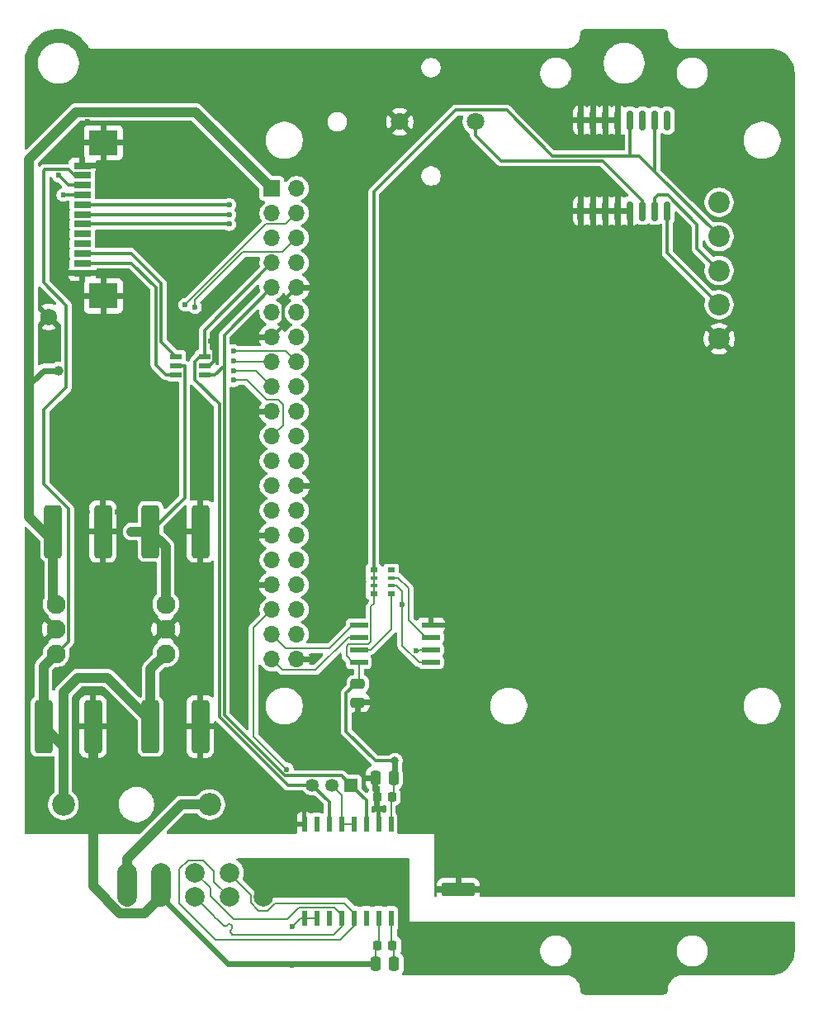
<source format=gbr>
%TF.GenerationSoftware,KiCad,Pcbnew,9.0.1*%
%TF.CreationDate,2025-04-28T14:14:31+03:00*%
%TF.ProjectId,PM_CPU-RP,504d5f43-5055-42d5-9250-2e6b69636164,rev?*%
%TF.SameCoordinates,Original*%
%TF.FileFunction,Copper,L1,Top*%
%TF.FilePolarity,Positive*%
%FSLAX46Y46*%
G04 Gerber Fmt 4.6, Leading zero omitted, Abs format (unit mm)*
G04 Created by KiCad (PCBNEW 9.0.1) date 2025-04-28 14:14:31*
%MOMM*%
%LPD*%
G01*
G04 APERTURE LIST*
G04 Aperture macros list*
%AMRoundRect*
0 Rectangle with rounded corners*
0 $1 Rounding radius*
0 $2 $3 $4 $5 $6 $7 $8 $9 X,Y pos of 4 corners*
0 Add a 4 corners polygon primitive as box body*
4,1,4,$2,$3,$4,$5,$6,$7,$8,$9,$2,$3,0*
0 Add four circle primitives for the rounded corners*
1,1,$1+$1,$2,$3*
1,1,$1+$1,$4,$5*
1,1,$1+$1,$6,$7*
1,1,$1+$1,$8,$9*
0 Add four rect primitives between the rounded corners*
20,1,$1+$1,$2,$3,$4,$5,0*
20,1,$1+$1,$4,$5,$6,$7,0*
20,1,$1+$1,$6,$7,$8,$9,0*
20,1,$1+$1,$8,$9,$2,$3,0*%
G04 Aperture macros list end*
%TA.AperFunction,SMDPad,CuDef*%
%ADD10R,0.800000X0.500000*%
%TD*%
%TA.AperFunction,SMDPad,CuDef*%
%ADD11R,0.800000X0.400000*%
%TD*%
%TA.AperFunction,SMDPad,CuDef*%
%ADD12RoundRect,0.250000X-0.475000X0.250000X-0.475000X-0.250000X0.475000X-0.250000X0.475000X0.250000X0*%
%TD*%
%TA.AperFunction,ComponentPad*%
%ADD13O,6.350000X6.350000*%
%TD*%
%TA.AperFunction,SMDPad,CuDef*%
%ADD14R,1.181100X0.558800*%
%TD*%
%TA.AperFunction,ComponentPad*%
%ADD15C,2.200000*%
%TD*%
%TA.AperFunction,ComponentPad*%
%ADD16C,1.800000*%
%TD*%
%TA.AperFunction,SMDPad,CuDef*%
%ADD17RoundRect,0.250000X-0.650000X-2.450000X0.650000X-2.450000X0.650000X2.450000X-0.650000X2.450000X0*%
%TD*%
%TA.AperFunction,ComponentPad*%
%ADD18O,1.700000X1.700000*%
%TD*%
%TA.AperFunction,ComponentPad*%
%ADD19R,1.700000X1.700000*%
%TD*%
%TA.AperFunction,SMDPad,CuDef*%
%ADD20R,0.482600X1.549400*%
%TD*%
%TA.AperFunction,ComponentPad*%
%ADD21C,1.950000*%
%TD*%
%TA.AperFunction,SMDPad,CuDef*%
%ADD22R,1.803400X0.635000*%
%TD*%
%TA.AperFunction,SMDPad,CuDef*%
%ADD23R,2.997200X2.590800*%
%TD*%
%TA.AperFunction,ComponentPad*%
%ADD24R,1.350000X1.350000*%
%TD*%
%TA.AperFunction,ComponentPad*%
%ADD25C,1.350000*%
%TD*%
%TA.AperFunction,SMDPad,CuDef*%
%ADD26RoundRect,0.250000X0.250000X0.475000X-0.250000X0.475000X-0.250000X-0.475000X0.250000X-0.475000X0*%
%TD*%
%TA.AperFunction,ComponentPad*%
%ADD27C,1.725000*%
%TD*%
%TA.AperFunction,SMDPad,CuDef*%
%ADD28RoundRect,0.225000X0.225000X0.250000X-0.225000X0.250000X-0.225000X-0.250000X0.225000X-0.250000X0*%
%TD*%
%TA.AperFunction,SMDPad,CuDef*%
%ADD29R,1.828800X0.533400*%
%TD*%
%TA.AperFunction,SMDPad,CuDef*%
%ADD30RoundRect,0.150000X-0.150000X0.875000X-0.150000X-0.875000X0.150000X-0.875000X0.150000X0.875000X0*%
%TD*%
%TA.AperFunction,ComponentPad*%
%ADD31C,2.000000*%
%TD*%
%TA.AperFunction,ComponentPad*%
%ADD32C,2.350000*%
%TD*%
%TA.AperFunction,SMDPad,CuDef*%
%ADD33RoundRect,0.249999X1.450001X-0.450001X1.450001X0.450001X-1.450001X0.450001X-1.450001X-0.450001X0*%
%TD*%
%TA.AperFunction,ViaPad*%
%ADD34C,0.600000*%
%TD*%
%TA.AperFunction,ViaPad*%
%ADD35C,0.800000*%
%TD*%
%TA.AperFunction,ViaPad*%
%ADD36C,1.000000*%
%TD*%
%TA.AperFunction,Conductor*%
%ADD37C,0.300000*%
%TD*%
%TA.AperFunction,Conductor*%
%ADD38C,0.200000*%
%TD*%
%TA.AperFunction,Conductor*%
%ADD39C,1.000000*%
%TD*%
%TA.AperFunction,Conductor*%
%ADD40C,2.000000*%
%TD*%
%TA.AperFunction,Conductor*%
%ADD41C,0.600000*%
%TD*%
G04 APERTURE END LIST*
D10*
%TO.P,RN2,8,R1.2*%
%TO.N,+3.3V_CPU*%
X-3670000Y-8350000D03*
D11*
%TO.P,RN2,7,R2.2*%
X-3670000Y-7550000D03*
%TO.P,RN2,6,R3.2*%
X-3670000Y-6750000D03*
D10*
%TO.P,RN2,5,R4.2*%
X-3670000Y-5950000D03*
%TO.P,RN2,4,R4.1*%
%TO.N,unconnected-(RN2D-R4.1-Pad4)*%
X-1870000Y-5950000D03*
D11*
%TO.P,RN2,3,R3.1*%
%TO.N,Net-(RN2C-R3.1)*%
X-1870000Y-6750000D03*
%TO.P,RN2,2,R2.1*%
%TO.N,/SPI1_CS0*%
X-1870000Y-7550000D03*
D10*
%TO.P,RN2,1,R1.1*%
%TO.N,Net-(RN2A-R1.1)*%
X-1870000Y-8350000D03*
%TD*%
D12*
%TO.P,C4,1*%
%TO.N,+3.3V_CPU*%
X-5310000Y-17630000D03*
%TO.P,C4,2*%
%TO.N,GND_BUS*%
X-5310000Y-19530000D03*
%TD*%
D13*
%TO.P,PE1,1*%
%TO.N,PE*%
X22000000Y-46000000D03*
%TD*%
D14*
%TO.P,U7,1,1A*%
%TO.N,/UART_RX*%
X-21033150Y14049999D03*
%TO.P,U7,2,GND*%
%TO.N,GND_BUS*%
X-21033150Y15000000D03*
%TO.P,U7,3,2A*%
%TO.N,/UART_TX*%
X-21033150Y15950001D03*
%TO.P,U7,4,2Y*%
%TO.N,/UART_TX_LED*%
X-23966850Y15950001D03*
%TO.P,U7,5,VCC*%
%TO.N,+3.3V_CPU*%
X-23966850Y15000000D03*
%TO.P,U7,6,1Y*%
%TO.N,/UART_RX_LED*%
X-23966850Y14049999D03*
%TD*%
D15*
%TO.P,J2,1,Pin_1*%
%TO.N,GND_BUS*%
X31750000Y17750000D03*
%TO.P,J2,2,Pin_2*%
%TO.N,/SCL*%
X31750000Y21250000D03*
%TO.P,J2,3,Pin_3*%
%TO.N,/SDA*%
X31750000Y24750000D03*
%TO.P,J2,4,Pin_4*%
%TO.N,+3.3V_CPU*%
X31750000Y28250000D03*
%TO.P,J2,5,Pin_5*%
%TO.N,+5V_CPU*%
X31750000Y31750000D03*
%TD*%
D16*
%TO.P,J1,1,1*%
%TO.N,/Vbat*%
X6750000Y40000000D03*
%TO.P,J1,2,2*%
%TO.N,GND_BUS*%
X-1000000Y40000000D03*
%TD*%
D17*
%TO.P,C3,1*%
%TO.N,+5V_CPU*%
X-36550000Y-2000000D03*
%TO.P,C3,2*%
%TO.N,GND_BUS*%
X-31450000Y-2000000D03*
%TD*%
D18*
%TO.P,D1,1,3V3*%
%TO.N,unconnected-(D1-3V3-Pad1)*%
X-11590000Y33170000D03*
D19*
%TO.P,D1,2,5V*%
%TO.N,+5V_CPU*%
X-14130000Y33170000D03*
D18*
%TO.P,D1,3,GPIO2/I2C_SDA*%
%TO.N,/SDA*%
X-11590000Y30630000D03*
%TO.P,D1,4,5V*%
%TO.N,+5V_CPU*%
X-14130000Y30630000D03*
%TO.P,D1,5,GPIO3/I2C_SCL*%
%TO.N,/SCL*%
X-11590000Y28090000D03*
%TO.P,D1,6,GND*%
%TO.N,GND_BUS*%
X-14130000Y28090000D03*
%TO.P,D1,7,GPIO4/GPCLK0*%
%TO.N,/LED_0*%
X-11590000Y25550000D03*
%TO.P,D1,8,GPIO14/UART_TX*%
%TO.N,/UART_TX*%
X-14130000Y25550000D03*
%TO.P,D1,9,GND*%
%TO.N,GND_BUS*%
X-11590000Y23010000D03*
%TO.P,D1,10,GPIO15/UART_RX*%
%TO.N,/UART_RX*%
X-14130000Y23010000D03*
%TO.P,D1,11,GPIO17*%
%TO.N,/LED_1*%
X-11590000Y20470000D03*
%TO.P,D1,12,GPIO18/PCM_CLK*%
%TO.N,/SPI1_CS0*%
X-14130000Y20470000D03*
%TO.P,D1,13,GPIO27*%
%TO.N,/LED_2*%
X-11590000Y17930000D03*
%TO.P,D1,14,GND*%
%TO.N,GND_BUS*%
X-14130000Y17930000D03*
%TO.P,D1,15,GPIO22*%
%TO.N,/SPI0_CS0*%
X-11590000Y15390000D03*
%TO.P,D1,16,GPIO23*%
%TO.N,/SPI0_CS1*%
X-14130000Y15390000D03*
%TO.P,D1,17,3V3*%
%TO.N,unconnected-(D1-3V3-Pad17)*%
X-11590000Y12850000D03*
%TO.P,D1,18,GPIO24*%
%TO.N,/SPI0_CS2*%
X-14130000Y12850000D03*
%TO.P,D1,19,GPIO10/SPI_MOSI*%
%TO.N,/SPI0_MOSI*%
X-11590000Y10310000D03*
%TO.P,D1,20,GND*%
%TO.N,GND_BUS*%
X-14130000Y10310000D03*
%TO.P,D1,21,GPIO9/SPI_MISO*%
%TO.N,/SPI0_MISO*%
X-11590000Y7770000D03*
%TO.P,D1,22,GPIO25*%
%TO.N,/SPI0_CS3*%
X-14130000Y7770000D03*
%TO.P,D1,23,GPIO11/SPI_SCLK*%
%TO.N,/SPI0_SCK*%
X-11590000Y5230000D03*
%TO.P,D1,24,GPIO8/SPI_CE0*%
%TO.N,unconnected-(D1-GPIO8{slash}SPI_CE0-Pad24)*%
X-14130000Y5230000D03*
%TO.P,D1,25,GND*%
%TO.N,GND_BUS*%
X-11590000Y2690000D03*
%TO.P,D1,26,GPIO7/SPI_CE1*%
%TO.N,unconnected-(D1-GPIO7{slash}SPI_CE1-Pad26)*%
X-14130000Y2690000D03*
%TO.P,D1,27,GPIO0/EEPROM_SDA*%
%TO.N,unconnected-(D1-GPIO0{slash}EEPROM_SDA-Pad27)*%
X-11590000Y150000D03*
%TO.P,D1,28,GPIO0/EEPROM_SCL*%
%TO.N,unconnected-(D1-GPIO0{slash}EEPROM_SCL-Pad28)*%
X-14130000Y150000D03*
%TO.P,D1,29,GPIO5*%
%TO.N,unconnected-(D1-GPIO5-Pad29)*%
X-11590000Y-2390000D03*
%TO.P,D1,30,GND*%
%TO.N,GND_BUS*%
X-14130000Y-2390000D03*
%TO.P,D1,31,GPIO6*%
%TO.N,unconnected-(D1-GPIO6-Pad31)*%
X-11590000Y-4930000D03*
%TO.P,D1,32,GPIO12/PWM0*%
%TO.N,unconnected-(D1-GPIO12{slash}PWM0-Pad32)*%
X-14130000Y-4930000D03*
%TO.P,D1,33,GPIO13/PWM1*%
%TO.N,unconnected-(D1-GPIO13{slash}PWM1-Pad33)*%
X-11590000Y-7470000D03*
%TO.P,D1,34,GND*%
%TO.N,GND_BUS*%
X-14130000Y-7470000D03*
%TO.P,D1,35,GPIO19/PCM_FS*%
%TO.N,/SPI1_MISO*%
X-11590000Y-10010000D03*
%TO.P,D1,36,GPIO16*%
%TO.N,/UART_RTS*%
X-14130000Y-10010000D03*
%TO.P,D1,37,GPIO26*%
%TO.N,unconnected-(D1-GPIO26-Pad37)*%
X-11590000Y-12550000D03*
%TO.P,D1,38,GPIO20/PCM_DIN*%
%TO.N,/SPI1_MOSI*%
X-14130000Y-12550000D03*
%TO.P,D1,39,GND*%
%TO.N,GND_BUS*%
X-11590000Y-15090000D03*
%TO.P,D1,40,GPIO20/PCM_DOUT*%
%TO.N,/SPI1_SCK*%
X-14130000Y-15090000D03*
%TD*%
D17*
%TO.P,C6,1*%
%TO.N,+3.3V_CPU*%
X-26550000Y-2000000D03*
%TO.P,C6,2*%
%TO.N,GND_BUS*%
X-21450000Y-2000000D03*
%TD*%
D20*
%TO.P,U4,1,VDD*%
%TO.N,+3.3V_CPU*%
X-1905000Y-32004000D03*
%TO.P,U4,2,GNDA*%
%TO.N,GND_BUS*%
X-3175000Y-32004000D03*
%TO.P,U4,3,RO*%
%TO.N,/UART_RX*%
X-4445000Y-32004000D03*
%TO.P,U4,4,RE*%
%TO.N,/UART_RTS*%
X-5715000Y-32004000D03*
%TO.P,U4,5,DE*%
X-6985000Y-32004000D03*
%TO.P,U4,6,DI*%
%TO.N,/UART_TX*%
X-8255000Y-32004000D03*
%TO.P,U4,7,NC*%
%TO.N,unconnected-(U4-NC-Pad7)*%
X-9525000Y-32004000D03*
%TO.P,U4,8,GNDA*%
%TO.N,GND_BUS*%
X-10795000Y-32004000D03*
%TO.P,U4,9,GNDB*%
X-10795000Y-41656000D03*
%TO.P,U4,10,SEL*%
X-9525000Y-41656000D03*
%TO.P,U4,11,NC*%
%TO.N,unconnected-(U4-NC-Pad11)*%
X-8255000Y-41656000D03*
%TO.P,U4,12,A*%
%TO.N,/A*%
X-6985000Y-41656000D03*
%TO.P,U4,13,B*%
%TO.N,/B*%
X-5715000Y-41656000D03*
%TO.P,U4,14,NC*%
%TO.N,unconnected-(U4-NC-Pad14)*%
X-4445000Y-41656000D03*
%TO.P,U4,15,GNDB*%
%TO.N,GND_BUS*%
X-3175000Y-41656000D03*
%TO.P,U4,16,VISO*%
%TO.N,+3.3V_BUS*%
X-1905000Y-41656000D03*
%TD*%
D21*
%TO.P,J5,1,VIN*%
%TO.N,+24V_fuse*%
X-25000000Y-14540000D03*
%TO.P,J5,2,GND*%
%TO.N,GND_BUS*%
X-25000000Y-12000000D03*
%TO.P,J5,3,+VO*%
%TO.N,+3.3V_CPU*%
X-25000000Y-9460000D03*
%TD*%
D22*
%TO.P,J7,1,Pin_1*%
%TO.N,GND_BUS*%
X-33556000Y24500008D03*
%TO.P,J7,2,Pin_2*%
%TO.N,/UART_RX_LED*%
X-33556000Y25500006D03*
%TO.P,J7,3,Pin_3*%
%TO.N,/UART_TX_LED*%
X-33556000Y26500004D03*
%TO.P,J7,4,Pin_4*%
%TO.N,unconnected-(J7-Pin_4-Pad4)*%
X-33556000Y27500002D03*
%TO.P,J7,5,Pin_5*%
%TO.N,unconnected-(J7-Pin_5-Pad5)*%
X-33556000Y28500000D03*
%TO.P,J7,6,Pin_6*%
%TO.N,/LED_2*%
X-33556000Y29500000D03*
%TO.P,J7,7,Pin_7*%
%TO.N,/LED_1*%
X-33556000Y30500000D03*
%TO.P,J7,8,Pin_8*%
%TO.N,/LED_0*%
X-33556000Y31500000D03*
%TO.P,J7,9,Pin_9*%
%TO.N,+3.3V_CPU*%
X-33556000Y32499998D03*
%TO.P,J7,10,Pin_10*%
%TO.N,+5V_CPU*%
X-33556000Y33499996D03*
%TO.P,J7,11,Pin_11*%
%TO.N,+24V_fuse*%
X-33556000Y34499994D03*
%TO.P,J7,12,Pin_11*%
%TO.N,GND_BUS*%
X-33556000Y35499992D03*
D23*
%TO.P,J7,13,Pin_11*%
X-31385999Y22149997D03*
X-31385999Y37850003D03*
%TD*%
D24*
%TO.P,J11,1,Pin_1*%
%TO.N,/UART_RX*%
X-6000000Y-28000000D03*
D25*
%TO.P,J11,2,Pin_2*%
%TO.N,/UART_RTS*%
X-8000000Y-28000000D03*
%TO.P,J11,3,Pin_3*%
%TO.N,/UART_TX*%
X-10000000Y-28000000D03*
%TD*%
D26*
%TO.P,C10,1*%
%TO.N,+3.3V_BUS*%
X-1590000Y-46355000D03*
%TO.P,C10,2*%
%TO.N,GND_BUS*%
X-3490000Y-46355000D03*
%TD*%
%TO.P,C12,1*%
%TO.N,+3.3V_CPU*%
X-1590000Y-27305000D03*
%TO.P,C12,2*%
%TO.N,GND_BUS*%
X-3490000Y-27305000D03*
%TD*%
D21*
%TO.P,J4,1,VIN*%
%TO.N,+24V_fuse*%
X-36235000Y-14540000D03*
%TO.P,J4,2,GND*%
%TO.N,GND_BUS*%
X-36235000Y-12000000D03*
%TO.P,J4,3,+VO*%
%TO.N,+5V_CPU*%
X-36235000Y-9460000D03*
%TD*%
D27*
%TO.P,U2,1*%
%TO.N,GND_BUS*%
X-37000000Y20000000D03*
%TD*%
D28*
%TO.P,C9,1*%
%TO.N,+3.3V_BUS*%
X-1765000Y-44450000D03*
%TO.P,C9,2*%
%TO.N,GND_BUS*%
X-3315000Y-44450000D03*
%TD*%
D17*
%TO.P,C5,1*%
%TO.N,+24V_fuse*%
X-26550000Y-22000000D03*
%TO.P,C5,2*%
%TO.N,GND_BUS*%
X-21450000Y-22000000D03*
%TD*%
D29*
%TO.P,U3,1,/CS*%
%TO.N,/SPI1_CS0*%
X2195700Y-15405000D03*
%TO.P,U3,2,DO(IO1)*%
%TO.N,/SPI1_MISO*%
X2195700Y-14135000D03*
%TO.P,U3,3,/WP(IO2)*%
%TO.N,Net-(RN2C-R3.1)*%
X2195700Y-12865000D03*
%TO.P,U3,4,GND*%
%TO.N,GND_BUS*%
X2195700Y-11595000D03*
%TO.P,U3,5,DI(IO0)*%
%TO.N,/SPI1_MOSI*%
X-5195700Y-11595000D03*
%TO.P,U3,6,CLK*%
%TO.N,/SPI1_SCK*%
X-5195700Y-12865000D03*
%TO.P,U3,7,/HOLD_(IO3)*%
%TO.N,Net-(RN2A-R1.1)*%
X-5195700Y-14135000D03*
%TO.P,U3,8,VCC*%
%TO.N,+3.3V_CPU*%
X-5195700Y-15405000D03*
%TD*%
D17*
%TO.P,C2,1*%
%TO.N,+24V_fuse*%
X-37550000Y-22000000D03*
%TO.P,C2,2*%
%TO.N,GND_BUS*%
X-32450000Y-22000000D03*
%TD*%
D30*
%TO.P,U6,1,32KHZ*%
%TO.N,unconnected-(U6-32KHZ-Pad1)*%
X26445000Y40150000D03*
%TO.P,U6,2,VCC*%
%TO.N,+3.3V_CPU*%
X25175000Y40150000D03*
%TO.P,U6,3,~{INT}/SQW*%
%TO.N,unconnected-(U6-~{INT}{slash}SQW-Pad3)*%
X23905000Y40150000D03*
%TO.P,U6,4,~{RST}*%
%TO.N,+3.3V_CPU*%
X22635000Y40150000D03*
%TO.P,U6,5,GND*%
%TO.N,GND_BUS*%
X21365000Y40150000D03*
%TO.P,U6,6,GND*%
X20095000Y40150000D03*
%TO.P,U6,7,GND*%
X18825000Y40150000D03*
%TO.P,U6,8,GND*%
X17555000Y40150000D03*
%TO.P,U6,9,GND*%
X17555000Y30850000D03*
%TO.P,U6,10,GND*%
X18825000Y30850000D03*
%TO.P,U6,11,GND*%
X20095000Y30850000D03*
%TO.P,U6,12,GND*%
X21365000Y30850000D03*
%TO.P,U6,13,GND*%
X22635000Y30850000D03*
%TO.P,U6,14,VBAT*%
%TO.N,/Vbat*%
X23905000Y30850000D03*
%TO.P,U6,15,SDA*%
%TO.N,/SDA*%
X25175000Y30850000D03*
%TO.P,U6,16,SCL*%
%TO.N,/SCL*%
X26445000Y30850000D03*
%TD*%
D31*
%TO.P,J3,1,Pin_1*%
%TO.N,+24V_BUS*%
X-29000000Y-37000000D03*
%TO.P,J3,2,Pin_3*%
%TO.N,GND_BUS*%
X-25500000Y-37000000D03*
%TO.P,J3,3,3*%
%TO.N,/A*%
X-22000000Y-37000000D03*
%TO.P,J3,4,4*%
%TO.N,/B*%
X-18500000Y-37000000D03*
%TO.P,J3,5,Pin_9*%
%TO.N,PE*%
X-15000000Y-37000000D03*
%TO.P,J3,6,Pin_2*%
%TO.N,+24V_BUS*%
X-29000000Y-39500000D03*
%TO.P,J3,7,Pin_4*%
%TO.N,GND_BUS*%
X-25500000Y-39500000D03*
%TO.P,J3,8,Pin_6*%
%TO.N,/A*%
X-22000000Y-39500000D03*
%TO.P,J3,9,Pin_8*%
%TO.N,/B*%
X-18500000Y-39500000D03*
%TO.P,J3,10,Pin_10*%
%TO.N,PE*%
X-15000000Y-39500000D03*
%TD*%
D28*
%TO.P,C11,1*%
%TO.N,+3.3V_CPU*%
X-1765000Y-29210000D03*
%TO.P,C11,2*%
%TO.N,GND_BUS*%
X-3315000Y-29210000D03*
%TD*%
D32*
%TO.P,U1,1,1*%
%TO.N,+24V_BUS*%
X-20500000Y-30000000D03*
%TO.P,U1,2,2*%
%TO.N,+24V_fuse*%
X-35500000Y-30000000D03*
%TD*%
D33*
%TO.P,C1,1*%
%TO.N,PE*%
X5000000Y-42800000D03*
%TO.P,C1,2*%
%TO.N,GND_BUS*%
X5000000Y-38700000D03*
%TD*%
D34*
%TO.N,/LED_1*%
X-18500000Y30500000D03*
%TO.N,/LED_2*%
X-18500000Y29500000D03*
%TO.N,/LED_0*%
X-18500000Y31500000D03*
%TO.N,/SCL*%
X-22000000Y21000000D03*
%TO.N,/SDA*%
X-23000000Y21250000D03*
%TO.N,/UART_RTS*%
X-12600000Y-26400000D03*
%TO.N,/SPI1_CS0*%
X-750000Y-9500000D03*
%TO.N,/SPI0_CS0*%
X-18050000Y16500000D03*
%TO.N,/SPI1_MISO*%
X634700Y-14217100D03*
D35*
%TO.N,+3.3V_CPU*%
X-28500000Y-2000000D03*
D34*
X-35500000Y32500000D03*
D35*
X-1500000Y-25500000D03*
D34*
%TO.N,GND_BUS*%
X-29000000Y3000000D03*
X-34000000Y17000000D03*
X-34000000Y1000000D03*
X-6500000Y-24500000D03*
X-12000000Y-46500000D03*
X-29000000Y17000000D03*
X-2500000Y-20000000D03*
X-3000000Y-20500000D03*
X-33000000Y40000000D03*
X-7000000Y-25000000D03*
X-7500000Y-25500000D03*
X-30000000Y0D03*
X-34000000Y23000000D03*
X-3000000Y-19500000D03*
X1000000Y-8500000D03*
X-34000000Y3000000D03*
X-29000000Y21000000D03*
X-29000000Y1000000D03*
X-34000000Y19000000D03*
X-29000000Y23000000D03*
X-34000000Y37000000D03*
X-2000000Y-19500000D03*
X-6500000Y-25500000D03*
X-30000000Y20000000D03*
X-12000000Y-42500000D03*
X-29000000Y19000000D03*
X-2000000Y-20500000D03*
X-33000000Y20000000D03*
X-34000000Y21000000D03*
X-33000000Y0D03*
X2000000Y-9500000D03*
X-20433150Y17500000D03*
X1000000Y-9500000D03*
X-7500000Y-24500000D03*
X-34000000Y39000000D03*
%TO.N,/SPI0_CS2*%
X-18050000Y14500000D03*
%TO.N,/SPI0_CS1*%
X-18050000Y15500000D03*
%TO.N,/SPI0_CS3*%
X-18050000Y13500000D03*
D36*
%TO.N,+5V_CPU*%
X-36000000Y14500000D03*
X-39000000Y35500000D03*
X-39000000Y34500000D03*
D34*
X-36000000Y34500000D03*
%TD*%
D37*
%TO.N,/UART_TX*%
X-10000000Y-28000000D02*
X-12487753Y-28000000D01*
X-22000000Y15423700D02*
X-21473699Y15950001D01*
X-12487753Y-28000000D02*
X-19500000Y-20987753D01*
X-19500000Y11044899D02*
X-22000000Y13544899D01*
X-19500000Y-20987753D02*
X-19500000Y11044899D01*
X-22000000Y13544899D02*
X-22000000Y15423700D01*
X-21473699Y15950001D02*
X-21033150Y15950001D01*
%TO.N,/LED_1*%
X-18500000Y30500000D02*
X-33556000Y30500000D01*
%TO.N,/LED_2*%
X-18500000Y29500000D02*
X-33556000Y29500000D01*
%TO.N,/LED_0*%
X-18500000Y31500000D02*
X-33556000Y31500000D01*
D38*
%TO.N,/SCL*%
X-17103612Y26650000D02*
X-13030000Y26650000D01*
D37*
X31750000Y21250000D02*
X26445000Y26555000D01*
D38*
X-22000000Y21000000D02*
X-22000000Y21753612D01*
X-22000000Y21753612D02*
X-17103612Y26650000D01*
X-13030000Y26650000D02*
X-11590000Y28090000D01*
D37*
X26445000Y26555000D02*
X26445000Y30850000D01*
D38*
%TO.N,/SDA*%
X-23000000Y21250000D02*
X-14720000Y29530000D01*
X-14720000Y29530000D02*
X-12690000Y29530000D01*
D37*
X29500000Y27000000D02*
X31750000Y24750000D01*
X25500000Y32500000D02*
X26461968Y32500000D01*
X25175000Y30850000D02*
X25175000Y32175000D01*
X29500000Y29461968D02*
X29500000Y27000000D01*
D38*
X25175000Y30850000D02*
X25175000Y31675628D01*
X-12690000Y29530000D02*
X-11590000Y30630000D01*
D37*
X26461968Y32500000D02*
X29500000Y29461968D01*
X25175000Y32175000D02*
X25500000Y32500000D01*
D39*
%TO.N,+24V_fuse*%
X-34000000Y-17000000D02*
X-31000000Y-17000000D01*
X-35500000Y-30000000D02*
X-35500000Y-24050000D01*
D37*
X-34978208Y35101000D02*
X-37399000Y35101000D01*
D39*
X-35500000Y-24050000D02*
X-35500000Y-18500000D01*
D37*
X-34377202Y34499994D02*
X-34978208Y35101000D01*
X-33556000Y34499994D02*
X-34377202Y34499994D01*
X-37500000Y2836160D02*
X-34959000Y295160D01*
X-34959000Y-13264000D02*
X-36235000Y-14540000D01*
X-37399000Y35101000D02*
X-37500000Y35000000D01*
X-37500000Y23500000D02*
X-35199000Y21199000D01*
D39*
X-26550000Y-22000000D02*
X-26550000Y-16090000D01*
X-35500000Y-18500000D02*
X-34000000Y-17000000D01*
X-26550000Y-21450000D02*
X-26550000Y-22000000D01*
D37*
X-35199000Y21199000D02*
X-35199000Y12801000D01*
D39*
X-37550000Y-15855000D02*
X-36235000Y-14540000D01*
X-37550000Y-22000000D02*
X-37550000Y-15855000D01*
D37*
X-37500000Y35000000D02*
X-37500000Y23500000D01*
X-37500000Y10500000D02*
X-37500000Y2836160D01*
D39*
X-31000000Y-17000000D02*
X-26550000Y-21450000D01*
X-35500000Y-24050000D02*
X-37550000Y-22000000D01*
X-26550000Y-16090000D02*
X-25000000Y-14540000D01*
D37*
X-34959000Y295160D02*
X-34959000Y-13264000D01*
X-35199000Y12801000D02*
X-37500000Y10500000D01*
D38*
%TO.N,/UART_RTS*%
X-16000000Y-11880000D02*
X-16000000Y-23000000D01*
X-6985000Y-30716040D02*
X-6985000Y-29015000D01*
X-6985000Y-32004000D02*
X-5715000Y-32004000D01*
X-6985000Y-29015000D02*
X-8000000Y-28000000D01*
X-14130000Y-10010000D02*
X-16000000Y-11880000D01*
X-6985000Y-30716040D02*
X-6985000Y-32004000D01*
X-16000000Y-23000000D02*
X-12600000Y-26400000D01*
D37*
%TO.N,/UART_TX*%
X-8255000Y-32004000D02*
X-8255000Y-29745000D01*
X-8255000Y-29745000D02*
X-10000000Y-28000000D01*
X-21033150Y18646850D02*
X-21033150Y15950001D01*
X-14130000Y25550000D02*
X-21033150Y18646850D01*
%TO.N,/UART_RX*%
X-21033150Y14049999D02*
X-19950001Y14049999D01*
X-19950001Y14049999D02*
X-19000000Y15000000D01*
X-19000000Y-20849943D02*
X-12825943Y-27024000D01*
X-4445000Y-29555000D02*
X-4445000Y-32004000D01*
D38*
X-4445000Y-31655000D02*
X-4445000Y-32004000D01*
D37*
X-19000000Y18140000D02*
X-19000000Y15500000D01*
X-19000000Y15000000D02*
X-19000000Y15500000D01*
X-6976000Y-27024000D02*
X-6000000Y-28000000D01*
X-14130000Y23010000D02*
X-19000000Y18140000D01*
X-12825943Y-27024000D02*
X-6976000Y-27024000D01*
X-6000000Y-28000000D02*
X-4445000Y-29555000D01*
X-19000000Y15500000D02*
X-19000000Y-20849943D01*
D38*
%TO.N,Net-(RN2A-R1.1)*%
X-5195700Y-14135000D02*
X-3979600Y-14135000D01*
X-3979600Y-14135000D02*
X-1870000Y-12025400D01*
X-1870000Y-12025400D02*
X-1870000Y-8350000D01*
%TO.N,/SPI1_MOSI*%
X-5843400Y-11595000D02*
X-5195700Y-11595000D01*
X-8237400Y-13989000D02*
X-5843400Y-11595000D01*
X-14130000Y-12550000D02*
X-12691000Y-13989000D01*
X-12691000Y-13989000D02*
X-8237400Y-13989000D01*
%TO.N,/SPI1_CS0*%
X2195700Y-15405000D02*
X971500Y-15405000D01*
X971500Y-15405000D02*
X-750000Y-13683500D01*
X-1330000Y-7550000D02*
X-1870000Y-7550000D01*
X-750000Y-9500000D02*
X-750000Y-9250000D01*
X-750000Y-9250000D02*
X-750000Y-8130000D01*
X-750000Y-8130000D02*
X-1330000Y-7550000D01*
X-750000Y-13683500D02*
X-750000Y-9250000D01*
%TO.N,/SPI0_CS0*%
X-12700000Y16500000D02*
X-18050000Y16500000D01*
X-11590000Y15390000D02*
X-12700000Y16500000D01*
%TO.N,/SPI1_MISO*%
X633500Y-14218300D02*
X634700Y-14217100D01*
X896300Y-14218300D02*
X633500Y-14218300D01*
X979600Y-14135000D02*
X896300Y-14218300D01*
X2195700Y-14135000D02*
X979600Y-14135000D01*
%TO.N,/SPI1_SCK*%
X-14130000Y-15090000D02*
X-13029000Y-16191000D01*
X-6310100Y-12865000D02*
X-5195700Y-12865000D01*
X-13029000Y-16191000D02*
X-9636100Y-16191000D01*
X-9636100Y-16191000D02*
X-6310100Y-12865000D01*
%TO.N,Net-(RN2C-R3.1)*%
X-1168300Y-6750000D02*
X-1870000Y-6750000D01*
X2195700Y-12865000D02*
X1675000Y-12865000D01*
X-100000Y-7818300D02*
X-1168300Y-6750000D01*
X-100000Y-11090000D02*
X-100000Y-7818300D01*
X1675000Y-12865000D02*
X-100000Y-11090000D01*
D39*
%TO.N,+24V_BUS*%
X-29000000Y-35585787D02*
X-23414213Y-30000000D01*
X-23414213Y-30000000D02*
X-20500000Y-30000000D01*
D40*
X-29000000Y-37000000D02*
X-29000000Y-39500000D01*
D39*
X-29000000Y-37000000D02*
X-29000000Y-35585787D01*
D37*
%TO.N,/Vbat*%
X6750000Y38609447D02*
X9359447Y36000000D01*
X6750000Y40000000D02*
X6750000Y38609447D01*
X19779999Y36000000D02*
X23905000Y31874999D01*
X23905000Y31874999D02*
X23905000Y30850000D01*
X9359447Y36000000D02*
X19779999Y36000000D01*
D38*
%TO.N,/B*%
X-5715000Y-41656000D02*
X-5715000Y-41123000D01*
X-23622000Y-40132000D02*
X-19922300Y-43832000D01*
X-7128700Y-43832000D02*
X-5715000Y-42418000D01*
X-5715000Y-42418000D02*
X-5715000Y-41656000D01*
X-20066000Y-37934000D02*
X-20066000Y-36830000D01*
X-21196000Y-35700000D02*
X-22705700Y-35700000D01*
X-16300000Y-39326000D02*
X-18500000Y-37126000D01*
X-20066000Y-36830000D02*
X-21196000Y-35700000D01*
X-6705600Y-40132000D02*
X-13793500Y-40132000D01*
X-23622000Y-36616000D02*
X-23622000Y-40132000D01*
X-14537400Y-40876000D02*
X-15462600Y-40876000D01*
X-22705700Y-35700000D02*
X-23622000Y-36616000D01*
X-18500000Y-37126000D02*
X-18500000Y-37000000D01*
X-5715000Y-41123000D02*
X-6705600Y-40132000D01*
X-16300000Y-40038000D02*
X-16300000Y-39326000D01*
X-13793500Y-40132000D02*
X-14537400Y-40876000D01*
X-19922300Y-43832000D02*
X-7128700Y-43832000D01*
X-18500000Y-39500000D02*
X-20066000Y-37934000D01*
X-15462600Y-40876000D02*
X-16300000Y-40038000D01*
%TO.N,/A*%
X-6985000Y-41310000D02*
X-7713700Y-40581000D01*
X-20447000Y-38553000D02*
X-22000000Y-37000000D01*
X-7713700Y-40581000D02*
X-11336300Y-40581000D01*
X-18168000Y-43332000D02*
X-16367645Y-43332000D01*
X-20399981Y-41100019D02*
X-20107434Y-41392566D01*
X-6985000Y-42545000D02*
X-6985000Y-41656000D01*
X-18748822Y-42411767D02*
X-18665815Y-42328757D01*
X-18324560Y-43175441D02*
X-18239706Y-43260294D01*
X-18241551Y-42753022D02*
X-18324561Y-42836029D01*
X-19626144Y-41873856D02*
X-19635581Y-41864419D01*
X-6985000Y-41656000D02*
X-6985000Y-41310000D01*
X-18055500Y-41783000D02*
X-20447000Y-39391500D01*
X-18326403Y-42328758D02*
X-18241551Y-42413610D01*
X-12538000Y-41783000D02*
X-18055500Y-41783000D01*
X-19635581Y-41864419D02*
X-19947004Y-41552996D01*
X-20447000Y-39391500D02*
X-20447000Y-38553000D01*
X-19947004Y-41552996D02*
X-20107434Y-41392566D01*
X-7772000Y-43332000D02*
X-6985000Y-42545000D01*
X-18239706Y-43260294D02*
X-18168000Y-43332000D01*
X-11336300Y-40581000D02*
X-12538000Y-41783000D01*
X-16367645Y-43332000D02*
X-7772000Y-43332000D01*
X-19626144Y-41873856D02*
X-19088234Y-42411766D01*
X-22000000Y-39500000D02*
X-20399981Y-41100019D01*
X-18241551Y-42413610D02*
G75*
G02*
X-18241567Y-42753006I-169749J-169690D01*
G01*
X-19088234Y-42411766D02*
G75*
G03*
X-18748794Y-42411795I169734J169666D01*
G01*
X-18665815Y-42328757D02*
G75*
G02*
X-18326394Y-42328748I169715J-169743D01*
G01*
X-18324561Y-42836029D02*
G75*
G03*
X-18324526Y-43175406I169661J-169671D01*
G01*
D37*
%TO.N,/UART_TX_LED*%
X-25466850Y17450001D02*
X-25466850Y23466850D01*
X-25466850Y23466850D02*
X-28500004Y26500004D01*
X-23966850Y15950001D02*
X-25466850Y17450001D01*
X-28500004Y26500004D02*
X-33556000Y26500004D01*
%TO.N,/UART_RX_LED*%
X-23966850Y14049999D02*
X-24978699Y14049999D01*
X-24978699Y14049999D02*
X-26000000Y15071300D01*
X-26000000Y15071300D02*
X-26000000Y23000000D01*
X-28500006Y25500006D02*
X-33556000Y25500006D01*
X-26000000Y23000000D02*
X-28500006Y25500006D01*
D38*
%TO.N,+3.3V_CPU*%
X-5838000Y-15405000D02*
X-6463000Y-14780000D01*
X-3670000Y-8350000D02*
X-3670000Y-5950000D01*
D37*
X-23075300Y14999000D02*
X-23076300Y15000000D01*
D38*
X-6463000Y-13794500D02*
X-6235100Y-13566600D01*
X-1765000Y-29210000D02*
X-1905000Y-29350000D01*
X-3670000Y-9407300D02*
X-3670000Y-8350000D01*
D37*
X-23075300Y1474700D02*
X-23075300Y14999000D01*
X-3670000Y-5950000D02*
X-3670000Y32830000D01*
X4701000Y41201000D02*
X9959553Y41201000D01*
D38*
X-5195700Y-15405000D02*
X-5838000Y-15405000D01*
X-4235300Y-13566600D02*
X-3952700Y-13284000D01*
D37*
X22635000Y36500000D02*
X23567100Y36500000D01*
X-33556000Y32499998D02*
X-35499998Y32499998D01*
D39*
X-25000000Y-3550000D02*
X-26550000Y-2000000D01*
D37*
X-1500000Y-25500000D02*
X-3500000Y-25500000D01*
D38*
X-1590000Y-27305000D02*
X-1590000Y-29035000D01*
D37*
X22635000Y36500000D02*
X22635000Y40150000D01*
D38*
X-3952700Y-13284000D02*
X-3952700Y-9690000D01*
D37*
X9959553Y41201000D02*
X14660553Y36500000D01*
X23567100Y36500000D02*
X25175000Y34892100D01*
D39*
X-26550000Y-2000000D02*
X-28500000Y-2000000D01*
D38*
X-1590000Y-29035000D02*
X-1765000Y-29210000D01*
D37*
X-23076300Y15000000D02*
X-23966850Y15000000D01*
X-3500000Y-25500000D02*
X-6500000Y-22500000D01*
D38*
X-1905000Y-29350000D02*
X-1905000Y-32004000D01*
X-3952700Y-9690000D02*
X-3670000Y-9407300D01*
D37*
X25175000Y37500000D02*
X25175000Y34892100D01*
X-3670000Y32830000D02*
X4701000Y41201000D01*
D38*
X-6463000Y-14780000D02*
X-6463000Y-13794500D01*
D37*
X14660553Y36500000D02*
X22635000Y36500000D01*
X-6500000Y-22500000D02*
X-6500000Y-18580000D01*
D38*
X-5195700Y-17515700D02*
X-5310000Y-17630000D01*
D41*
X-1500000Y-27215000D02*
X-1590000Y-27305000D01*
D37*
X-26550000Y-2000000D02*
X-23075300Y1474700D01*
X-5550000Y-17630000D02*
X-5310000Y-17630000D01*
D38*
X-5195700Y-15405000D02*
X-5195700Y-17515700D01*
D39*
X-25000000Y-9460000D02*
X-25000000Y-3550000D01*
D37*
X25175000Y40150000D02*
X25175000Y37500000D01*
X-35499998Y32499998D02*
X-35500000Y32500000D01*
D38*
X-6235100Y-13566600D02*
X-4235300Y-13566600D01*
D41*
X-1500000Y-25500000D02*
X-1500000Y-27215000D01*
D37*
X-6500000Y-18580000D02*
X-5550000Y-17630000D01*
X25175000Y34892100D02*
X31750000Y28317100D01*
X31750000Y28317100D02*
X31750000Y28250000D01*
D38*
%TO.N,+3.3V_BUS*%
X-1905000Y-44310000D02*
X-1905000Y-41656000D01*
X-1590000Y-46355000D02*
X-1590000Y-44625000D01*
X-1765000Y-44450000D02*
X-1905000Y-44310000D01*
X-1590000Y-44625000D02*
X-1765000Y-44450000D01*
D37*
%TO.N,GND_BUS*%
X-20050000Y15461201D02*
X-20511201Y15000000D01*
X-12979000Y19081000D02*
X-12979000Y21621000D01*
D39*
X-32450000Y-38384867D02*
X-32450000Y-22000000D01*
D38*
X-3315000Y-44450000D02*
X-3175000Y-44310000D01*
X-10795000Y-41656000D02*
X-10795000Y-42194000D01*
D41*
X-25500000Y-39500000D02*
X-18645000Y-46355000D01*
D37*
X-14130000Y17930000D02*
X-12979000Y19081000D01*
D38*
X-9525000Y-41656000D02*
X-10795000Y-41656000D01*
X-3490000Y-46355000D02*
X-3490000Y-45679300D01*
D37*
X-20433150Y17500000D02*
X-20050000Y17116850D01*
D41*
X-18645000Y-46355000D02*
X-3490000Y-46355000D01*
D38*
X-11156000Y-41656000D02*
X-12000000Y-42500000D01*
D37*
X-20050000Y17116850D02*
X-20050000Y15461201D01*
X-12979000Y21621000D02*
X-11590000Y23010000D01*
D38*
X-3175000Y-44310000D02*
X-3175000Y-41656000D01*
D39*
X-25500000Y-39500000D02*
X-27151000Y-41151000D01*
X-29683867Y-41151000D02*
X-32450000Y-38384867D01*
D38*
X-3490000Y-45679300D02*
X-3490000Y-44625000D01*
X-3490000Y-44625000D02*
X-3315000Y-44450000D01*
D40*
X-25500000Y-37000000D02*
X-25500000Y-39500000D01*
D38*
X-10795000Y-41656000D02*
X-11156000Y-41656000D01*
D39*
X-27151000Y-41151000D02*
X-29683867Y-41151000D01*
D37*
X-20511201Y15000000D02*
X-21033150Y15000000D01*
D38*
%TO.N,/SPI0_CS2*%
X-18050000Y14500000D02*
X-15780000Y14500000D01*
X-15780000Y14500000D02*
X-14130000Y12850000D01*
%TO.N,/SPI0_CS1*%
X-18050000Y15500000D02*
X-17940000Y15390000D01*
X-17940000Y15390000D02*
X-14130000Y15390000D01*
%TO.N,/SPI0_CS3*%
X-18050000Y13500000D02*
X-16678000Y13500000D01*
X-16678000Y13500000D02*
X-14678000Y11500000D01*
X-13000000Y11000000D02*
X-13000000Y8900000D01*
X-13500000Y11500000D02*
X-13000000Y11000000D01*
X-14678000Y11500000D02*
X-13500000Y11500000D01*
X-13000000Y8900000D02*
X-14130000Y7770000D01*
D41*
%TO.N,+5V_CPU*%
X-38500004Y13499996D02*
X-39000000Y13000000D01*
D39*
X-36550000Y-3000000D02*
X-39000000Y-550000D01*
D41*
X-38500004Y13499996D02*
X-37500000Y14500000D01*
D39*
X-39000000Y1500000D02*
X-39000000Y13000000D01*
X-39000000Y-550000D02*
X-39000000Y1500000D01*
X-21960000Y41000000D02*
X-14130000Y33170000D01*
X-39000000Y34500000D02*
X-39000000Y35500000D01*
X-39000000Y35500000D02*
X-39000000Y36000000D01*
X-39000000Y36172459D02*
X-34172459Y41000000D01*
X-34172459Y41000000D02*
X-21960000Y41000000D01*
X-36550000Y-9145000D02*
X-36235000Y-9460000D01*
X-36550000Y-3000000D02*
X-36550000Y-9145000D01*
X-39000000Y13000000D02*
X-39000000Y34500000D01*
D37*
X-34999996Y33499996D02*
X-36000000Y34500000D01*
D41*
X-37500000Y14500000D02*
X-36000000Y14500000D01*
D37*
X-33556000Y33499996D02*
X-34999996Y33499996D01*
D39*
X-39000000Y36000000D02*
X-39000000Y36172459D01*
%TD*%
%TA.AperFunction,Conductor*%
%TO.N,PE*%
G36*
X-56961Y-35519685D02*
G01*
X-11206Y-35572489D01*
X0Y-35624000D01*
X0Y-42000000D01*
X39375500Y-42000000D01*
X39442539Y-42019685D01*
X39488294Y-42072489D01*
X39499500Y-42124000D01*
X39499500Y-44996249D01*
X39499274Y-45003736D01*
X39481728Y-45293794D01*
X39479923Y-45308659D01*
X39428219Y-45590798D01*
X39424635Y-45605336D01*
X39339306Y-45879167D01*
X39333997Y-45893168D01*
X39216275Y-46154736D01*
X39209316Y-46167995D01*
X39060928Y-46413459D01*
X39052422Y-46425782D01*
X38875526Y-46651573D01*
X38865596Y-46662781D01*
X38662781Y-46865596D01*
X38651573Y-46875526D01*
X38425782Y-47052422D01*
X38413459Y-47060928D01*
X38167995Y-47209316D01*
X38154736Y-47216275D01*
X37893168Y-47333997D01*
X37879167Y-47339306D01*
X37605336Y-47424635D01*
X37590798Y-47428219D01*
X37308659Y-47479923D01*
X37293794Y-47481728D01*
X37003736Y-47499274D01*
X36996249Y-47499500D01*
X27892682Y-47499500D01*
X27680235Y-47530044D01*
X27680225Y-47530047D01*
X27474284Y-47590517D01*
X27279061Y-47679672D01*
X27279048Y-47679679D01*
X27098485Y-47795720D01*
X26936275Y-47936275D01*
X26795720Y-48098485D01*
X26679679Y-48279048D01*
X26679672Y-48279061D01*
X26590517Y-48474284D01*
X26530047Y-48680225D01*
X26530044Y-48680235D01*
X26499500Y-48892682D01*
X26499500Y-48993038D01*
X26498720Y-49006922D01*
X26498720Y-49006923D01*
X26488540Y-49097264D01*
X26482362Y-49124333D01*
X26454648Y-49203537D01*
X26442600Y-49228555D01*
X26397957Y-49299604D01*
X26380644Y-49321313D01*
X26321313Y-49380644D01*
X26299604Y-49397957D01*
X26228555Y-49442600D01*
X26203537Y-49454648D01*
X26124333Y-49482362D01*
X26097264Y-49488540D01*
X26017075Y-49497576D01*
X26006921Y-49498720D01*
X25993038Y-49499500D01*
X18006962Y-49499500D01*
X17993078Y-49498720D01*
X17980553Y-49497308D01*
X17902735Y-49488540D01*
X17875666Y-49482362D01*
X17796462Y-49454648D01*
X17771444Y-49442600D01*
X17700395Y-49397957D01*
X17678686Y-49380644D01*
X17619355Y-49321313D01*
X17602042Y-49299604D01*
X17557399Y-49228555D01*
X17545351Y-49203537D01*
X17543861Y-49199280D01*
X17517636Y-49124331D01*
X17511459Y-49097263D01*
X17501280Y-49006922D01*
X17500500Y-48993038D01*
X17500500Y-48892683D01*
X17500500Y-48892682D01*
X17469954Y-48680231D01*
X17409484Y-48474290D01*
X17409483Y-48474288D01*
X17409482Y-48474284D01*
X17320327Y-48279061D01*
X17320320Y-48279048D01*
X17249102Y-48168231D01*
X17204281Y-48098487D01*
X17124227Y-48006100D01*
X17063724Y-47936275D01*
X16901514Y-47795720D01*
X16901513Y-47795719D01*
X16820979Y-47743963D01*
X16720951Y-47679679D01*
X16720938Y-47679672D01*
X16525715Y-47590517D01*
X16319774Y-47530047D01*
X16319764Y-47530044D01*
X16128754Y-47502582D01*
X16107318Y-47499500D01*
X16107317Y-47499500D01*
X-649969Y-47499500D01*
X-717008Y-47479815D01*
X-762763Y-47427011D01*
X-772707Y-47357853D01*
X-750153Y-47305375D01*
X-751080Y-47304803D01*
X-747290Y-47298657D01*
X-747288Y-47298656D01*
X-655186Y-47149334D01*
X-600001Y-46982797D01*
X-589500Y-46880009D01*
X-589501Y-45829992D01*
X-600001Y-45727203D01*
X-655186Y-45560666D01*
X-747288Y-45411344D01*
X-871344Y-45287288D01*
X-871345Y-45287287D01*
X-885856Y-45278337D01*
X-895105Y-45272632D01*
X-941829Y-45220686D01*
X-953052Y-45151723D01*
X-935546Y-45101997D01*
X-877997Y-45008697D01*
X-833376Y-44874038D01*
X13399500Y-44874038D01*
X13399500Y-44921750D01*
X13399500Y-45125962D01*
X13405514Y-45163934D01*
X13438910Y-45374785D01*
X13516760Y-45614383D01*
X13582461Y-45743327D01*
X13626622Y-45829998D01*
X13631132Y-45838848D01*
X13779201Y-46042649D01*
X13779205Y-46042654D01*
X13957345Y-46220794D01*
X13957350Y-46220798D01*
X14135117Y-46349952D01*
X14161155Y-46368870D01*
X14304184Y-46441747D01*
X14385616Y-46483239D01*
X14385618Y-46483239D01*
X14385621Y-46483241D01*
X14625215Y-46561090D01*
X14874038Y-46600500D01*
X14874039Y-46600500D01*
X15125961Y-46600500D01*
X15125962Y-46600500D01*
X15374785Y-46561090D01*
X15614379Y-46483241D01*
X15838845Y-46368870D01*
X16042656Y-46220793D01*
X16220793Y-46042656D01*
X16368870Y-45838845D01*
X16483241Y-45614379D01*
X16561090Y-45374785D01*
X16600500Y-45125962D01*
X16600500Y-44874038D01*
X27399500Y-44874038D01*
X27399500Y-44921750D01*
X27399500Y-45125962D01*
X27405514Y-45163934D01*
X27438910Y-45374785D01*
X27516760Y-45614383D01*
X27582461Y-45743327D01*
X27626622Y-45829998D01*
X27631132Y-45838848D01*
X27779201Y-46042649D01*
X27779205Y-46042654D01*
X27957345Y-46220794D01*
X27957350Y-46220798D01*
X28135117Y-46349952D01*
X28161155Y-46368870D01*
X28304184Y-46441747D01*
X28385616Y-46483239D01*
X28385618Y-46483239D01*
X28385621Y-46483241D01*
X28625215Y-46561090D01*
X28874038Y-46600500D01*
X28874039Y-46600500D01*
X29125961Y-46600500D01*
X29125962Y-46600500D01*
X29374785Y-46561090D01*
X29614379Y-46483241D01*
X29838845Y-46368870D01*
X30042656Y-46220793D01*
X30220793Y-46042656D01*
X30368870Y-45838845D01*
X30483241Y-45614379D01*
X30561090Y-45374785D01*
X30600500Y-45125962D01*
X30600500Y-44874038D01*
X30561090Y-44625215D01*
X30483241Y-44385621D01*
X30483239Y-44385618D01*
X30483239Y-44385616D01*
X30414013Y-44249754D01*
X30368870Y-44161155D01*
X30289775Y-44052290D01*
X30220798Y-43957350D01*
X30220794Y-43957345D01*
X30042654Y-43779205D01*
X30042649Y-43779201D01*
X29838848Y-43631132D01*
X29838847Y-43631131D01*
X29838845Y-43631130D01*
X29768747Y-43595413D01*
X29614383Y-43516760D01*
X29374785Y-43438910D01*
X29286128Y-43424868D01*
X29125962Y-43399500D01*
X28874038Y-43399500D01*
X28749626Y-43419205D01*
X28625214Y-43438910D01*
X28385616Y-43516760D01*
X28161151Y-43631132D01*
X27957350Y-43779201D01*
X27957345Y-43779205D01*
X27779205Y-43957345D01*
X27779201Y-43957350D01*
X27631132Y-44161151D01*
X27516760Y-44385616D01*
X27438910Y-44625214D01*
X27435906Y-44644181D01*
X27399500Y-44874038D01*
X16600500Y-44874038D01*
X16561090Y-44625215D01*
X16483241Y-44385621D01*
X16483239Y-44385618D01*
X16483239Y-44385616D01*
X16414013Y-44249754D01*
X16368870Y-44161155D01*
X16289775Y-44052290D01*
X16220798Y-43957350D01*
X16220794Y-43957345D01*
X16042654Y-43779205D01*
X16042649Y-43779201D01*
X15838848Y-43631132D01*
X15838847Y-43631131D01*
X15838845Y-43631130D01*
X15768747Y-43595413D01*
X15614383Y-43516760D01*
X15374785Y-43438910D01*
X15286128Y-43424868D01*
X15125962Y-43399500D01*
X14874038Y-43399500D01*
X14749626Y-43419205D01*
X14625214Y-43438910D01*
X14385616Y-43516760D01*
X14161151Y-43631132D01*
X13957350Y-43779201D01*
X13957345Y-43779205D01*
X13779205Y-43957345D01*
X13779201Y-43957350D01*
X13631132Y-44161151D01*
X13516760Y-44385616D01*
X13438910Y-44625214D01*
X13435906Y-44644181D01*
X13399500Y-44874038D01*
X-833376Y-44874038D01*
X-824651Y-44847708D01*
X-814500Y-44748345D01*
X-814501Y-44151656D01*
X-824651Y-44052292D01*
X-877997Y-43891303D01*
X-878001Y-43891297D01*
X-878002Y-43891294D01*
X-967030Y-43746959D01*
X-967033Y-43746955D01*
X-1086956Y-43627032D01*
X-1086960Y-43627029D01*
X-1231300Y-43537998D01*
X-1232905Y-43537250D01*
X-1233822Y-43536443D01*
X-1237450Y-43534205D01*
X-1237068Y-43533584D01*
X-1285344Y-43491078D01*
X-1304500Y-43424868D01*
X-1304500Y-42827307D01*
X-1284815Y-42760268D01*
X-1279774Y-42753006D01*
X-1219904Y-42673031D01*
X-1169609Y-42538183D01*
X-1163200Y-42478573D01*
X-1163201Y-40833428D01*
X-1169609Y-40773817D01*
X-1217835Y-40644517D01*
X-1219903Y-40638971D01*
X-1219907Y-40638964D01*
X-1306153Y-40523755D01*
X-1306156Y-40523752D01*
X-1421365Y-40437506D01*
X-1421372Y-40437502D01*
X-1556214Y-40387210D01*
X-1556215Y-40387209D01*
X-1556217Y-40387209D01*
X-1615827Y-40380800D01*
X-1615837Y-40380800D01*
X-2194171Y-40380800D01*
X-2194177Y-40380801D01*
X-2253784Y-40387208D01*
X-2388629Y-40437502D01*
X-2388636Y-40437506D01*
X-2465689Y-40495189D01*
X-2531153Y-40519607D01*
X-2599426Y-40504756D01*
X-2614311Y-40495189D01*
X-2691365Y-40437506D01*
X-2691372Y-40437502D01*
X-2826214Y-40387210D01*
X-2826215Y-40387209D01*
X-2826217Y-40387209D01*
X-2885827Y-40380800D01*
X-2885837Y-40380800D01*
X-3464171Y-40380800D01*
X-3464177Y-40380801D01*
X-3523784Y-40387208D01*
X-3658629Y-40437502D01*
X-3658636Y-40437506D01*
X-3735689Y-40495189D01*
X-3801153Y-40519607D01*
X-3869426Y-40504756D01*
X-3884311Y-40495189D01*
X-3961365Y-40437506D01*
X-3961372Y-40437502D01*
X-4096214Y-40387210D01*
X-4096215Y-40387209D01*
X-4096217Y-40387209D01*
X-4155827Y-40380800D01*
X-4155837Y-40380800D01*
X-4734171Y-40380800D01*
X-4734177Y-40380801D01*
X-4793784Y-40387208D01*
X-4928629Y-40437502D01*
X-4928636Y-40437506D01*
X-5005689Y-40495189D01*
X-5071153Y-40519607D01*
X-5139426Y-40504756D01*
X-5154311Y-40495189D01*
X-5231365Y-40437506D01*
X-5231372Y-40437502D01*
X-5366218Y-40387208D01*
X-5366217Y-40387208D01*
X-5425817Y-40380801D01*
X-5425819Y-40380800D01*
X-5425827Y-40380800D01*
X-5425835Y-40380800D01*
X-5556458Y-40380800D01*
X-5623497Y-40361115D01*
X-5644157Y-40344464D01*
X-6219218Y-39769171D01*
X-6219218Y-39769170D01*
X-6225051Y-39763335D01*
X-6225080Y-39763284D01*
X-6282288Y-39706076D01*
X-6336787Y-39651555D01*
X-6336793Y-39651551D01*
X-6336882Y-39651482D01*
X-6336884Y-39651480D01*
X-6336888Y-39651478D01*
X-6336890Y-39651476D01*
X-6405491Y-39611870D01*
X-6405571Y-39611824D01*
X-6473702Y-39572470D01*
X-6473763Y-39572453D01*
X-6473816Y-39572423D01*
X-6547298Y-39552733D01*
X-6547299Y-39552732D01*
X-6547299Y-39552729D01*
X-6547323Y-39552726D01*
X-6626421Y-39531514D01*
X-6626526Y-39531500D01*
X-6626543Y-39531500D01*
X-6702928Y-39531500D01*
X-6702969Y-39531499D01*
X-6792471Y-39531482D01*
X-6792745Y-39531500D01*
X-13714461Y-39531500D01*
X-13714483Y-39531494D01*
X-13800728Y-39531500D01*
X-13872570Y-39531500D01*
X-13872590Y-39531503D01*
X-13872598Y-39531504D01*
X-13872598Y-39531505D01*
X-13889008Y-39535903D01*
X-13950049Y-39552263D01*
X-13950054Y-39552264D01*
X-14025282Y-39572422D01*
X-14025317Y-39572435D01*
X-14085715Y-39607312D01*
X-14085722Y-39607316D01*
X-14162220Y-39651481D01*
X-14162233Y-39651491D01*
X-14162248Y-39651505D01*
X-14162248Y-39651506D01*
X-14205452Y-39694716D01*
X-14279048Y-39768311D01*
X-14279119Y-39768390D01*
X-14749839Y-40239175D01*
X-14811160Y-40272664D01*
X-14837526Y-40275500D01*
X-15162349Y-40275500D01*
X-15229388Y-40255815D01*
X-15250062Y-40239150D01*
X-15663213Y-39825702D01*
X-15696676Y-39764367D01*
X-15699500Y-39738052D01*
X-15699500Y-39415059D01*
X-15699499Y-39415046D01*
X-15699499Y-39246945D01*
X-15699499Y-39246943D01*
X-15740423Y-39094215D01*
X-15781742Y-39022649D01*
X-15819480Y-38957284D01*
X-15931284Y-38845480D01*
X-15935615Y-38841149D01*
X-15935626Y-38841139D01*
X-17078102Y-37698663D01*
X-17111587Y-37637340D01*
X-17108353Y-37572669D01*
X-17036447Y-37351368D01*
X-16999500Y-37118097D01*
X-16999500Y-36881902D01*
X-17036447Y-36648631D01*
X-17109434Y-36424003D01*
X-17165998Y-36312991D01*
X-17216657Y-36213567D01*
X-17355483Y-36022490D01*
X-17522490Y-35855483D01*
X-17703024Y-35724317D01*
X-17745688Y-35668988D01*
X-17751667Y-35599374D01*
X-17719061Y-35537579D01*
X-17658222Y-35503222D01*
X-17630137Y-35500000D01*
X-124000Y-35500000D01*
X-56961Y-35519685D01*
G37*
%TD.AperFunction*%
%TD*%
%TA.AperFunction,Conductor*%
%TO.N,GND_BUS*%
G36*
X26008315Y49498564D02*
G01*
X26094465Y49488856D01*
X26126993Y49481432D01*
X26200878Y49455579D01*
X26230939Y49441102D01*
X26297217Y49399457D01*
X26323304Y49378654D01*
X26378653Y49323305D01*
X26399456Y49297218D01*
X26441101Y49230940D01*
X26455578Y49200879D01*
X26481431Y49126994D01*
X26488855Y49094468D01*
X26498563Y49008318D01*
X26499500Y48991633D01*
X26499500Y48892685D01*
X26499501Y48892670D01*
X26530045Y48680234D01*
X26530046Y48680227D01*
X26590516Y48474290D01*
X26590516Y48474288D01*
X26679674Y48279060D01*
X26679681Y48279047D01*
X26795717Y48098490D01*
X26795725Y48098479D01*
X26936274Y47936278D01*
X26936277Y47936275D01*
X27098478Y47795726D01*
X27098483Y47795722D01*
X27098487Y47795719D01*
X27279050Y47679679D01*
X27474290Y47590516D01*
X27570781Y47562184D01*
X27680226Y47530047D01*
X27680229Y47530047D01*
X27680231Y47530046D01*
X27892682Y47499500D01*
X27934108Y47499500D01*
X36934108Y47499500D01*
X36995501Y47499500D01*
X37004496Y47499229D01*
X37292298Y47481820D01*
X37310134Y47479654D01*
X37589307Y47428494D01*
X37606772Y47424189D01*
X37877730Y47339755D01*
X37894546Y47333378D01*
X38153362Y47216894D01*
X38169291Y47208533D01*
X38233894Y47169479D01*
X38412163Y47061712D01*
X38426971Y47051491D01*
X38650377Y46876464D01*
X38663845Y46864533D01*
X38864532Y46663846D01*
X38876463Y46650378D01*
X39051490Y46426972D01*
X39061711Y46412164D01*
X39208531Y46169294D01*
X39216893Y46153363D01*
X39333375Y45894551D01*
X39339755Y45877727D01*
X39424187Y45606775D01*
X39428493Y45589305D01*
X39479651Y45310148D01*
X39481820Y45292286D01*
X39499228Y45004497D01*
X39499500Y44995501D01*
X39499500Y-39351000D01*
X39479538Y-39425500D01*
X39425000Y-39480038D01*
X39350500Y-39500000D01*
X7330467Y-39500000D01*
X7255967Y-39480038D01*
X7201429Y-39425500D01*
X7181467Y-39351000D01*
X7187972Y-39310684D01*
X7187804Y-39310648D01*
X7188512Y-39307337D01*
X7189030Y-39304132D01*
X7189507Y-39302691D01*
X7199999Y-39199989D01*
X7200000Y-39199979D01*
X7200000Y-39000000D01*
X2800001Y-39000000D01*
X2800001Y-39199973D01*
X2810494Y-39302696D01*
X2810970Y-39304132D01*
X2811032Y-39305212D01*
X2812197Y-39310650D01*
X2811360Y-39310829D01*
X2815455Y-39381130D01*
X2780840Y-39450054D01*
X2716401Y-39492437D01*
X2669533Y-39500000D01*
X2649000Y-39500000D01*
X2574500Y-39480038D01*
X2519962Y-39425500D01*
X2500000Y-39351000D01*
X2500000Y-38200010D01*
X2800000Y-38200010D01*
X2800000Y-38400000D01*
X4700000Y-38400000D01*
X5300000Y-38400000D01*
X7199999Y-38400000D01*
X7199999Y-38200026D01*
X7189505Y-38097303D01*
X7189504Y-38097297D01*
X7134363Y-37930887D01*
X7134359Y-37930878D01*
X7042316Y-37781655D01*
X6918344Y-37657683D01*
X6769121Y-37565640D01*
X6769112Y-37565636D01*
X6602697Y-37510493D01*
X6602693Y-37510492D01*
X6499989Y-37500000D01*
X5300000Y-37500000D01*
X5300000Y-38400000D01*
X4700000Y-38400000D01*
X4700000Y-37500000D01*
X3500026Y-37500000D01*
X3397303Y-37510494D01*
X3397297Y-37510495D01*
X3230887Y-37565636D01*
X3230878Y-37565640D01*
X3081655Y-37657683D01*
X2957683Y-37781655D01*
X2865640Y-37930878D01*
X2865636Y-37930887D01*
X2810493Y-38097302D01*
X2810492Y-38097306D01*
X2800000Y-38200010D01*
X2500000Y-38200010D01*
X2500000Y-33000000D01*
X-1118802Y-33000000D01*
X-1193302Y-32980038D01*
X-1247840Y-32925500D01*
X-1267802Y-32851000D01*
X-1265968Y-32827693D01*
X-1263200Y-32810219D01*
X-1263201Y-31197782D01*
X-1278054Y-31103996D01*
X-1335650Y-30990958D01*
X-1360859Y-30965749D01*
X-1399423Y-30898954D01*
X-1404500Y-30860390D01*
X-1404500Y-30183869D01*
X-1384538Y-30109369D01*
X-1330000Y-30054831D01*
X-1297071Y-30040785D01*
X-1289610Y-30038618D01*
X-1153580Y-29958170D01*
X-1041830Y-29846420D01*
X-961382Y-29710390D01*
X-917291Y-29558627D01*
X-914500Y-29523163D01*
X-914501Y-28896838D01*
X-917291Y-28861373D01*
X-961382Y-28709610D01*
X-1041830Y-28573580D01*
X-1041834Y-28573576D01*
X-1047575Y-28566174D01*
X-1046197Y-28565104D01*
X-1079149Y-28508030D01*
X-1079149Y-28430902D01*
X-1040585Y-28364107D01*
X-1011081Y-28341220D01*
X-938135Y-28298081D01*
X-821919Y-28181865D01*
X-738256Y-28040398D01*
X-692402Y-27882569D01*
X-689500Y-27845694D01*
X-689500Y-26764306D01*
X-692402Y-26727431D01*
X-738256Y-26569602D01*
X-738258Y-26569600D01*
X-738258Y-26569597D01*
X-778751Y-26501126D01*
X-799492Y-26426839D01*
X-799500Y-26425280D01*
X-799500Y-25930289D01*
X-788158Y-25873270D01*
X-749204Y-25779224D01*
X-730263Y-25733497D01*
X-699500Y-25578842D01*
X-699500Y-25421158D01*
X-730263Y-25266503D01*
X-790606Y-25120821D01*
X-878211Y-24989711D01*
X-989711Y-24878211D01*
X-1120821Y-24790606D01*
X-1120822Y-24790605D01*
X-1120824Y-24790604D01*
X-1266502Y-24730263D01*
X-1266506Y-24730262D01*
X-1421158Y-24699500D01*
X-1578842Y-24699500D01*
X-1733495Y-24730262D01*
X-1733499Y-24730263D01*
X-1879177Y-24790604D01*
X-2010293Y-24878214D01*
X-2037937Y-24905859D01*
X-2104732Y-24944423D01*
X-2143296Y-24949500D01*
X-3210258Y-24949500D01*
X-3284758Y-24929538D01*
X-3315617Y-24905859D01*
X-5905859Y-22315616D01*
X-5944423Y-22248821D01*
X-5949500Y-22210257D01*
X-5949500Y-20678999D01*
X-5929538Y-20604499D01*
X-5875000Y-20549961D01*
X-5800500Y-20529999D01*
X-5610000Y-20529999D01*
X-5010000Y-20529999D01*
X-4785026Y-20529999D01*
X-4682304Y-20519505D01*
X-4515879Y-20464357D01*
X-4366660Y-20372319D01*
X-4242681Y-20248340D01*
X-4150643Y-20099121D01*
X-4095493Y-19932693D01*
X-4085002Y-19830000D01*
X-5010000Y-19830000D01*
X-5010000Y-20529999D01*
X-5610000Y-20529999D01*
X-5610000Y-19775429D01*
X8259500Y-19775429D01*
X8259500Y-20024570D01*
X8292016Y-20271557D01*
X8292017Y-20271563D01*
X8292018Y-20271565D01*
X8345359Y-20470637D01*
X8356499Y-20512210D01*
X8372136Y-20549961D01*
X8431504Y-20693288D01*
X8451838Y-20742377D01*
X8534879Y-20886209D01*
X8576401Y-20958127D01*
X8728062Y-21155776D01*
X8904224Y-21331938D01*
X9101873Y-21483599D01*
X9317627Y-21608164D01*
X9547793Y-21703502D01*
X9788435Y-21767982D01*
X9788441Y-21767982D01*
X9788442Y-21767983D01*
X9855586Y-21776822D01*
X10035435Y-21800500D01*
X10284565Y-21800500D01*
X10531565Y-21767982D01*
X10772207Y-21703502D01*
X11002373Y-21608164D01*
X11218127Y-21483599D01*
X11415776Y-21331938D01*
X11591938Y-21155776D01*
X11743599Y-20958127D01*
X11868164Y-20742373D01*
X11963502Y-20512207D01*
X12027982Y-20271565D01*
X12060500Y-20024565D01*
X12060500Y-19775435D01*
X12060499Y-19775429D01*
X34259500Y-19775429D01*
X34259500Y-20024570D01*
X34292016Y-20271557D01*
X34292017Y-20271563D01*
X34292018Y-20271565D01*
X34345359Y-20470637D01*
X34356499Y-20512210D01*
X34372136Y-20549961D01*
X34431504Y-20693288D01*
X34451838Y-20742377D01*
X34534879Y-20886209D01*
X34576401Y-20958127D01*
X34728062Y-21155776D01*
X34904224Y-21331938D01*
X35101873Y-21483599D01*
X35317627Y-21608164D01*
X35547793Y-21703502D01*
X35788435Y-21767982D01*
X35788441Y-21767982D01*
X35788442Y-21767983D01*
X35855586Y-21776822D01*
X36035435Y-21800500D01*
X36284565Y-21800500D01*
X36531565Y-21767982D01*
X36772207Y-21703502D01*
X37002373Y-21608164D01*
X37218127Y-21483599D01*
X37415776Y-21331938D01*
X37591938Y-21155776D01*
X37743599Y-20958127D01*
X37868164Y-20742373D01*
X37963502Y-20512207D01*
X38027982Y-20271565D01*
X38060500Y-20024565D01*
X38060500Y-19775435D01*
X38027982Y-19528435D01*
X37963502Y-19287793D01*
X37868164Y-19057627D01*
X37743599Y-18841873D01*
X37591938Y-18644224D01*
X37415776Y-18468062D01*
X37218127Y-18316401D01*
X37089234Y-18241985D01*
X37002377Y-18191838D01*
X37002375Y-18191837D01*
X37002373Y-18191836D01*
X36867548Y-18135989D01*
X36772210Y-18096499D01*
X36772208Y-18096498D01*
X36772207Y-18096498D01*
X36531565Y-18032018D01*
X36531563Y-18032017D01*
X36531557Y-18032016D01*
X36284570Y-17999500D01*
X36284565Y-17999500D01*
X36035435Y-17999500D01*
X36035429Y-17999500D01*
X35788442Y-18032016D01*
X35547789Y-18096499D01*
X35317622Y-18191838D01*
X35101874Y-18316400D01*
X34904222Y-18468063D01*
X34728063Y-18644222D01*
X34576400Y-18841874D01*
X34451838Y-19057622D01*
X34356499Y-19287789D01*
X34292016Y-19528442D01*
X34259500Y-19775429D01*
X12060499Y-19775429D01*
X12027982Y-19528435D01*
X11963502Y-19287793D01*
X11868164Y-19057627D01*
X11743599Y-18841873D01*
X11591938Y-18644224D01*
X11415776Y-18468062D01*
X11218127Y-18316401D01*
X11089234Y-18241985D01*
X11002377Y-18191838D01*
X11002375Y-18191837D01*
X11002373Y-18191836D01*
X10867548Y-18135989D01*
X10772210Y-18096499D01*
X10772208Y-18096498D01*
X10772207Y-18096498D01*
X10531565Y-18032018D01*
X10531563Y-18032017D01*
X10531557Y-18032016D01*
X10284570Y-17999500D01*
X10284565Y-17999500D01*
X10035435Y-17999500D01*
X10035429Y-17999500D01*
X9788442Y-18032016D01*
X9547789Y-18096499D01*
X9317622Y-18191838D01*
X9101874Y-18316400D01*
X8904222Y-18468063D01*
X8728063Y-18644222D01*
X8576400Y-18841874D01*
X8451838Y-19057622D01*
X8356499Y-19287789D01*
X8292016Y-19528442D01*
X8259500Y-19775429D01*
X-5610000Y-19775429D01*
X-5610000Y-19679000D01*
X-5590038Y-19604500D01*
X-5535500Y-19549962D01*
X-5461000Y-19530000D01*
X-5310000Y-19530000D01*
X-5310000Y-19379000D01*
X-5290038Y-19304500D01*
X-5235500Y-19249962D01*
X-5161000Y-19230000D01*
X-4085004Y-19230000D01*
X-4095495Y-19127303D01*
X-4150643Y-18960878D01*
X-4242681Y-18811659D01*
X-4366663Y-18687677D01*
X-4428941Y-18649265D01*
X-4481870Y-18593165D01*
X-4499658Y-18518116D01*
X-4477538Y-18444228D01*
X-4438741Y-18406150D01*
X-4440543Y-18403827D01*
X-4433142Y-18398084D01*
X-4433135Y-18398081D01*
X-4316919Y-18281865D01*
X-4233256Y-18140398D01*
X-4187402Y-17982569D01*
X-4184500Y-17945694D01*
X-4184500Y-17314306D01*
X-4187402Y-17277431D01*
X-4233256Y-17119602D01*
X-4316919Y-16978135D01*
X-4433135Y-16861919D01*
X-4433136Y-16861918D01*
X-4433140Y-16861915D01*
X-4574605Y-16778254D01*
X-4574607Y-16778253D01*
X-4587774Y-16774428D01*
X-4653745Y-16734472D01*
X-4690900Y-16666883D01*
X-4695200Y-16631346D01*
X-4695200Y-16221199D01*
X-4675238Y-16146699D01*
X-4620700Y-16092161D01*
X-4546200Y-16072199D01*
X-4249781Y-16072199D01*
X-4236959Y-16070168D01*
X-4155996Y-16057346D01*
X-4042958Y-15999750D01*
X-3953250Y-15910042D01*
X-3895654Y-15797004D01*
X-3880800Y-15703219D01*
X-3880801Y-15106782D01*
X-3895654Y-15012996D01*
X-3953250Y-14899958D01*
X-3970978Y-14882230D01*
X-4009542Y-14815435D01*
X-4009542Y-14738307D01*
X-3970978Y-14671512D01*
X-3904183Y-14632948D01*
X-3871069Y-14624075D01*
X-3786414Y-14601392D01*
X-3672286Y-14535500D01*
X-1504857Y-12368070D01*
X-1438064Y-12329508D01*
X-1360936Y-12329508D01*
X-1294141Y-12368072D01*
X-1255577Y-12434867D01*
X-1250500Y-12473431D01*
X-1250500Y-13617608D01*
X-1250500Y-13749392D01*
X-1216392Y-13876686D01*
X-1216391Y-13876687D01*
X-1150503Y-13990810D01*
X-1150502Y-13990811D01*
X-1150500Y-13990814D01*
X664186Y-15805500D01*
X664188Y-15805501D01*
X664189Y-15805502D01*
X691657Y-15821360D01*
X778314Y-15871392D01*
X899236Y-15903792D01*
X902424Y-15904647D01*
X905608Y-15905500D01*
X915042Y-15908028D01*
X914674Y-15909401D01*
X976349Y-15934945D01*
X991007Y-15947799D01*
X1042958Y-15999750D01*
X1155996Y-16057346D01*
X1249781Y-16072200D01*
X3141618Y-16072199D01*
X3235404Y-16057346D01*
X3348442Y-15999750D01*
X3438150Y-15910042D01*
X3495746Y-15797004D01*
X3510600Y-15703219D01*
X3510599Y-15106782D01*
X3495746Y-15012996D01*
X3438150Y-14899958D01*
X3413551Y-14875359D01*
X3374987Y-14808564D01*
X3374987Y-14731436D01*
X3413551Y-14664641D01*
X3423410Y-14654782D01*
X3438150Y-14640042D01*
X3495746Y-14527004D01*
X3510600Y-14433219D01*
X3510599Y-13836782D01*
X3495746Y-13742996D01*
X3438150Y-13629958D01*
X3413551Y-13605359D01*
X3374987Y-13538564D01*
X3374987Y-13461436D01*
X3413551Y-13394641D01*
X3418095Y-13390097D01*
X3438150Y-13370042D01*
X3495746Y-13257004D01*
X3510600Y-13163219D01*
X3510599Y-12566782D01*
X3510506Y-12566197D01*
X3506368Y-12540068D01*
X3495746Y-12472996D01*
X3449302Y-12381846D01*
X3433266Y-12306405D01*
X3457099Y-12233052D01*
X3462782Y-12224908D01*
X3553451Y-12103790D01*
X3553454Y-12103784D01*
X3603698Y-11969077D01*
X3610098Y-11909542D01*
X3610100Y-11909522D01*
X3610100Y-11861700D01*
X2344700Y-11861700D01*
X2270200Y-11841738D01*
X2215662Y-11787200D01*
X2195700Y-11712700D01*
X2195700Y-11595000D01*
X2078000Y-11595000D01*
X2003500Y-11575038D01*
X1948962Y-11520500D01*
X1929000Y-11446000D01*
X1929000Y-11328300D01*
X2462400Y-11328300D01*
X3610100Y-11328300D01*
X3610100Y-11280477D01*
X3610098Y-11280457D01*
X3603698Y-11220922D01*
X3553454Y-11086215D01*
X3553449Y-11086205D01*
X3467290Y-10971112D01*
X3467287Y-10971109D01*
X3352194Y-10884950D01*
X3352184Y-10884945D01*
X3217476Y-10834701D01*
X3217478Y-10834701D01*
X3157942Y-10828301D01*
X3157923Y-10828300D01*
X2462400Y-10828300D01*
X2462400Y-11328300D01*
X1929000Y-11328300D01*
X1929000Y-10828300D01*
X1233477Y-10828300D01*
X1233457Y-10828301D01*
X1173922Y-10834701D01*
X1039215Y-10884945D01*
X1039205Y-10884950D01*
X924112Y-10971109D01*
X924108Y-10971113D01*
X840849Y-11082332D01*
X832341Y-11089022D01*
X826929Y-11098397D01*
X802445Y-11112532D01*
X780222Y-11130009D01*
X769507Y-11131549D01*
X760134Y-11136961D01*
X731863Y-11136961D01*
X703879Y-11140984D01*
X693831Y-11136961D01*
X683006Y-11136961D01*
X658520Y-11122824D01*
X632276Y-11112317D01*
X616211Y-11098397D01*
X444141Y-10926327D01*
X405577Y-10859532D01*
X400500Y-10820968D01*
X400500Y-7752412D01*
X400500Y-7752408D01*
X386323Y-7699500D01*
X366392Y-7625114D01*
X333658Y-7568417D01*
X333655Y-7568412D01*
X300502Y-7510989D01*
X300497Y-7510983D01*
X207314Y-7417799D01*
X207314Y-7417800D01*
X-860986Y-6349500D01*
X-860989Y-6349498D01*
X-860990Y-6349497D01*
X-975113Y-6283608D01*
X-977516Y-6282613D01*
X-979581Y-6281028D01*
X-983571Y-6278725D01*
X-983268Y-6278199D01*
X-1038708Y-6235663D01*
X-1068226Y-6164406D01*
X-1069501Y-6144965D01*
X-1069501Y-5668482D01*
X-1084354Y-5574696D01*
X-1141950Y-5461658D01*
X-1231658Y-5371950D01*
X-1245449Y-5364923D01*
X-1344695Y-5314354D01*
X-1360327Y-5311878D01*
X-1438481Y-5299500D01*
X-1438486Y-5299500D01*
X-2301519Y-5299500D01*
X-2395305Y-5314354D01*
X-2395307Y-5314355D01*
X-2508343Y-5371950D01*
X-2598051Y-5461658D01*
X-2637241Y-5538573D01*
X-2688850Y-5595890D01*
X-2762203Y-5619723D01*
X-2837646Y-5603686D01*
X-2894963Y-5552077D01*
X-2902759Y-5538573D01*
X-2941950Y-5461658D01*
X-3031659Y-5371949D01*
X-3038146Y-5368644D01*
X-3095463Y-5317035D01*
X-3119296Y-5243682D01*
X-3119500Y-5235885D01*
X-3119500Y17875919D01*
X30150000Y17875919D01*
X30150000Y17624082D01*
X30189397Y17375327D01*
X30267221Y17135811D01*
X30381558Y16911416D01*
X30425992Y16850258D01*
X31089978Y17514245D01*
X31129668Y17418426D01*
X31206274Y17303776D01*
X31303776Y17206274D01*
X31418426Y17129668D01*
X31514243Y17089980D01*
X30850256Y16425994D01*
X30850256Y16425992D01*
X30911406Y16381564D01*
X30911415Y16381559D01*
X31135810Y16267222D01*
X31375326Y16189399D01*
X31375326Y16189398D01*
X31624082Y16150000D01*
X31875918Y16150000D01*
X32124673Y16189398D01*
X32124673Y16189399D01*
X32364189Y16267222D01*
X32588584Y16381558D01*
X32588584Y16381559D01*
X32649742Y16425993D01*
X32649743Y16425993D01*
X31985756Y17089980D01*
X32081574Y17129668D01*
X32196224Y17206274D01*
X32293726Y17303776D01*
X32370332Y17418426D01*
X32410020Y17514244D01*
X33074007Y16850257D01*
X33074007Y16850258D01*
X33118441Y16911416D01*
X33118442Y16911416D01*
X33232778Y17135811D01*
X33310601Y17375327D01*
X33310602Y17375327D01*
X33350000Y17624082D01*
X33350000Y17875919D01*
X33310602Y18124674D01*
X33232778Y18364190D01*
X33118441Y18588585D01*
X33118436Y18588594D01*
X33074008Y18649744D01*
X33074006Y18649744D01*
X32410020Y17985758D01*
X32370332Y18081574D01*
X32293726Y18196224D01*
X32196224Y18293726D01*
X32081574Y18370332D01*
X31985755Y18410022D01*
X32649742Y19074008D01*
X32649742Y19074009D01*
X32588584Y19118442D01*
X32364189Y19232779D01*
X32124673Y19310602D01*
X32124673Y19310603D01*
X31875918Y19350000D01*
X31624082Y19350000D01*
X31375326Y19310603D01*
X31375326Y19310602D01*
X31135810Y19232779D01*
X30911416Y19118443D01*
X30850256Y19074009D01*
X31514243Y18410021D01*
X31418426Y18370332D01*
X31303776Y18293726D01*
X31206274Y18196224D01*
X31129668Y18081574D01*
X31089979Y17985757D01*
X30425991Y18649744D01*
X30381557Y18588584D01*
X30267221Y18364190D01*
X30189398Y18124674D01*
X30189397Y18124674D01*
X30150000Y17875919D01*
X-3119500Y17875919D01*
X-3119500Y29909366D01*
X16755000Y29909366D01*
X16757900Y29872507D01*
X16803718Y29714804D01*
X16803718Y29714803D01*
X16887316Y29573446D01*
X16887318Y29573443D01*
X17003442Y29457319D01*
X17003445Y29457317D01*
X17144803Y29373718D01*
X17144802Y29373718D01*
X17254999Y29341703D01*
X17255000Y29341703D01*
X17855000Y29341703D01*
X17965197Y29373718D01*
X17965202Y29373720D01*
X18114153Y29461809D01*
X18188440Y29482551D01*
X18263144Y29463370D01*
X18265847Y29461809D01*
X18414797Y29373720D01*
X18414802Y29373718D01*
X18524999Y29341703D01*
X18525000Y29341703D01*
X19125000Y29341703D01*
X19235197Y29373718D01*
X19235202Y29373720D01*
X19384153Y29461809D01*
X19458440Y29482551D01*
X19533144Y29463370D01*
X19535847Y29461809D01*
X19684797Y29373720D01*
X19684802Y29373718D01*
X19795000Y29341703D01*
X20395000Y29341703D01*
X20505197Y29373718D01*
X20505202Y29373720D01*
X20654153Y29461809D01*
X20728440Y29482551D01*
X20803144Y29463370D01*
X20805847Y29461809D01*
X20954797Y29373720D01*
X20954802Y29373718D01*
X21065000Y29341703D01*
X21665000Y29341703D01*
X21775197Y29373718D01*
X21775202Y29373720D01*
X21924153Y29461809D01*
X21998440Y29482551D01*
X22073144Y29463370D01*
X22075847Y29461809D01*
X22224797Y29373720D01*
X22224802Y29373718D01*
X22334999Y29341703D01*
X22335000Y29341703D01*
X22335000Y30550000D01*
X21665000Y30550000D01*
X21665000Y29341703D01*
X21065000Y29341703D01*
X21065000Y30550000D01*
X20395000Y30550000D01*
X20395000Y29341703D01*
X19795000Y29341703D01*
X19795000Y30550000D01*
X19125000Y30550000D01*
X19125000Y29341703D01*
X18525000Y29341703D01*
X18525000Y30550000D01*
X17855000Y30550000D01*
X17855000Y29341703D01*
X17255000Y29341703D01*
X17255000Y30550000D01*
X16755000Y30550000D01*
X16755000Y29909366D01*
X-3119500Y29909366D01*
X-3119500Y31790635D01*
X16755000Y31790635D01*
X16755000Y31150000D01*
X17255000Y31150000D01*
X17255000Y32358298D01*
X17855000Y32358298D01*
X17855000Y31150000D01*
X18525000Y31150000D01*
X18525000Y32358298D01*
X19125000Y32358298D01*
X19125000Y31150000D01*
X19795000Y31150000D01*
X19795000Y32358298D01*
X20395000Y32358298D01*
X20395000Y31150000D01*
X21065000Y31150000D01*
X21065000Y32358298D01*
X20954800Y32326281D01*
X20954798Y32326281D01*
X20805846Y32238191D01*
X20731559Y32217450D01*
X20656855Y32236632D01*
X20654154Y32238191D01*
X20505200Y32326281D01*
X20395000Y32358298D01*
X19795000Y32358298D01*
X19684800Y32326281D01*
X19684798Y32326281D01*
X19535846Y32238191D01*
X19461559Y32217450D01*
X19386855Y32236632D01*
X19384154Y32238191D01*
X19235200Y32326281D01*
X19125000Y32358298D01*
X18525000Y32358298D01*
X18414800Y32326281D01*
X18414798Y32326281D01*
X18265846Y32238191D01*
X18191559Y32217450D01*
X18116855Y32236632D01*
X18114154Y32238191D01*
X17965200Y32326281D01*
X17855000Y32358298D01*
X17255000Y32358298D01*
X17144801Y32326282D01*
X17003445Y32242684D01*
X17003442Y32242682D01*
X16887318Y32126558D01*
X16887316Y32126555D01*
X16803718Y31985198D01*
X16803718Y31985197D01*
X16757900Y31827494D01*
X16755000Y31790635D01*
X-3119500Y31790635D01*
X-3119500Y32540257D01*
X-3099538Y32614757D01*
X-3075859Y32645616D01*
X-1172934Y34548541D01*
X1199500Y34548541D01*
X1199500Y34351459D01*
X1210597Y34295672D01*
X1237948Y34158166D01*
X1237949Y34158164D01*
X1313367Y33976088D01*
X1313368Y33976085D01*
X1335605Y33942806D01*
X1422861Y33812218D01*
X1562218Y33672861D01*
X1671215Y33600032D01*
X1726084Y33563369D01*
X1726085Y33563369D01*
X1726086Y33563368D01*
X1908165Y33487949D01*
X2101459Y33449500D01*
X2101460Y33449500D01*
X2298540Y33449500D01*
X2298541Y33449500D01*
X2491835Y33487949D01*
X2673914Y33563368D01*
X2837782Y33672861D01*
X2977139Y33812218D01*
X3086632Y33976086D01*
X3162051Y34158165D01*
X3200500Y34351459D01*
X3200500Y34548541D01*
X3162051Y34741835D01*
X3086632Y34923914D01*
X2977139Y35087782D01*
X2837782Y35227139D01*
X2782911Y35263803D01*
X2673915Y35336632D01*
X2673912Y35336633D01*
X2491836Y35412051D01*
X2491834Y35412052D01*
X2336989Y35442853D01*
X2298541Y35450500D01*
X2101459Y35450500D01*
X2069389Y35444122D01*
X1908165Y35412052D01*
X1908163Y35412051D01*
X1726087Y35336633D01*
X1726084Y35336632D01*
X1562219Y35227140D01*
X1562214Y35227136D01*
X1422864Y35087786D01*
X1422860Y35087781D01*
X1313368Y34923916D01*
X1313367Y34923913D01*
X1237949Y34741837D01*
X1237948Y34741835D01*
X1207486Y34588691D01*
X1199500Y34548541D01*
X-1172934Y34548541D01*
X4885384Y40606859D01*
X4952179Y40645423D01*
X4990743Y40650500D01*
X5388854Y40650500D01*
X5463354Y40630538D01*
X5517892Y40576000D01*
X5537854Y40501500D01*
X5530561Y40455456D01*
X5482327Y40307007D01*
X5481523Y40304534D01*
X5449500Y40102352D01*
X5449500Y39897648D01*
X5481523Y39695466D01*
X5534656Y39531938D01*
X5544778Y39500788D01*
X5544782Y39500776D01*
X5637714Y39318388D01*
X5758028Y39152788D01*
X5758035Y39152780D01*
X5902779Y39008036D01*
X5902787Y39008029D01*
X5993149Y38942378D01*
X6068390Y38887713D01*
X6118143Y38862363D01*
X6175460Y38810757D01*
X6199296Y38737405D01*
X6199500Y38729603D01*
X6199500Y38681921D01*
X6199500Y38536973D01*
X6237016Y38396962D01*
X6309490Y38271432D01*
X9021432Y35559490D01*
X9101984Y35512984D01*
X9146962Y35487016D01*
X9286972Y35449500D01*
X19490256Y35449500D01*
X19564756Y35429538D01*
X19595615Y35405859D01*
X22395646Y32605828D01*
X22434210Y32539033D01*
X22434210Y32461905D01*
X22395646Y32395110D01*
X22331858Y32357386D01*
X22224809Y32326285D01*
X22224798Y32326280D01*
X22075846Y32238191D01*
X22001559Y32217450D01*
X21926854Y32236632D01*
X21924154Y32238191D01*
X21775200Y32326281D01*
X21665000Y32358298D01*
X21665000Y31150000D01*
X22486000Y31150000D01*
X22560500Y31130038D01*
X22615038Y31075500D01*
X22635000Y31001000D01*
X22635000Y30850000D01*
X22786000Y30850000D01*
X22860500Y30830038D01*
X22915038Y30775500D01*
X22935000Y30701000D01*
X22935000Y29341703D01*
X23045197Y29373718D01*
X23186554Y29457317D01*
X23186556Y29457318D01*
X23241339Y29512101D01*
X23308134Y29550666D01*
X23385262Y29550666D01*
X23436729Y29525468D01*
X23482658Y29490639D01*
X23623436Y29435123D01*
X23711898Y29424500D01*
X23711899Y29424500D01*
X24098101Y29424500D01*
X24098102Y29424500D01*
X24186564Y29435123D01*
X24327342Y29490639D01*
X24447922Y29582078D01*
X24447921Y29582078D01*
X24449969Y29583630D01*
X24521393Y29612740D01*
X24597803Y29602237D01*
X24630031Y29583630D01*
X24632078Y29582078D01*
X24752658Y29490639D01*
X24893436Y29435123D01*
X24981898Y29424500D01*
X24981899Y29424500D01*
X25368101Y29424500D01*
X25368102Y29424500D01*
X25456564Y29435123D01*
X25597342Y29490639D01*
X25655469Y29534719D01*
X25726892Y29563828D01*
X25803302Y29553327D01*
X25864223Y29506027D01*
X25893333Y29434603D01*
X25894500Y29415995D01*
X25894500Y26482525D01*
X25903081Y26450501D01*
X25932016Y26342515D01*
X26004490Y26216985D01*
X30303708Y21917767D01*
X30342272Y21850972D01*
X30342272Y21773844D01*
X30340057Y21766366D01*
X30286446Y21601366D01*
X30271001Y21503848D01*
X30249500Y21368092D01*
X30249500Y21131908D01*
X30286447Y20898632D01*
X30359432Y20674008D01*
X30466657Y20463567D01*
X30605483Y20272490D01*
X30772490Y20105483D01*
X30963567Y19966657D01*
X31174008Y19859432D01*
X31398632Y19786447D01*
X31631908Y19749500D01*
X31631913Y19749500D01*
X31868087Y19749500D01*
X31868092Y19749500D01*
X32101368Y19786447D01*
X32325992Y19859432D01*
X32536433Y19966657D01*
X32727510Y20105483D01*
X32894517Y20272490D01*
X33033343Y20463567D01*
X33140568Y20674008D01*
X33213553Y20898632D01*
X33250500Y21131908D01*
X33250500Y21368092D01*
X33213553Y21601368D01*
X33140568Y21825992D01*
X33033343Y22036433D01*
X32894517Y22227510D01*
X32727510Y22394517D01*
X32536433Y22533343D01*
X32325992Y22640568D01*
X32101368Y22713553D01*
X31868092Y22750500D01*
X31631908Y22750500D01*
X31506680Y22730666D01*
X31398634Y22713554D01*
X31233634Y22659943D01*
X31156612Y22655907D01*
X31087891Y22690923D01*
X31082233Y22696292D01*
X27039141Y26739384D01*
X27000577Y26806179D01*
X26995500Y26844743D01*
X26995500Y29541966D01*
X27015462Y29616466D01*
X27025770Y29631989D01*
X27079361Y29702658D01*
X27134877Y29843436D01*
X27145500Y29931898D01*
X27145500Y30678225D01*
X27165462Y30752725D01*
X27220000Y30807263D01*
X27294500Y30827225D01*
X27369000Y30807263D01*
X27399859Y30783584D01*
X28905859Y29277584D01*
X28944423Y29210789D01*
X28949500Y29172225D01*
X28949500Y26927525D01*
X28959552Y26890009D01*
X28987016Y26787515D01*
X29008964Y26749500D01*
X29059490Y26661985D01*
X30303708Y25417767D01*
X30342272Y25350972D01*
X30342272Y25273844D01*
X30340057Y25266366D01*
X30286446Y25101366D01*
X30276886Y25041004D01*
X30249500Y24868092D01*
X30249500Y24631908D01*
X30286447Y24398632D01*
X30359432Y24174008D01*
X30466657Y23963567D01*
X30605483Y23772490D01*
X30772490Y23605483D01*
X30963567Y23466657D01*
X31174008Y23359432D01*
X31398632Y23286447D01*
X31631908Y23249500D01*
X31631913Y23249500D01*
X31868087Y23249500D01*
X31868092Y23249500D01*
X32101368Y23286447D01*
X32325992Y23359432D01*
X32536433Y23466657D01*
X32727510Y23605483D01*
X32894517Y23772490D01*
X33033343Y23963567D01*
X33140568Y24174008D01*
X33213553Y24398632D01*
X33250500Y24631908D01*
X33250500Y24868092D01*
X33213553Y25101368D01*
X33140568Y25325992D01*
X33033343Y25536433D01*
X32894517Y25727510D01*
X32727510Y25894517D01*
X32536433Y26033343D01*
X32325992Y26140568D01*
X32101368Y26213553D01*
X31868092Y26250500D01*
X31631908Y26250500D01*
X31506680Y26230666D01*
X31398634Y26213554D01*
X31233634Y26159943D01*
X31156612Y26155907D01*
X31087891Y26190923D01*
X31082233Y26196292D01*
X30094141Y27184384D01*
X30055577Y27251179D01*
X30050500Y27289743D01*
X30050500Y27684056D01*
X30070462Y27758556D01*
X30125000Y27813094D01*
X30199500Y27833056D01*
X30274000Y27813094D01*
X30328538Y27758556D01*
X30341203Y27730109D01*
X30359432Y27674008D01*
X30466657Y27463567D01*
X30605483Y27272490D01*
X30772490Y27105483D01*
X30963567Y26966657D01*
X31174008Y26859432D01*
X31398632Y26786447D01*
X31631908Y26749500D01*
X31631913Y26749500D01*
X31868087Y26749500D01*
X31868092Y26749500D01*
X32101368Y26786447D01*
X32325992Y26859432D01*
X32536433Y26966657D01*
X32727510Y27105483D01*
X32894517Y27272490D01*
X33033343Y27463567D01*
X33140568Y27674008D01*
X33213553Y27898632D01*
X33250500Y28131908D01*
X33250500Y28368092D01*
X33213553Y28601368D01*
X33140568Y28825992D01*
X33033343Y29036433D01*
X32894517Y29227510D01*
X32727510Y29394517D01*
X32536433Y29533343D01*
X32325992Y29640568D01*
X32101368Y29713553D01*
X31868092Y29750500D01*
X31631908Y29750500D01*
X31502310Y29729974D01*
X31398628Y29713553D01*
X31284278Y29676399D01*
X31207256Y29672363D01*
X31138534Y29707379D01*
X31132877Y29712748D01*
X28977533Y31868092D01*
X30249500Y31868092D01*
X30249500Y31631908D01*
X30286447Y31398632D01*
X30359432Y31174008D01*
X30466657Y30963567D01*
X30605483Y30772490D01*
X30772490Y30605483D01*
X30963567Y30466657D01*
X31174008Y30359432D01*
X31398632Y30286447D01*
X31631908Y30249500D01*
X31631913Y30249500D01*
X31868087Y30249500D01*
X31868092Y30249500D01*
X32101368Y30286447D01*
X32325992Y30359432D01*
X32536433Y30466657D01*
X32727510Y30605483D01*
X32894517Y30772490D01*
X33033343Y30963567D01*
X33140568Y31174008D01*
X33213553Y31398632D01*
X33250500Y31631908D01*
X33250500Y31868092D01*
X33213553Y32101368D01*
X33140568Y32325992D01*
X33033343Y32536433D01*
X32894517Y32727510D01*
X32727510Y32894517D01*
X32536433Y33033343D01*
X32325992Y33140568D01*
X32101368Y33213553D01*
X31868092Y33250500D01*
X31631908Y33250500D01*
X31398632Y33213553D01*
X31193804Y33147000D01*
X31174008Y33140568D01*
X31174002Y33140566D01*
X31174002Y33140565D01*
X30963565Y33033342D01*
X30772499Y32894524D01*
X30772488Y32894515D01*
X30605485Y32727512D01*
X30605476Y32727501D01*
X30466658Y32536435D01*
X30359435Y32325998D01*
X30359430Y32325986D01*
X30309910Y32173580D01*
X30286447Y32101368D01*
X30249500Y31868092D01*
X28977533Y31868092D01*
X25769141Y35076484D01*
X25730577Y35143279D01*
X25725500Y35181843D01*
X25725500Y38224571D01*
X34259500Y38224571D01*
X34259500Y37975430D01*
X34292016Y37728443D01*
X34292017Y37728437D01*
X34292018Y37728435D01*
X34356498Y37487793D01*
X34431504Y37306712D01*
X34451838Y37257623D01*
X34485395Y37199500D01*
X34576401Y37041873D01*
X34728062Y36844224D01*
X34904224Y36668062D01*
X35101873Y36516401D01*
X35317627Y36391836D01*
X35547793Y36296498D01*
X35788435Y36232018D01*
X35788441Y36232018D01*
X35788442Y36232017D01*
X35855586Y36223178D01*
X36035435Y36199500D01*
X36284565Y36199500D01*
X36531565Y36232018D01*
X36772207Y36296498D01*
X37002373Y36391836D01*
X37218127Y36516401D01*
X37415776Y36668062D01*
X37591938Y36844224D01*
X37743599Y37041873D01*
X37868164Y37257627D01*
X37963502Y37487793D01*
X38027982Y37728435D01*
X38060500Y37975435D01*
X38060500Y38224565D01*
X38027982Y38471565D01*
X37963502Y38712207D01*
X37868164Y38942373D01*
X37743599Y39158127D01*
X37591938Y39355776D01*
X37415776Y39531938D01*
X37218127Y39683599D01*
X37146209Y39725121D01*
X37002377Y39808162D01*
X37002375Y39808163D01*
X37002373Y39808164D01*
X36786328Y39897653D01*
X36772210Y39903501D01*
X36772208Y39903502D01*
X36772207Y39903502D01*
X36531565Y39967982D01*
X36531563Y39967983D01*
X36531557Y39967984D01*
X36284570Y40000500D01*
X36284565Y40000500D01*
X36035435Y40000500D01*
X36035429Y40000500D01*
X35788442Y39967984D01*
X35547789Y39903501D01*
X35317622Y39808162D01*
X35101874Y39683600D01*
X34904222Y39531937D01*
X34728063Y39355778D01*
X34576400Y39158126D01*
X34451838Y38942378D01*
X34356499Y38712211D01*
X34292016Y38471558D01*
X34259500Y38224571D01*
X25725500Y38224571D01*
X25725500Y38715995D01*
X25745462Y38790495D01*
X25800000Y38845033D01*
X25874500Y38864995D01*
X25949000Y38845033D01*
X25964526Y38834722D01*
X26022658Y38790639D01*
X26163436Y38735123D01*
X26251898Y38724500D01*
X26251899Y38724500D01*
X26638101Y38724500D01*
X26638102Y38724500D01*
X26726564Y38735123D01*
X26867342Y38790639D01*
X26987922Y38882078D01*
X27079361Y39002658D01*
X27134877Y39143436D01*
X27145500Y39231898D01*
X27145500Y41068102D01*
X27134877Y41156564D01*
X27079361Y41297342D01*
X27011173Y41387261D01*
X26987923Y41417921D01*
X26987920Y41417924D01*
X26937804Y41455928D01*
X26867342Y41509361D01*
X26867341Y41509362D01*
X26726563Y41564878D01*
X26638105Y41575500D01*
X26638102Y41575500D01*
X26251898Y41575500D01*
X26251894Y41575500D01*
X26163436Y41564878D01*
X26022658Y41509362D01*
X25900030Y41416370D01*
X25828606Y41387261D01*
X25752197Y41397764D01*
X25719970Y41416370D01*
X25625644Y41487899D01*
X25597342Y41509361D01*
X25597340Y41509362D01*
X25597341Y41509362D01*
X25456563Y41564878D01*
X25368105Y41575500D01*
X25368102Y41575500D01*
X24981898Y41575500D01*
X24981894Y41575500D01*
X24893436Y41564878D01*
X24752658Y41509362D01*
X24630030Y41416370D01*
X24558606Y41387261D01*
X24482197Y41397764D01*
X24449970Y41416370D01*
X24355644Y41487899D01*
X24327342Y41509361D01*
X24327340Y41509362D01*
X24327341Y41509362D01*
X24186563Y41564878D01*
X24098105Y41575500D01*
X24098102Y41575500D01*
X23711898Y41575500D01*
X23711894Y41575500D01*
X23623436Y41564878D01*
X23482658Y41509362D01*
X23360030Y41416370D01*
X23288606Y41387261D01*
X23212197Y41397764D01*
X23179970Y41416370D01*
X23085644Y41487899D01*
X23057342Y41509361D01*
X23057340Y41509362D01*
X23057341Y41509362D01*
X22916563Y41564878D01*
X22828105Y41575500D01*
X22828102Y41575500D01*
X22441898Y41575500D01*
X22441894Y41575500D01*
X22353436Y41564878D01*
X22212659Y41509362D01*
X22166728Y41474532D01*
X22095303Y41445424D01*
X22018894Y41455928D01*
X21971340Y41487899D01*
X21916557Y41542682D01*
X21916554Y41542684D01*
X21775198Y41626282D01*
X21665000Y41658298D01*
X21665000Y38641703D01*
X21775197Y38673718D01*
X21775199Y38673719D01*
X21859652Y38723664D01*
X21933939Y38744406D01*
X22008644Y38725225D01*
X22063750Y38671262D01*
X22084492Y38596975D01*
X22084500Y38595414D01*
X22084500Y37199500D01*
X22064538Y37125000D01*
X22010000Y37070462D01*
X21935500Y37050500D01*
X14950296Y37050500D01*
X14875796Y37070462D01*
X14844937Y37094141D01*
X12729712Y39209366D01*
X16755000Y39209366D01*
X16757900Y39172507D01*
X16803718Y39014804D01*
X16803718Y39014803D01*
X16887316Y38873446D01*
X16887318Y38873443D01*
X17003442Y38757319D01*
X17003445Y38757317D01*
X17144803Y38673718D01*
X17144802Y38673718D01*
X17255000Y38641703D01*
X17855000Y38641703D01*
X17965197Y38673718D01*
X17965202Y38673720D01*
X18114153Y38761809D01*
X18188440Y38782551D01*
X18263144Y38763370D01*
X18265847Y38761809D01*
X18414797Y38673720D01*
X18414802Y38673718D01*
X18524999Y38641703D01*
X18525000Y38641703D01*
X19125000Y38641703D01*
X19235197Y38673718D01*
X19235202Y38673720D01*
X19384153Y38761809D01*
X19458440Y38782551D01*
X19533144Y38763370D01*
X19535847Y38761809D01*
X19684797Y38673720D01*
X19684802Y38673718D01*
X19795000Y38641703D01*
X20395000Y38641703D01*
X20505197Y38673718D01*
X20505202Y38673720D01*
X20654153Y38761809D01*
X20728440Y38782551D01*
X20803144Y38763370D01*
X20805847Y38761809D01*
X20954797Y38673720D01*
X20954802Y38673718D01*
X21065000Y38641703D01*
X21065000Y39850000D01*
X20395000Y39850000D01*
X20395000Y38641703D01*
X19795000Y38641703D01*
X19795000Y39850000D01*
X19125000Y39850000D01*
X19125000Y38641703D01*
X18525000Y38641703D01*
X18525000Y39850000D01*
X17855000Y39850000D01*
X17855000Y38641703D01*
X17255000Y38641703D01*
X17255000Y39850000D01*
X16755000Y39850000D01*
X16755000Y39209366D01*
X12729712Y39209366D01*
X10848443Y41090635D01*
X16755000Y41090635D01*
X16755000Y40450000D01*
X17255000Y40450000D01*
X17255000Y41658298D01*
X17855000Y41658298D01*
X17855000Y40450000D01*
X18525000Y40450000D01*
X18525000Y41658298D01*
X19125000Y41658298D01*
X19125000Y40450000D01*
X19795000Y40450000D01*
X19795000Y41658298D01*
X20395000Y41658298D01*
X20395000Y40450000D01*
X21065000Y40450000D01*
X21065000Y41658298D01*
X20954800Y41626281D01*
X20954798Y41626281D01*
X20805846Y41538191D01*
X20731559Y41517450D01*
X20656855Y41536632D01*
X20654154Y41538191D01*
X20505200Y41626281D01*
X20395000Y41658298D01*
X19795000Y41658298D01*
X19684800Y41626281D01*
X19684798Y41626281D01*
X19535846Y41538191D01*
X19461559Y41517450D01*
X19386855Y41536632D01*
X19384154Y41538191D01*
X19235200Y41626281D01*
X19125000Y41658298D01*
X18525000Y41658298D01*
X18414800Y41626281D01*
X18414798Y41626281D01*
X18265846Y41538191D01*
X18191559Y41517450D01*
X18116855Y41536632D01*
X18114154Y41538191D01*
X17965200Y41626281D01*
X17855000Y41658298D01*
X17255000Y41658298D01*
X17144801Y41626282D01*
X17003445Y41542684D01*
X17003442Y41542682D01*
X16887318Y41426558D01*
X16887316Y41426555D01*
X16803718Y41285198D01*
X16803718Y41285197D01*
X16757900Y41127494D01*
X16755000Y41090635D01*
X10848443Y41090635D01*
X10297568Y41641510D01*
X10268490Y41658298D01*
X10172038Y41713984D01*
X10032028Y41751500D01*
X4628525Y41751500D01*
X4488515Y41713984D01*
X4488513Y41713984D01*
X4488513Y41713983D01*
X4362984Y41641510D01*
X-4110510Y33168016D01*
X-4178357Y33050500D01*
X-4182984Y33042485D01*
X-4190889Y33012984D01*
X-4220500Y32902476D01*
X-4220500Y-5235885D01*
X-4240462Y-5310385D01*
X-4295000Y-5364923D01*
X-4301854Y-5368644D01*
X-4308342Y-5371949D01*
X-4398050Y-5461657D01*
X-4455646Y-5574694D01*
X-4457342Y-5585405D01*
X-4470500Y-5668481D01*
X-4470500Y-5668482D01*
X-4470500Y-5668485D01*
X-4470500Y-6231519D01*
X-4455647Y-6325301D01*
X-4454459Y-6328957D01*
X-4454159Y-6334701D01*
X-4453812Y-6336886D01*
X-4454042Y-6336922D01*
X-4450423Y-6405980D01*
X-4454458Y-6421040D01*
X-4455646Y-6424694D01*
X-4455646Y-6424696D01*
X-4470500Y-6518481D01*
X-4470500Y-6518482D01*
X-4470500Y-6518485D01*
X-4470500Y-6981519D01*
X-4455647Y-7075302D01*
X-4455646Y-7075306D01*
X-4452052Y-7082359D01*
X-4436018Y-7157802D01*
X-4452050Y-7217636D01*
X-4455645Y-7224691D01*
X-4455646Y-7224693D01*
X-4455646Y-7224696D01*
X-4470500Y-7318481D01*
X-4470500Y-7318482D01*
X-4470500Y-7318485D01*
X-4470500Y-7781519D01*
X-4455647Y-7875301D01*
X-4454459Y-7878957D01*
X-4454159Y-7884701D01*
X-4453812Y-7886886D01*
X-4454042Y-7886922D01*
X-4450423Y-7955980D01*
X-4454458Y-7971040D01*
X-4455646Y-7974694D01*
X-4455646Y-7974696D01*
X-4470500Y-8068481D01*
X-4470500Y-8068482D01*
X-4470500Y-8068485D01*
X-4470500Y-8631518D01*
X-4459003Y-8704110D01*
X-4455646Y-8725304D01*
X-4398050Y-8838342D01*
X-4308342Y-8928050D01*
X-4283959Y-8940474D01*
X-4251856Y-8956831D01*
X-4248876Y-8959514D01*
X-4245000Y-8960553D01*
X-4220391Y-8985162D01*
X-4194538Y-9008440D01*
X-4193299Y-9012254D01*
X-4190462Y-9015091D01*
X-4181457Y-9048700D01*
X-4170704Y-9081793D01*
X-4170500Y-9089591D01*
X-4170500Y-9138268D01*
X-4190462Y-9212768D01*
X-4214141Y-9243627D01*
X-4260014Y-9289500D01*
X-4260015Y-9289499D01*
X-4353198Y-9382683D01*
X-4353203Y-9382689D01*
X-4419091Y-9496812D01*
X-4453200Y-9624106D01*
X-4453200Y-10778800D01*
X-4473162Y-10853300D01*
X-4527700Y-10907838D01*
X-4602200Y-10927800D01*
X-6141619Y-10927800D01*
X-6235405Y-10942654D01*
X-6235407Y-10942655D01*
X-6348443Y-11000250D01*
X-6438150Y-11089957D01*
X-6495746Y-11202994D01*
X-6498585Y-11220922D01*
X-6510600Y-11296781D01*
X-6510600Y-11296785D01*
X-6510600Y-11492668D01*
X-6530562Y-11567168D01*
X-6554241Y-11598027D01*
X-8401073Y-13444859D01*
X-8467868Y-13483423D01*
X-8506432Y-13488500D01*
X-10433728Y-13488500D01*
X-10508228Y-13468538D01*
X-10562766Y-13414000D01*
X-10582728Y-13339500D01*
X-10562766Y-13265000D01*
X-10554278Y-13251928D01*
X-10520476Y-13205405D01*
X-10431116Y-13030025D01*
X-10370291Y-12842826D01*
X-10339500Y-12648417D01*
X-10339500Y-12451583D01*
X-10370291Y-12257174D01*
X-10431116Y-12069975D01*
X-10520476Y-11894595D01*
X-10636172Y-11735354D01*
X-10775354Y-11596172D01*
X-10934595Y-11480476D01*
X-11067497Y-11412759D01*
X-11124814Y-11361152D01*
X-11148648Y-11287799D01*
X-11132612Y-11212356D01*
X-11081004Y-11155038D01*
X-11067496Y-11147240D01*
X-11055218Y-11140984D01*
X-10934595Y-11079524D01*
X-10775354Y-10963828D01*
X-10636172Y-10824646D01*
X-10520476Y-10665405D01*
X-10431116Y-10490025D01*
X-10370291Y-10302826D01*
X-10339500Y-10108417D01*
X-10339500Y-9911583D01*
X-10370291Y-9717174D01*
X-10431116Y-9529975D01*
X-10520476Y-9354595D01*
X-10636172Y-9195354D01*
X-10775354Y-9056172D01*
X-10934595Y-8940476D01*
X-11067497Y-8872759D01*
X-11124814Y-8821152D01*
X-11148648Y-8747799D01*
X-11132612Y-8672356D01*
X-11081004Y-8615038D01*
X-11067496Y-8607240D01*
X-10934595Y-8539524D01*
X-10775354Y-8423828D01*
X-10636172Y-8284646D01*
X-10520476Y-8125405D01*
X-10431116Y-7950025D01*
X-10370291Y-7762826D01*
X-10339500Y-7568417D01*
X-10339500Y-7371583D01*
X-10370291Y-7177174D01*
X-10431116Y-6989975D01*
X-10435425Y-6981519D01*
X-10467247Y-6919063D01*
X-10520476Y-6814595D01*
X-10636172Y-6655354D01*
X-10775354Y-6516172D01*
X-10934595Y-6400476D01*
X-11067497Y-6332759D01*
X-11124814Y-6281152D01*
X-11148648Y-6207799D01*
X-11132612Y-6132356D01*
X-11081004Y-6075038D01*
X-11067496Y-6067240D01*
X-11059198Y-6063012D01*
X-10934595Y-5999524D01*
X-10775354Y-5883828D01*
X-10636172Y-5744646D01*
X-10520476Y-5585405D01*
X-10431116Y-5410025D01*
X-10370291Y-5222826D01*
X-10339500Y-5028417D01*
X-10339500Y-4831583D01*
X-10370291Y-4637174D01*
X-10431116Y-4449975D01*
X-10520476Y-4274595D01*
X-10636172Y-4115354D01*
X-10775354Y-3976172D01*
X-10934595Y-3860476D01*
X-11067497Y-3792759D01*
X-11124814Y-3741152D01*
X-11148648Y-3667799D01*
X-11132612Y-3592356D01*
X-11081004Y-3535038D01*
X-11067496Y-3527240D01*
X-10934595Y-3459524D01*
X-10775354Y-3343828D01*
X-10636172Y-3204646D01*
X-10520476Y-3045405D01*
X-10431116Y-2870025D01*
X-10370291Y-2682826D01*
X-10339500Y-2488417D01*
X-10339500Y-2291583D01*
X-10370291Y-2097174D01*
X-10431116Y-1909975D01*
X-10520476Y-1734595D01*
X-10636172Y-1575354D01*
X-10775354Y-1436172D01*
X-10934595Y-1320476D01*
X-11067497Y-1252759D01*
X-11124814Y-1201152D01*
X-11148648Y-1127799D01*
X-11132612Y-1052356D01*
X-11081004Y-995038D01*
X-11067496Y-987240D01*
X-11059198Y-983012D01*
X-10934595Y-919524D01*
X-10775354Y-803828D01*
X-10636172Y-664646D01*
X-10520476Y-505405D01*
X-10431116Y-330025D01*
X-10370291Y-142826D01*
X-10339500Y51583D01*
X-10339500Y248417D01*
X-10370291Y442826D01*
X-10431116Y630025D01*
X-10520476Y805405D01*
X-10636172Y964646D01*
X-10775354Y1103828D01*
X-10934594Y1219524D01*
X-10957913Y1231405D01*
X-11015230Y1283014D01*
X-11039064Y1356368D01*
X-11023028Y1431810D01*
X-10971419Y1489127D01*
X-10957913Y1496925D01*
X-10882445Y1535379D01*
X-10882444Y1535379D01*
X-10710536Y1660278D01*
X-10710533Y1660280D01*
X-10560280Y1810533D01*
X-10560278Y1810536D01*
X-10435379Y1982444D01*
X-10435379Y1982445D01*
X-10338907Y2171778D01*
X-10273244Y2373870D01*
X-10273243Y2373870D01*
X-10270688Y2390000D01*
X-11185856Y2390000D01*
X-11124075Y2497007D01*
X-11090000Y2624174D01*
X-11090000Y2755826D01*
X-11124075Y2882993D01*
X-11185856Y2990000D01*
X-10270689Y2990000D01*
X-10273243Y3006131D01*
X-10338907Y3208223D01*
X-10435379Y3397556D01*
X-10435379Y3397557D01*
X-10560278Y3569465D01*
X-10560280Y3569468D01*
X-10710533Y3719721D01*
X-10710536Y3719723D01*
X-10882444Y3844622D01*
X-10882450Y3844626D01*
X-10957914Y3883077D01*
X-11015231Y3934686D01*
X-11039064Y4008039D01*
X-11023027Y4083482D01*
X-10971418Y4140799D01*
X-10957918Y4148593D01*
X-10934595Y4160476D01*
X-10775354Y4276172D01*
X-10636172Y4415354D01*
X-10520476Y4574595D01*
X-10431116Y4749975D01*
X-10370291Y4937174D01*
X-10339500Y5131583D01*
X-10339500Y5328417D01*
X-10370291Y5522826D01*
X-10431116Y5710025D01*
X-10520476Y5885405D01*
X-10636172Y6044646D01*
X-10775354Y6183828D01*
X-10934595Y6299524D01*
X-11067497Y6367241D01*
X-11124814Y6418848D01*
X-11148648Y6492201D01*
X-11132612Y6567644D01*
X-11081004Y6624962D01*
X-11067496Y6632760D01*
X-10934595Y6700476D01*
X-10775354Y6816172D01*
X-10636172Y6955354D01*
X-10520476Y7114595D01*
X-10431116Y7289975D01*
X-10370291Y7477174D01*
X-10339500Y7671583D01*
X-10339500Y7868417D01*
X-10370291Y8062826D01*
X-10431116Y8250025D01*
X-10520476Y8425405D01*
X-10636172Y8584646D01*
X-10775354Y8723828D01*
X-10934595Y8839524D01*
X-11067497Y8907241D01*
X-11124814Y8958848D01*
X-11148648Y9032201D01*
X-11132612Y9107644D01*
X-11081004Y9164962D01*
X-11067496Y9172760D01*
X-10934595Y9240476D01*
X-10775354Y9356172D01*
X-10636172Y9495354D01*
X-10520476Y9654595D01*
X-10431116Y9829975D01*
X-10370291Y10017174D01*
X-10339500Y10211583D01*
X-10339500Y10408417D01*
X-10370291Y10602826D01*
X-10431116Y10790025D01*
X-10520476Y10965405D01*
X-10636172Y11124646D01*
X-10775354Y11263828D01*
X-10934595Y11379524D01*
X-11067497Y11447241D01*
X-11124814Y11498848D01*
X-11148648Y11572201D01*
X-11132612Y11647644D01*
X-11081004Y11704962D01*
X-11067496Y11712760D01*
X-10934595Y11780476D01*
X-10775354Y11896172D01*
X-10636172Y12035354D01*
X-10520476Y12194595D01*
X-10431116Y12369975D01*
X-10370291Y12557174D01*
X-10339500Y12751583D01*
X-10339500Y12948417D01*
X-10370291Y13142826D01*
X-10431116Y13330025D01*
X-10520476Y13505405D01*
X-10636172Y13664646D01*
X-10775354Y13803828D01*
X-10934595Y13919524D01*
X-11067497Y13987241D01*
X-11124814Y14038848D01*
X-11148648Y14112201D01*
X-11132612Y14187644D01*
X-11081004Y14244962D01*
X-11067496Y14252760D01*
X-10934595Y14320476D01*
X-10775354Y14436172D01*
X-10636172Y14575354D01*
X-10520476Y14734595D01*
X-10431116Y14909975D01*
X-10370291Y15097174D01*
X-10339500Y15291583D01*
X-10339500Y15488417D01*
X-10370291Y15682826D01*
X-10431116Y15870025D01*
X-10520476Y16045405D01*
X-10636172Y16204646D01*
X-10775354Y16343828D01*
X-10934595Y16459524D01*
X-11067497Y16527241D01*
X-11124814Y16578848D01*
X-11148648Y16652201D01*
X-11132612Y16727644D01*
X-11081004Y16784962D01*
X-11067496Y16792760D01*
X-10934595Y16860476D01*
X-10775354Y16976172D01*
X-10636172Y17115354D01*
X-10520476Y17274595D01*
X-10431116Y17449975D01*
X-10370291Y17637174D01*
X-10339500Y17831583D01*
X-10339500Y18028417D01*
X-10370291Y18222826D01*
X-10431116Y18410025D01*
X-10520476Y18585405D01*
X-10636172Y18744646D01*
X-10775354Y18883828D01*
X-10934595Y18999524D01*
X-11067497Y19067241D01*
X-11124814Y19118848D01*
X-11148648Y19192201D01*
X-11132612Y19267644D01*
X-11081004Y19324962D01*
X-11067496Y19332760D01*
X-11058103Y19337546D01*
X-10934595Y19400476D01*
X-10775354Y19516172D01*
X-10636172Y19655354D01*
X-10520476Y19814595D01*
X-10431116Y19989975D01*
X-10370291Y20177174D01*
X-10339500Y20371583D01*
X-10339500Y20568417D01*
X-10370291Y20762826D01*
X-10431116Y20950025D01*
X-10520476Y21125405D01*
X-10636172Y21284646D01*
X-10775354Y21423828D01*
X-10934594Y21539524D01*
X-10957913Y21551405D01*
X-11015230Y21603014D01*
X-11039064Y21676368D01*
X-11023028Y21751810D01*
X-10971419Y21809127D01*
X-10957913Y21816925D01*
X-10882445Y21855379D01*
X-10882444Y21855379D01*
X-10710536Y21980278D01*
X-10710533Y21980280D01*
X-10560280Y22130533D01*
X-10560278Y22130536D01*
X-10435379Y22302444D01*
X-10435379Y22302445D01*
X-10338907Y22491778D01*
X-10273244Y22693870D01*
X-10273243Y22693870D01*
X-10270688Y22710000D01*
X-11185856Y22710000D01*
X-11124075Y22817007D01*
X-11090000Y22944174D01*
X-11090000Y23075826D01*
X-11124075Y23202993D01*
X-11185856Y23310000D01*
X-10270689Y23310000D01*
X-10273243Y23326131D01*
X-10338907Y23528223D01*
X-10435379Y23717556D01*
X-10435379Y23717557D01*
X-10560278Y23889465D01*
X-10560280Y23889468D01*
X-10710533Y24039721D01*
X-10710536Y24039723D01*
X-10882444Y24164622D01*
X-10882450Y24164626D01*
X-10957914Y24203077D01*
X-11015231Y24254686D01*
X-11039064Y24328039D01*
X-11023027Y24403482D01*
X-10971418Y24460799D01*
X-10957918Y24468593D01*
X-10934595Y24480476D01*
X-10775354Y24596172D01*
X-10636172Y24735354D01*
X-10520476Y24894595D01*
X-10431116Y25069975D01*
X-10370291Y25257174D01*
X-10339500Y25451583D01*
X-10339500Y25648417D01*
X-10370291Y25842826D01*
X-10431116Y26030025D01*
X-10432807Y26033343D01*
X-10487441Y26140570D01*
X-10520476Y26205405D01*
X-10636172Y26364646D01*
X-10775354Y26503828D01*
X-10934595Y26619524D01*
X-11067497Y26687241D01*
X-11124814Y26738848D01*
X-11148648Y26812201D01*
X-11132612Y26887644D01*
X-11081004Y26944962D01*
X-11067496Y26952760D01*
X-10934595Y27020476D01*
X-10775354Y27136172D01*
X-10636172Y27275354D01*
X-10520476Y27434595D01*
X-10431116Y27609975D01*
X-10370291Y27797174D01*
X-10339500Y27991583D01*
X-10339500Y28188417D01*
X-10370291Y28382826D01*
X-10431116Y28570025D01*
X-10520476Y28745405D01*
X-10636172Y28904646D01*
X-10775354Y29043828D01*
X-10934595Y29159524D01*
X-11067497Y29227241D01*
X-11124814Y29278848D01*
X-11148648Y29352201D01*
X-11132612Y29427644D01*
X-11081004Y29484962D01*
X-11067496Y29492760D01*
X-11029537Y29512101D01*
X-10934595Y29560476D01*
X-10775354Y29676172D01*
X-10636172Y29815354D01*
X-10520476Y29974595D01*
X-10431116Y30149975D01*
X-10370291Y30337174D01*
X-10339500Y30531583D01*
X-10339500Y30728417D01*
X-10370291Y30922826D01*
X-10431116Y31110025D01*
X-10520476Y31285405D01*
X-10636172Y31444646D01*
X-10775354Y31583828D01*
X-10934595Y31699524D01*
X-11067497Y31767241D01*
X-11124814Y31818848D01*
X-11148648Y31892201D01*
X-11132612Y31967644D01*
X-11081004Y32024962D01*
X-11067496Y32032760D01*
X-10934595Y32100476D01*
X-10775354Y32216172D01*
X-10636172Y32355354D01*
X-10520476Y32514595D01*
X-10431116Y32689975D01*
X-10370291Y32877174D01*
X-10339500Y33071583D01*
X-10339500Y33268417D01*
X-10370291Y33462826D01*
X-10431116Y33650025D01*
X-10520476Y33825405D01*
X-10636172Y33984646D01*
X-10775354Y34123828D01*
X-10934595Y34239524D01*
X-10944990Y34244821D01*
X-11109964Y34328879D01*
X-11109970Y34328881D01*
X-11109975Y34328884D01*
X-11297174Y34389709D01*
X-11491583Y34420500D01*
X-11688417Y34420500D01*
X-11882826Y34389709D01*
X-12030375Y34341767D01*
X-12070025Y34328884D01*
X-12070028Y34328883D01*
X-12070037Y34328879D01*
X-12245402Y34239526D01*
X-12245407Y34239523D01*
X-12404637Y34123835D01*
X-12404648Y34123826D01*
X-12543831Y33984643D01*
X-12609958Y33893626D01*
X-12669898Y33845088D01*
X-12746077Y33833023D01*
X-12818082Y33860664D01*
X-12866620Y33920604D01*
X-12879501Y33981207D01*
X-12879501Y34051519D01*
X-12890953Y34123828D01*
X-12894354Y34145304D01*
X-12951950Y34258342D01*
X-13041658Y34348050D01*
X-13154695Y34405646D01*
X-13170327Y34408122D01*
X-13248481Y34420500D01*
X-13248486Y34420500D01*
X-14045282Y34420500D01*
X-14119782Y34440462D01*
X-14150641Y34464141D01*
X-17911071Y38224571D01*
X-14740500Y38224571D01*
X-14740500Y37975430D01*
X-14707984Y37728443D01*
X-14707983Y37728437D01*
X-14707982Y37728435D01*
X-14643502Y37487793D01*
X-14568496Y37306712D01*
X-14548162Y37257623D01*
X-14514605Y37199500D01*
X-14423599Y37041873D01*
X-14271938Y36844224D01*
X-14095776Y36668062D01*
X-13898127Y36516401D01*
X-13682373Y36391836D01*
X-13452207Y36296498D01*
X-13211565Y36232018D01*
X-13211559Y36232018D01*
X-13211558Y36232017D01*
X-13144414Y36223178D01*
X-12964565Y36199500D01*
X-12715435Y36199500D01*
X-12468435Y36232018D01*
X-12227793Y36296498D01*
X-11997627Y36391836D01*
X-11781873Y36516401D01*
X-11584224Y36668062D01*
X-11408062Y36844224D01*
X-11256401Y37041873D01*
X-11131836Y37257627D01*
X-11036498Y37487793D01*
X-10972018Y37728435D01*
X-10939500Y37975435D01*
X-10939500Y38224565D01*
X-10972018Y38471565D01*
X-11036498Y38712207D01*
X-11131836Y38942373D01*
X-11256401Y39158127D01*
X-11408062Y39355776D01*
X-11584224Y39531938D01*
X-11781873Y39683599D01*
X-11853791Y39725121D01*
X-11997623Y39808162D01*
X-11997625Y39808163D01*
X-11997627Y39808164D01*
X-12213672Y39897653D01*
X-12227790Y39903501D01*
X-12227792Y39903502D01*
X-12227793Y39903502D01*
X-12468435Y39967982D01*
X-12468440Y39967983D01*
X-12468445Y39967984D01*
X-12715430Y40000500D01*
X-12715435Y40000500D01*
X-12964565Y40000500D01*
X-12964571Y40000500D01*
X-13211558Y39967984D01*
X-13452211Y39903501D01*
X-13682378Y39808162D01*
X-13898126Y39683600D01*
X-14095778Y39531937D01*
X-14271937Y39355778D01*
X-14423600Y39158126D01*
X-14548162Y38942378D01*
X-14643501Y38712211D01*
X-14707984Y38471558D01*
X-14740500Y38224571D01*
X-17911071Y38224571D01*
X-19785040Y40098540D01*
X-8400500Y40098540D01*
X-8400500Y39901461D01*
X-8362052Y39708166D01*
X-8362051Y39708164D01*
X-8286633Y39526088D01*
X-8286632Y39526085D01*
X-8269202Y39500000D01*
X-8177139Y39362218D01*
X-8037782Y39222861D01*
X-7962422Y39172507D01*
X-7873916Y39113369D01*
X-7873915Y39113369D01*
X-7873914Y39113368D01*
X-7691835Y39037949D01*
X-7498541Y38999500D01*
X-7498540Y38999500D01*
X-7301460Y38999500D01*
X-7301459Y38999500D01*
X-7108165Y39037949D01*
X-6926086Y39113368D01*
X-6762218Y39222861D01*
X-6622861Y39362218D01*
X-6513368Y39526086D01*
X-6437949Y39708165D01*
X-6399500Y39901459D01*
X-6399500Y40098541D01*
X-6401815Y40110178D01*
X-2400000Y40110178D01*
X-2400000Y39889823D01*
X-2365526Y39672160D01*
X-2297433Y39462594D01*
X-2297429Y39462582D01*
X-2197386Y39266239D01*
X-2180824Y39243443D01*
X-2180823Y39243442D01*
X-1497907Y39926360D01*
X-1465925Y39807007D01*
X-1400099Y39692993D01*
X-1307007Y39599901D01*
X-1192993Y39534075D01*
X-1073642Y39502095D01*
X-1756559Y38819178D01*
X-1733764Y38802616D01*
X-1733762Y38802615D01*
X-1537419Y38702572D01*
X-1537407Y38702568D01*
X-1327840Y38634475D01*
X-1327841Y38634475D01*
X-1110177Y38600000D01*
X-889823Y38600000D01*
X-672160Y38634475D01*
X-462594Y38702568D01*
X-462577Y38702575D01*
X-266249Y38802608D01*
X-266238Y38802615D01*
X-243443Y38819178D01*
X-243443Y38819179D01*
X-926359Y39502095D01*
X-807007Y39534075D01*
X-692993Y39599901D01*
X-599901Y39692993D01*
X-534075Y39807007D01*
X-502095Y39926359D01*
X180821Y39243443D01*
X180822Y39243443D01*
X197385Y39266238D01*
X197392Y39266249D01*
X297425Y39462577D01*
X297432Y39462594D01*
X365525Y39672160D01*
X400000Y39889823D01*
X400000Y40110178D01*
X365525Y40327841D01*
X297432Y40537407D01*
X297428Y40537419D01*
X197385Y40733762D01*
X197384Y40733764D01*
X180822Y40756559D01*
X-502095Y40073643D01*
X-534075Y40192993D01*
X-599901Y40307007D01*
X-692993Y40400099D01*
X-807007Y40465925D01*
X-926360Y40497907D01*
X-243442Y41180823D01*
X-243443Y41180824D01*
X-266239Y41197386D01*
X-462582Y41297429D01*
X-462594Y41297433D01*
X-672161Y41365526D01*
X-672160Y41365526D01*
X-889823Y41400000D01*
X-1110177Y41400000D01*
X-1327841Y41365526D01*
X-1537407Y41297433D01*
X-1537419Y41297429D01*
X-1733761Y41197386D01*
X-1733766Y41197383D01*
X-1756559Y41180824D01*
X-1073642Y40497906D01*
X-1192993Y40465925D01*
X-1307007Y40400099D01*
X-1400099Y40307007D01*
X-1465925Y40192993D01*
X-1497906Y40073642D01*
X-2180824Y40756559D01*
X-2197383Y40733766D01*
X-2197386Y40733761D01*
X-2297429Y40537419D01*
X-2297433Y40537407D01*
X-2365526Y40327841D01*
X-2400000Y40110178D01*
X-6401815Y40110178D01*
X-6437949Y40291835D01*
X-6513368Y40473914D01*
X-6622861Y40637782D01*
X-6762218Y40777139D01*
X-6817089Y40813803D01*
X-6926085Y40886632D01*
X-6926088Y40886633D01*
X-7108164Y40962051D01*
X-7108166Y40962052D01*
X-7177199Y40975783D01*
X-7301459Y41000500D01*
X-7498541Y41000500D01*
X-7530611Y40994122D01*
X-7691835Y40962052D01*
X-7691837Y40962051D01*
X-7873913Y40886633D01*
X-7873916Y40886632D01*
X-8037781Y40777140D01*
X-8037786Y40777136D01*
X-8177136Y40637786D01*
X-8177140Y40637781D01*
X-8286632Y40473916D01*
X-8286633Y40473913D01*
X-8362051Y40291837D01*
X-8362052Y40291835D01*
X-8400500Y40098540D01*
X-19785040Y40098540D01*
X-21385964Y41699464D01*
X-21463842Y41751500D01*
X-21533453Y41798013D01*
X-21615394Y41831954D01*
X-21697334Y41865895D01*
X-21697336Y41865896D01*
X-21697337Y41865896D01*
X-21871308Y41900500D01*
X-21871309Y41900500D01*
X-34083767Y41900500D01*
X-34261151Y41900500D01*
X-34435123Y41865896D01*
X-34435129Y41865894D01*
X-34517067Y41831955D01*
X-34517066Y41831954D01*
X-34599003Y41798015D01*
X-34599006Y41798014D01*
X-34599006Y41798013D01*
X-34668617Y41751500D01*
X-34707556Y41725482D01*
X-34746494Y41699465D01*
X-34746496Y41699464D01*
X-39245141Y37200818D01*
X-39311936Y37162254D01*
X-39389064Y37162254D01*
X-39455859Y37200818D01*
X-39494423Y37267613D01*
X-39499500Y37306177D01*
X-39499500Y45996333D01*
X-39499321Y46003644D01*
X-39497405Y46042655D01*
X-39492737Y46137680D01*
X-38100500Y46137680D01*
X-38100500Y45862321D01*
X-38064563Y45589350D01*
X-38064560Y45589333D01*
X-37993297Y45323371D01*
X-37993297Y45323370D01*
X-37930583Y45171969D01*
X-37887923Y45068979D01*
X-37750249Y44830521D01*
X-37582628Y44612072D01*
X-37387928Y44417372D01*
X-37169479Y44249751D01*
X-36931021Y44112077D01*
X-36787580Y44052662D01*
X-36676631Y44006704D01*
X-36513861Y43963091D01*
X-36410666Y43935440D01*
X-36137674Y43899500D01*
X-35862326Y43899500D01*
X-35589334Y43935440D01*
X-35379577Y43991645D01*
X-35323371Y44006704D01*
X-35323370Y44006704D01*
X-35290875Y44020165D01*
X-35068979Y44112077D01*
X-34830521Y44249751D01*
X-34612072Y44417372D01*
X-34417372Y44612072D01*
X-34249751Y44830521D01*
X-34112077Y45068979D01*
X-34006705Y45323368D01*
X-33935440Y45589334D01*
X-33927645Y45648540D01*
X1199500Y45648540D01*
X1199500Y45451461D01*
X1237948Y45258166D01*
X1237949Y45258164D01*
X1313367Y45076088D01*
X1313368Y45076085D01*
X1318119Y45068975D01*
X1422861Y44912218D01*
X1562218Y44772861D01*
X1671215Y44700032D01*
X1726084Y44663369D01*
X1726085Y44663369D01*
X1726086Y44663368D01*
X1908165Y44587949D01*
X2101459Y44549500D01*
X2101460Y44549500D01*
X2298540Y44549500D01*
X2298541Y44549500D01*
X2491835Y44587949D01*
X2673914Y44663368D01*
X2837782Y44772861D01*
X2977139Y44912218D01*
X3086632Y45076086D01*
X3107291Y45125962D01*
X13399500Y45125962D01*
X13399500Y45078250D01*
X13399500Y44874038D01*
X13438910Y44625215D01*
X13516759Y44385621D01*
X13585988Y44249751D01*
X13631131Y44161154D01*
X13631131Y44161153D01*
X13666787Y44112077D01*
X13779207Y43957344D01*
X13957344Y43779207D01*
X14161155Y43631130D01*
X14385621Y43516759D01*
X14625215Y43438910D01*
X14874038Y43399500D01*
X14874043Y43399500D01*
X15125957Y43399500D01*
X15125962Y43399500D01*
X15374785Y43438910D01*
X15614379Y43516759D01*
X15838845Y43631130D01*
X16042656Y43779207D01*
X16220793Y43957344D01*
X16368870Y44161155D01*
X16483241Y44385621D01*
X16561090Y44625215D01*
X16600500Y44874038D01*
X16600500Y45125962D01*
X16561090Y45374785D01*
X16483241Y45614379D01*
X16368870Y45838845D01*
X16220793Y46042656D01*
X16125769Y46137680D01*
X19899500Y46137680D01*
X19899500Y45862321D01*
X19935437Y45589350D01*
X19935440Y45589333D01*
X20006703Y45323371D01*
X20006703Y45323370D01*
X20069417Y45171969D01*
X20112077Y45068979D01*
X20249751Y44830521D01*
X20417372Y44612072D01*
X20612072Y44417372D01*
X20830521Y44249751D01*
X21068979Y44112077D01*
X21212420Y44052662D01*
X21323369Y44006704D01*
X21486139Y43963091D01*
X21589334Y43935440D01*
X21862326Y43899500D01*
X22137674Y43899500D01*
X22410666Y43935440D01*
X22620423Y43991645D01*
X22676629Y44006704D01*
X22676630Y44006704D01*
X22709125Y44020165D01*
X22931021Y44112077D01*
X23169479Y44249751D01*
X23387928Y44417372D01*
X23582628Y44612072D01*
X23750249Y44830521D01*
X23887923Y45068979D01*
X23911526Y45125962D01*
X27399500Y45125962D01*
X27399500Y45078250D01*
X27399500Y44874038D01*
X27438910Y44625215D01*
X27516759Y44385621D01*
X27585988Y44249751D01*
X27631131Y44161154D01*
X27631131Y44161153D01*
X27666787Y44112077D01*
X27779207Y43957344D01*
X27957344Y43779207D01*
X28161155Y43631130D01*
X28385621Y43516759D01*
X28625215Y43438910D01*
X28874038Y43399500D01*
X28874043Y43399500D01*
X29125957Y43399500D01*
X29125962Y43399500D01*
X29374785Y43438910D01*
X29614379Y43516759D01*
X29838845Y43631130D01*
X30042656Y43779207D01*
X30220793Y43957344D01*
X30368870Y44161155D01*
X30483241Y44385621D01*
X30561090Y44625215D01*
X30600500Y44874038D01*
X30600500Y45125962D01*
X30561090Y45374785D01*
X30483241Y45614379D01*
X30368870Y45838845D01*
X30220793Y46042656D01*
X30042656Y46220793D01*
X29838845Y46368870D01*
X29614379Y46483241D01*
X29374785Y46561090D01*
X29125962Y46600500D01*
X28874038Y46600500D01*
X28666685Y46567659D01*
X28625214Y46561090D01*
X28432466Y46498462D01*
X28385621Y46483241D01*
X28385615Y46483239D01*
X28385615Y46483238D01*
X28161153Y46368869D01*
X28161152Y46368869D01*
X27957345Y46220794D01*
X27957342Y46220792D01*
X27779208Y46042658D01*
X27779206Y46042655D01*
X27631131Y45838848D01*
X27631131Y45838847D01*
X27516762Y45614385D01*
X27516757Y45614373D01*
X27438910Y45374786D01*
X27431028Y45325021D01*
X27399500Y45125962D01*
X23911526Y45125962D01*
X23993295Y45323368D01*
X24064560Y45589334D01*
X24100500Y45862326D01*
X24100500Y46137674D01*
X24064560Y46410666D01*
X24017046Y46587993D01*
X23993296Y46676630D01*
X23993296Y46676631D01*
X23915463Y46864533D01*
X23887923Y46931021D01*
X23750249Y47169479D01*
X23582628Y47387928D01*
X23387928Y47582628D01*
X23169479Y47750249D01*
X22931021Y47887923D01*
X22898527Y47901383D01*
X22676630Y47993297D01*
X22410667Y48064560D01*
X22410650Y48064563D01*
X22137679Y48100500D01*
X22137674Y48100500D01*
X21862326Y48100500D01*
X21862320Y48100500D01*
X21589349Y48064563D01*
X21589332Y48064560D01*
X21323370Y47993297D01*
X21323369Y47993297D01*
X21068976Y47887922D01*
X20830522Y47750250D01*
X20612070Y47582627D01*
X20417373Y47387930D01*
X20249750Y47169478D01*
X20112078Y46931024D01*
X20006703Y46676631D01*
X20006703Y46676630D01*
X19935440Y46410668D01*
X19935437Y46410651D01*
X19899500Y46137680D01*
X16125769Y46137680D01*
X16042656Y46220793D01*
X15838845Y46368870D01*
X15614379Y46483241D01*
X15374785Y46561090D01*
X15125962Y46600500D01*
X14874038Y46600500D01*
X14666685Y46567659D01*
X14625214Y46561090D01*
X14432466Y46498462D01*
X14385621Y46483241D01*
X14385615Y46483239D01*
X14385615Y46483238D01*
X14161153Y46368869D01*
X14161152Y46368869D01*
X13957345Y46220794D01*
X13957342Y46220792D01*
X13779208Y46042658D01*
X13779206Y46042655D01*
X13631131Y45838848D01*
X13631131Y45838847D01*
X13516762Y45614385D01*
X13516757Y45614373D01*
X13438910Y45374786D01*
X13431028Y45325021D01*
X13399500Y45125962D01*
X3107291Y45125962D01*
X3133336Y45188839D01*
X3150144Y45229419D01*
X3162051Y45258165D01*
X3200500Y45451459D01*
X3200500Y45648541D01*
X3162051Y45841835D01*
X3086632Y46023914D01*
X3074108Y46042657D01*
X3010616Y46137680D01*
X2977139Y46187782D01*
X2837782Y46327139D01*
X2775327Y46368870D01*
X2673915Y46436632D01*
X2673912Y46436633D01*
X2491836Y46512051D01*
X2491834Y46512052D01*
X2336989Y46542853D01*
X2298541Y46550500D01*
X2101459Y46550500D01*
X2069389Y46544122D01*
X1908165Y46512052D01*
X1908163Y46512051D01*
X1726087Y46436633D01*
X1726084Y46436632D01*
X1562219Y46327140D01*
X1562214Y46327136D01*
X1422864Y46187786D01*
X1422860Y46187781D01*
X1313368Y46023916D01*
X1313367Y46023913D01*
X1237949Y45841837D01*
X1237948Y45841835D01*
X1199500Y45648540D01*
X-33927645Y45648540D01*
X-33899500Y45862326D01*
X-33899500Y46137674D01*
X-33935440Y46410666D01*
X-33982954Y46587993D01*
X-34006704Y46676630D01*
X-34006704Y46676631D01*
X-34084537Y46864533D01*
X-34112077Y46931021D01*
X-34249751Y47169479D01*
X-34417372Y47387928D01*
X-34612072Y47582628D01*
X-34830521Y47750249D01*
X-35068979Y47887923D01*
X-35101473Y47901383D01*
X-35323370Y47993297D01*
X-35589333Y48064560D01*
X-35589350Y48064563D01*
X-35862321Y48100500D01*
X-35862326Y48100500D01*
X-36137674Y48100500D01*
X-36137680Y48100500D01*
X-36410651Y48064563D01*
X-36410668Y48064560D01*
X-36676630Y47993297D01*
X-36676631Y47993297D01*
X-36931024Y47887922D01*
X-37169478Y47750250D01*
X-37387930Y47582627D01*
X-37582627Y47387930D01*
X-37750250Y47169478D01*
X-37887922Y46931024D01*
X-37993297Y46676631D01*
X-37993297Y46676630D01*
X-38064560Y46410668D01*
X-38064563Y46410651D01*
X-38100500Y46137680D01*
X-39492737Y46137680D01*
X-39483008Y46335713D01*
X-39481574Y46350260D01*
X-39478813Y46368869D01*
X-39433333Y46675477D01*
X-39430481Y46689814D01*
X-39424406Y46714068D01*
X-39350586Y47008773D01*
X-39346354Y47022727D01*
X-39235578Y47332321D01*
X-39229989Y47345814D01*
X-39089407Y47643049D01*
X-39082532Y47655912D01*
X-38913479Y47937962D01*
X-38905380Y47950081D01*
X-38709501Y48214193D01*
X-38700247Y48225469D01*
X-38479417Y48469118D01*
X-38469118Y48479417D01*
X-38225469Y48700247D01*
X-38214193Y48709501D01*
X-37950081Y48905380D01*
X-37937962Y48913479D01*
X-37655912Y49082532D01*
X-37643049Y49089407D01*
X-37345814Y49229989D01*
X-37332321Y49235578D01*
X-37022727Y49346354D01*
X-37008773Y49350586D01*
X-36689811Y49430482D01*
X-36675477Y49433333D01*
X-36350255Y49481575D01*
X-36335713Y49483008D01*
X-36007186Y49499148D01*
X-35992808Y49499157D01*
X-35674081Y49483958D01*
X-35659980Y49482610D01*
X-35344043Y49437137D01*
X-35330139Y49434454D01*
X-35019966Y49359125D01*
X-35006354Y49355123D01*
X-34846557Y49299755D01*
X-34704766Y49250624D01*
X-34691605Y49245350D01*
X-34401329Y49112625D01*
X-34388733Y49106124D01*
X-34112394Y48946376D01*
X-34100467Y48938701D01*
X-34053722Y48905367D01*
X-33840600Y48753393D01*
X-33829449Y48744611D01*
X-33588394Y48535417D01*
X-33578138Y48525623D01*
X-33358076Y48294433D01*
X-33348799Y48283707D01*
X-33151737Y48032628D01*
X-33143515Y48021057D01*
X-32969315Y47749367D01*
X-32965626Y47743300D01*
X-32934526Y47689293D01*
X-32934524Y47689291D01*
X-32841443Y47596004D01*
X-32727492Y47530046D01*
X-32727388Y47529986D01*
X-32600132Y47495737D01*
X-32468787Y47495592D01*
X-32468351Y47495591D01*
X-32468351Y47495592D01*
X-32468348Y47495591D01*
X-32468346Y47495592D01*
X-32458666Y47496855D01*
X-32458594Y47496298D01*
X-32434162Y47499500D01*
X16107315Y47499500D01*
X16107318Y47499500D01*
X16319769Y47530046D01*
X16319771Y47530047D01*
X16319773Y47530047D01*
X16350371Y47539032D01*
X16525710Y47590516D01*
X16720950Y47679679D01*
X16901513Y47795719D01*
X17063724Y47936276D01*
X17204281Y48098487D01*
X17320321Y48279050D01*
X17409484Y48474290D01*
X17469954Y48680231D01*
X17500500Y48892682D01*
X17500500Y48991633D01*
X17501437Y49008316D01*
X17505389Y49043391D01*
X17511144Y49094468D01*
X17518568Y49126994D01*
X17544421Y49200879D01*
X17558898Y49230940D01*
X17600543Y49297218D01*
X17621342Y49323301D01*
X17676699Y49378658D01*
X17702782Y49399457D01*
X17769060Y49441102D01*
X17799118Y49455578D01*
X17873008Y49481433D01*
X17905532Y49488856D01*
X17991684Y49498564D01*
X18008367Y49499500D01*
X18065892Y49499500D01*
X25934108Y49499500D01*
X25991633Y49499500D01*
X26008315Y49498564D01*
G37*
%TD.AperFunction*%
%TA.AperFunction,Conductor*%
G36*
X-22301300Y13060494D02*
G01*
X-22270441Y13036815D01*
X-20094141Y10860515D01*
X-20055577Y10793720D01*
X-20050500Y10755156D01*
X-20050500Y1120878D01*
X-20070462Y1046378D01*
X-20125000Y991840D01*
X-20199500Y971878D01*
X-20274000Y991840D01*
X-20304859Y1015519D01*
X-20331660Y1042320D01*
X-20480879Y1134358D01*
X-20647303Y1189506D01*
X-20647312Y1189508D01*
X-20750011Y1200000D01*
X-21150000Y1200000D01*
X-21150000Y-5199999D01*
X-20750026Y-5199999D01*
X-20647304Y-5189505D01*
X-20480879Y-5134357D01*
X-20331660Y-5042319D01*
X-20304859Y-5015519D01*
X-20238064Y-4976955D01*
X-20160936Y-4976955D01*
X-20094141Y-5015519D01*
X-20055577Y-5082314D01*
X-20050500Y-5120878D01*
X-20050500Y-18879122D01*
X-20070462Y-18953622D01*
X-20125000Y-19008160D01*
X-20199500Y-19028122D01*
X-20274000Y-19008160D01*
X-20304859Y-18984481D01*
X-20331660Y-18957680D01*
X-20480879Y-18865642D01*
X-20647303Y-18810494D01*
X-20647312Y-18810492D01*
X-20750011Y-18800000D01*
X-21150000Y-18800000D01*
X-21150000Y-21700000D01*
X-20050001Y-21700000D01*
X-20050001Y-21575995D01*
X-20030039Y-21501495D01*
X-19975501Y-21446957D01*
X-19901001Y-21426995D01*
X-19826501Y-21446957D01*
X-19795642Y-21470636D01*
X-12825768Y-28440510D01*
X-12723200Y-28499727D01*
X-12723199Y-28499728D01*
X-12700242Y-28512982D01*
X-12700238Y-28512984D01*
X-12560228Y-28550500D01*
X-12560227Y-28550500D01*
X-12415279Y-28550500D01*
X-11005349Y-28550500D01*
X-10930849Y-28570462D01*
X-10884807Y-28611919D01*
X-10820346Y-28700641D01*
X-10700641Y-28820346D01*
X-10563685Y-28919850D01*
X-10465669Y-28969791D01*
X-10412852Y-28996704D01*
X-10412850Y-28996704D01*
X-10412849Y-28996705D01*
X-10251847Y-29049018D01*
X-10084644Y-29075500D01*
X-10084639Y-29075500D01*
X-9915361Y-29075500D01*
X-9915356Y-29075500D01*
X-9807038Y-29058344D01*
X-9730336Y-29066407D01*
X-9678374Y-29100151D01*
X-8849141Y-29929383D01*
X-8810577Y-29996178D01*
X-8805500Y-30034742D01*
X-8805500Y-30783088D01*
X-8825462Y-30857588D01*
X-8880000Y-30912126D01*
X-8954500Y-30932088D01*
X-9029000Y-30912126D01*
X-9042078Y-30903633D01*
X-9045357Y-30901251D01*
X-9045358Y-30901250D01*
X-9102550Y-30872109D01*
X-9158395Y-30843654D01*
X-9174027Y-30841178D01*
X-9252181Y-30828800D01*
X-9252186Y-30828800D01*
X-9797819Y-30828800D01*
X-9891605Y-30843654D01*
X-9891607Y-30843655D01*
X-9947450Y-30872109D01*
X-10004642Y-30901250D01*
X-10004643Y-30901250D01*
X-10015090Y-30906574D01*
X-10016913Y-30902996D01*
X-10068078Y-30922591D01*
X-10144247Y-30910466D01*
X-10186267Y-30876936D01*
X-10188976Y-30879646D01*
X-10196513Y-30872109D01*
X-10311606Y-30785950D01*
X-10311616Y-30785945D01*
X-10446324Y-30735701D01*
X-10446322Y-30735701D01*
X-10505858Y-30729301D01*
X-10505877Y-30729300D01*
X-10553700Y-30729300D01*
X-10553700Y-31855000D01*
X-10573662Y-31929500D01*
X-10628200Y-31984038D01*
X-10702700Y-32004000D01*
X-10795000Y-32004000D01*
X-10795000Y-32096300D01*
X-10814962Y-32170800D01*
X-10869500Y-32225338D01*
X-10944000Y-32245300D01*
X-11536300Y-32245300D01*
X-11536300Y-32826529D01*
X-11535381Y-32835075D01*
X-11547267Y-32911282D01*
X-11595663Y-32971336D01*
X-11667603Y-32999147D01*
X-11683528Y-33000000D01*
X-24780995Y-33000000D01*
X-24855495Y-32980038D01*
X-24910033Y-32925500D01*
X-24929995Y-32851000D01*
X-24910033Y-32776500D01*
X-24886354Y-32745641D01*
X-23084855Y-30944141D01*
X-23018060Y-30905577D01*
X-22979496Y-30900500D01*
X-21869093Y-30900500D01*
X-21794593Y-30920462D01*
X-21748550Y-30961920D01*
X-21701724Y-31026370D01*
X-21526370Y-31201724D01*
X-21526367Y-31201726D01*
X-21325747Y-31347486D01*
X-21325745Y-31347487D01*
X-21325742Y-31347489D01*
X-21104782Y-31460073D01*
X-20868931Y-31536706D01*
X-20623995Y-31575500D01*
X-20623991Y-31575500D01*
X-20376009Y-31575500D01*
X-20376005Y-31575500D01*
X-20131069Y-31536706D01*
X-19895218Y-31460073D01*
X-19674258Y-31347489D01*
X-19473630Y-31201724D01*
X-19453383Y-31181477D01*
X-11536300Y-31181477D01*
X-11536300Y-31762700D01*
X-11036300Y-31762700D01*
X-11036300Y-30729300D01*
X-11084123Y-30729300D01*
X-11084143Y-30729301D01*
X-11143678Y-30735701D01*
X-11278385Y-30785945D01*
X-11278395Y-30785950D01*
X-11393488Y-30872109D01*
X-11393491Y-30872112D01*
X-11479650Y-30987205D01*
X-11479655Y-30987215D01*
X-11529899Y-31121922D01*
X-11536299Y-31181457D01*
X-11536300Y-31181477D01*
X-19453383Y-31181477D01*
X-19298276Y-31026370D01*
X-19152511Y-30825742D01*
X-19039927Y-30604782D01*
X-18963294Y-30368931D01*
X-18924500Y-30123995D01*
X-18924500Y-29876005D01*
X-18963294Y-29631069D01*
X-19039927Y-29395218D01*
X-19152511Y-29174258D01*
X-19152514Y-29174253D01*
X-19281512Y-28996704D01*
X-19298276Y-28973630D01*
X-19473630Y-28798276D01*
X-19509395Y-28772291D01*
X-19674254Y-28652513D01*
X-19674262Y-28652509D01*
X-19895207Y-28539932D01*
X-19895213Y-28539930D01*
X-19895218Y-28539927D01*
X-19963393Y-28517775D01*
X-20131070Y-28463293D01*
X-20274922Y-28440510D01*
X-20376005Y-28424500D01*
X-20623995Y-28424500D01*
X-20718987Y-28439545D01*
X-20868931Y-28463293D01*
X-21092696Y-28536000D01*
X-21104782Y-28539927D01*
X-21104785Y-28539928D01*
X-21104794Y-28539932D01*
X-21325739Y-28652509D01*
X-21325747Y-28652513D01*
X-21526367Y-28798273D01*
X-21701722Y-28973628D01*
X-21701731Y-28973639D01*
X-21748550Y-29038080D01*
X-21808490Y-29086619D01*
X-21869093Y-29099500D01*
X-23502905Y-29099500D01*
X-23676877Y-29134104D01*
X-23676879Y-29134105D01*
X-23773816Y-29174258D01*
X-23773817Y-29174258D01*
X-23840756Y-29201984D01*
X-23879969Y-29228185D01*
X-23879969Y-29228186D01*
X-23979819Y-29294904D01*
X-23988252Y-29300539D01*
X-27644072Y-32956359D01*
X-27710867Y-32994923D01*
X-27749431Y-33000000D01*
X-39350500Y-33000000D01*
X-39425000Y-32980038D01*
X-39479538Y-32925500D01*
X-39499500Y-32851000D01*
X-39499500Y-1683718D01*
X-39479538Y-1609218D01*
X-39425000Y-1554680D01*
X-39350500Y-1534718D01*
X-39276000Y-1554680D01*
X-39245141Y-1578359D01*
X-37894141Y-2929359D01*
X-37855577Y-2996154D01*
X-37850500Y-3034718D01*
X-37850500Y-4515694D01*
X-37848243Y-4544374D01*
X-37847598Y-4552571D01*
X-37823018Y-4637174D01*
X-37801744Y-4710398D01*
X-37718081Y-4851865D01*
X-37601865Y-4968081D01*
X-37523653Y-5014335D01*
X-37469689Y-5069441D01*
X-37450500Y-5142586D01*
X-37450500Y-8779981D01*
X-37466740Y-8847625D01*
X-37509726Y-8931989D01*
X-37576630Y-9137900D01*
X-37576630Y-9137903D01*
X-37610500Y-9351746D01*
X-37610500Y-9568254D01*
X-37601653Y-9624108D01*
X-37576629Y-9782103D01*
X-37509728Y-9988002D01*
X-37509724Y-9988014D01*
X-37457872Y-10089778D01*
X-37411433Y-10180919D01*
X-37284172Y-10356078D01*
X-37131078Y-10509172D01*
X-37077686Y-10547963D01*
X-37029151Y-10607900D01*
X-37017085Y-10684078D01*
X-37044459Y-10755388D01*
X-37045253Y-10765483D01*
X-36432489Y-11378247D01*
X-36542890Y-11423978D01*
X-36649351Y-11495112D01*
X-36739888Y-11585649D01*
X-36811022Y-11692110D01*
X-36856753Y-11802511D01*
X-37469517Y-11189747D01*
X-37496533Y-11226932D01*
X-37601934Y-11433790D01*
X-37601938Y-11433802D01*
X-37673681Y-11654603D01*
X-37710000Y-11883919D01*
X-37710000Y-12116080D01*
X-37673681Y-12345396D01*
X-37601938Y-12566197D01*
X-37601934Y-12566209D01*
X-37496534Y-12773066D01*
X-37469517Y-12810251D01*
X-36856754Y-12197487D01*
X-36811022Y-12307890D01*
X-36739888Y-12414351D01*
X-36649351Y-12504888D01*
X-36542890Y-12576022D01*
X-36432491Y-12621751D01*
X-37045254Y-13234515D01*
X-37043816Y-13252779D01*
X-37029150Y-13270890D01*
X-37017084Y-13347069D01*
X-37044724Y-13419074D01*
X-37077687Y-13452037D01*
X-37131074Y-13490825D01*
X-37131080Y-13490830D01*
X-37284170Y-13643920D01*
X-37284179Y-13643931D01*
X-37411432Y-13819079D01*
X-37509724Y-14011985D01*
X-37509728Y-14011997D01*
X-37576629Y-14217896D01*
X-37576630Y-14217903D01*
X-37610500Y-14431746D01*
X-37610500Y-14431750D01*
X-37610500Y-14580282D01*
X-37630462Y-14654782D01*
X-37654141Y-14685641D01*
X-38249466Y-15280966D01*
X-38249467Y-15280968D01*
X-38256827Y-15291984D01*
X-38256829Y-15291987D01*
X-38348011Y-15428448D01*
X-38348016Y-15428457D01*
X-38381954Y-15510393D01*
X-38415894Y-15592330D01*
X-38415896Y-15592336D01*
X-38437951Y-15703219D01*
X-38450500Y-15766308D01*
X-38450500Y-18857413D01*
X-38470462Y-18931913D01*
X-38523652Y-18985663D01*
X-38601862Y-19031916D01*
X-38601867Y-19031920D01*
X-38718080Y-19148133D01*
X-38718082Y-19148136D01*
X-38801743Y-19289599D01*
X-38847598Y-19447428D01*
X-38847598Y-19447431D01*
X-38850500Y-19484306D01*
X-38850500Y-24515694D01*
X-38848243Y-24544374D01*
X-38847598Y-24552571D01*
X-38820954Y-24644279D01*
X-38801744Y-24710398D01*
X-38718081Y-24851865D01*
X-38601865Y-24968081D01*
X-38460398Y-25051744D01*
X-38302572Y-25097597D01*
X-38302573Y-25097597D01*
X-38302569Y-25097598D01*
X-38265694Y-25100500D01*
X-38265687Y-25100500D01*
X-36834313Y-25100500D01*
X-36834306Y-25100500D01*
X-36797431Y-25097598D01*
X-36639602Y-25051744D01*
X-36625349Y-25043314D01*
X-36551063Y-25022572D01*
X-36476358Y-25041752D01*
X-36421251Y-25095714D01*
X-36400508Y-25170001D01*
X-36400500Y-25171564D01*
X-36400500Y-28630906D01*
X-36420462Y-28705406D01*
X-36461919Y-28751449D01*
X-36526367Y-28798273D01*
X-36701727Y-28973633D01*
X-36847487Y-29174253D01*
X-36847489Y-29174258D01*
X-36960068Y-29395206D01*
X-36960075Y-29395224D01*
X-37036707Y-29631069D01*
X-37063005Y-29797112D01*
X-37075500Y-29876005D01*
X-37075500Y-30123995D01*
X-37066270Y-30182271D01*
X-37036707Y-30368930D01*
X-36982225Y-30536607D01*
X-36960073Y-30604782D01*
X-36960070Y-30604787D01*
X-36960068Y-30604793D01*
X-36847491Y-30825738D01*
X-36847487Y-30825746D01*
X-36719103Y-31002450D01*
X-36701724Y-31026370D01*
X-36526370Y-31201724D01*
X-36526367Y-31201726D01*
X-36325747Y-31347486D01*
X-36325745Y-31347487D01*
X-36325742Y-31347489D01*
X-36104782Y-31460073D01*
X-35868931Y-31536706D01*
X-35623995Y-31575500D01*
X-35623991Y-31575500D01*
X-35376009Y-31575500D01*
X-35376005Y-31575500D01*
X-35131069Y-31536706D01*
X-34895218Y-31460073D01*
X-34674258Y-31347489D01*
X-34473630Y-31201724D01*
X-34298276Y-31026370D01*
X-34152511Y-30825742D01*
X-34039927Y-30604782D01*
X-33963294Y-30368931D01*
X-33924500Y-30123995D01*
X-33924500Y-29881983D01*
X-29800500Y-29881983D01*
X-29800500Y-30118016D01*
X-29769695Y-30352006D01*
X-29769694Y-30352012D01*
X-29769693Y-30352014D01*
X-29763030Y-30376882D01*
X-29708605Y-30579996D01*
X-29618281Y-30798056D01*
X-29533938Y-30944141D01*
X-29500273Y-31002450D01*
X-29356592Y-31189699D01*
X-29189699Y-31356592D01*
X-29002450Y-31500273D01*
X-28939346Y-31536706D01*
X-28798057Y-31618280D01*
X-28798054Y-31618281D01*
X-28798049Y-31618284D01*
X-28579993Y-31708606D01*
X-28352014Y-31769693D01*
X-28352008Y-31769693D01*
X-28352007Y-31769694D01*
X-28288397Y-31778068D01*
X-28118011Y-31800500D01*
X-27881989Y-31800500D01*
X-27647986Y-31769693D01*
X-27420007Y-31708606D01*
X-27201951Y-31618284D01*
X-26997550Y-31500273D01*
X-26810301Y-31356592D01*
X-26643408Y-31189699D01*
X-26499727Y-31002450D01*
X-26381716Y-30798049D01*
X-26291394Y-30579993D01*
X-26230307Y-30352014D01*
X-26199500Y-30118011D01*
X-26199500Y-29881989D01*
X-26230307Y-29647986D01*
X-26291394Y-29420007D01*
X-26381716Y-29201951D01*
X-26381719Y-29201946D01*
X-26381720Y-29201943D01*
X-26454723Y-29075499D01*
X-26499727Y-28997550D01*
X-26643408Y-28810301D01*
X-26810301Y-28643408D01*
X-26997550Y-28499727D01*
X-27023987Y-28484463D01*
X-27201944Y-28381719D01*
X-27202758Y-28381382D01*
X-27403868Y-28298079D01*
X-27420004Y-28291395D01*
X-27420006Y-28291394D01*
X-27420007Y-28291394D01*
X-27647986Y-28230307D01*
X-27647988Y-28230306D01*
X-27647994Y-28230305D01*
X-27881984Y-28199500D01*
X-27881989Y-28199500D01*
X-28118011Y-28199500D01*
X-28118017Y-28199500D01*
X-28352007Y-28230305D01*
X-28579997Y-28291395D01*
X-28798057Y-28381719D01*
X-29002449Y-28499726D01*
X-29049722Y-28536000D01*
X-29189699Y-28643408D01*
X-29189701Y-28643409D01*
X-29189705Y-28643413D01*
X-29356587Y-28810295D01*
X-29356591Y-28810299D01*
X-29356592Y-28810301D01*
X-29440650Y-28919848D01*
X-29500274Y-28997551D01*
X-29618281Y-29201943D01*
X-29708605Y-29420003D01*
X-29769695Y-29647993D01*
X-29800500Y-29881983D01*
X-33924500Y-29881983D01*
X-33924500Y-29876005D01*
X-33963294Y-29631069D01*
X-34039927Y-29395218D01*
X-34152511Y-29174258D01*
X-34152514Y-29174253D01*
X-34281512Y-28996704D01*
X-34298276Y-28973630D01*
X-34473630Y-28798276D01*
X-34538081Y-28751449D01*
X-34586619Y-28691509D01*
X-34599500Y-28630906D01*
X-34599500Y-24499973D01*
X-33849999Y-24499973D01*
X-33839506Y-24602696D01*
X-33784358Y-24769121D01*
X-33692320Y-24918340D01*
X-33568341Y-25042319D01*
X-33419122Y-25134357D01*
X-33252698Y-25189505D01*
X-33252689Y-25189507D01*
X-33149985Y-25199999D01*
X-32750000Y-25199999D01*
X-32150000Y-25199999D01*
X-31750026Y-25199999D01*
X-31647304Y-25189505D01*
X-31480879Y-25134357D01*
X-31331660Y-25042319D01*
X-31207681Y-24918340D01*
X-31115643Y-24769121D01*
X-31060495Y-24602697D01*
X-31060493Y-24602688D01*
X-31050001Y-24499989D01*
X-31050000Y-24499979D01*
X-31050000Y-22300000D01*
X-32150000Y-22300000D01*
X-32150000Y-25199999D01*
X-32750000Y-25199999D01*
X-32750000Y-22300000D01*
X-33849999Y-22300000D01*
X-33849999Y-24499973D01*
X-34599500Y-24499973D01*
X-34599500Y-19500010D01*
X-33850000Y-19500010D01*
X-33850000Y-21700000D01*
X-32750000Y-21700000D01*
X-32150000Y-21700000D01*
X-31050001Y-21700000D01*
X-31050001Y-19500026D01*
X-31060495Y-19397303D01*
X-31115643Y-19230878D01*
X-31207681Y-19081659D01*
X-31331660Y-18957680D01*
X-31480879Y-18865642D01*
X-31647303Y-18810494D01*
X-31647312Y-18810492D01*
X-31750011Y-18800000D01*
X-32150000Y-18800000D01*
X-32150000Y-21700000D01*
X-32750000Y-21700000D01*
X-32750000Y-18800000D01*
X-33149974Y-18800000D01*
X-33252697Y-18810494D01*
X-33419122Y-18865642D01*
X-33568341Y-18957680D01*
X-33692320Y-19081659D01*
X-33784358Y-19230878D01*
X-33839506Y-19397302D01*
X-33839508Y-19397311D01*
X-33850000Y-19500010D01*
X-34599500Y-19500010D01*
X-34599500Y-18934717D01*
X-34579538Y-18860217D01*
X-34555859Y-18829358D01*
X-33670642Y-17944141D01*
X-33603847Y-17905577D01*
X-33565283Y-17900500D01*
X-31434718Y-17900500D01*
X-31360218Y-17920462D01*
X-31329359Y-17944141D01*
X-27894141Y-21379358D01*
X-27855577Y-21446153D01*
X-27850500Y-21484717D01*
X-27850500Y-24515694D01*
X-27848243Y-24544374D01*
X-27847598Y-24552571D01*
X-27820954Y-24644279D01*
X-27801744Y-24710398D01*
X-27718081Y-24851865D01*
X-27601865Y-24968081D01*
X-27460398Y-25051744D01*
X-27302572Y-25097597D01*
X-27302573Y-25097597D01*
X-27302569Y-25097598D01*
X-27265694Y-25100500D01*
X-27265687Y-25100500D01*
X-25834313Y-25100500D01*
X-25834306Y-25100500D01*
X-25797431Y-25097598D01*
X-25639602Y-25051744D01*
X-25498135Y-24968081D01*
X-25381919Y-24851865D01*
X-25298256Y-24710398D01*
X-25252402Y-24552569D01*
X-25249500Y-24515694D01*
X-25249500Y-24499973D01*
X-22849999Y-24499973D01*
X-22839506Y-24602696D01*
X-22784358Y-24769121D01*
X-22692320Y-24918340D01*
X-22568341Y-25042319D01*
X-22419122Y-25134357D01*
X-22252698Y-25189505D01*
X-22252689Y-25189507D01*
X-22149985Y-25199999D01*
X-21750000Y-25199999D01*
X-21150000Y-25199999D01*
X-20750026Y-25199999D01*
X-20647304Y-25189505D01*
X-20480879Y-25134357D01*
X-20331660Y-25042319D01*
X-20207681Y-24918340D01*
X-20115643Y-24769121D01*
X-20060495Y-24602697D01*
X-20060493Y-24602688D01*
X-20050001Y-24499989D01*
X-20050000Y-24499979D01*
X-20050000Y-22300000D01*
X-21150000Y-22300000D01*
X-21150000Y-25199999D01*
X-21750000Y-25199999D01*
X-21750000Y-22300000D01*
X-22849999Y-22300000D01*
X-22849999Y-24499973D01*
X-25249500Y-24499973D01*
X-25249500Y-19500010D01*
X-22850000Y-19500010D01*
X-22850000Y-21700000D01*
X-21750000Y-21700000D01*
X-21750000Y-18800000D01*
X-22149974Y-18800000D01*
X-22252697Y-18810494D01*
X-22419122Y-18865642D01*
X-22568341Y-18957680D01*
X-22692320Y-19081659D01*
X-22784358Y-19230878D01*
X-22839506Y-19397302D01*
X-22839508Y-19397311D01*
X-22850000Y-19500010D01*
X-25249500Y-19500010D01*
X-25249500Y-19484306D01*
X-25252402Y-19447431D01*
X-25298256Y-19289602D01*
X-25381919Y-19148135D01*
X-25498135Y-19031919D01*
X-25498136Y-19031918D01*
X-25498139Y-19031916D01*
X-25576348Y-18985663D01*
X-25630311Y-18930557D01*
X-25649500Y-18857413D01*
X-25649500Y-16524718D01*
X-25629538Y-16450218D01*
X-25605859Y-16419359D01*
X-25145641Y-15959141D01*
X-25078846Y-15920577D01*
X-25040282Y-15915500D01*
X-24891751Y-15915500D01*
X-24891746Y-15915500D01*
X-24677903Y-15881630D01*
X-24471991Y-15814726D01*
X-24279081Y-15716433D01*
X-24103922Y-15589172D01*
X-23950828Y-15436078D01*
X-23823567Y-15260919D01*
X-23725274Y-15068009D01*
X-23658370Y-14862097D01*
X-23624500Y-14648254D01*
X-23624500Y-14431746D01*
X-23658370Y-14217903D01*
X-23725274Y-14011991D01*
X-23823567Y-13819081D01*
X-23950828Y-13643922D01*
X-24103922Y-13490828D01*
X-24157316Y-13452034D01*
X-24205853Y-13392096D01*
X-24217918Y-13315917D01*
X-24190543Y-13244602D01*
X-24189749Y-13234516D01*
X-24802512Y-12621752D01*
X-24692110Y-12576022D01*
X-24585649Y-12504888D01*
X-24495112Y-12414351D01*
X-24423978Y-12307890D01*
X-24378248Y-12197487D01*
X-23765485Y-12810250D01*
X-23738467Y-12773065D01*
X-23633067Y-12566209D01*
X-23633063Y-12566197D01*
X-23561320Y-12345396D01*
X-23525000Y-12116080D01*
X-23525000Y-11883919D01*
X-23561320Y-11654603D01*
X-23633063Y-11433802D01*
X-23633067Y-11433790D01*
X-23738469Y-11226930D01*
X-23765484Y-11189747D01*
X-24378248Y-11802510D01*
X-24423978Y-11692110D01*
X-24495112Y-11585649D01*
X-24585649Y-11495112D01*
X-24692110Y-11423978D01*
X-24802513Y-11378246D01*
X-24189749Y-10765483D01*
X-24191187Y-10747217D01*
X-24205852Y-10729106D01*
X-24217916Y-10652927D01*
X-24190275Y-10580923D01*
X-24157317Y-10547965D01*
X-24103922Y-10509172D01*
X-23950828Y-10356078D01*
X-23823567Y-10180919D01*
X-23725274Y-9988009D01*
X-23658370Y-9782097D01*
X-23624500Y-9568254D01*
X-23624500Y-9351746D01*
X-23658370Y-9137903D01*
X-23725274Y-8931991D01*
X-23823567Y-8739081D01*
X-23950828Y-8563922D01*
X-23975228Y-8539522D01*
X-24055859Y-8458890D01*
X-24094423Y-8392095D01*
X-24099500Y-8353532D01*
X-24099500Y-4499973D01*
X-22849999Y-4499973D01*
X-22839506Y-4602696D01*
X-22784358Y-4769121D01*
X-22692320Y-4918340D01*
X-22568341Y-5042319D01*
X-22419122Y-5134357D01*
X-22252698Y-5189505D01*
X-22252689Y-5189507D01*
X-22149985Y-5199999D01*
X-21750000Y-5199999D01*
X-21750000Y-2300000D01*
X-22849999Y-2300000D01*
X-22849999Y-4499973D01*
X-24099500Y-4499973D01*
X-24099500Y-3461307D01*
X-24099855Y-3459523D01*
X-24099855Y-3459522D01*
X-24134105Y-3287335D01*
X-24134105Y-3287334D01*
X-24175246Y-3188013D01*
X-24201987Y-3123453D01*
X-24261064Y-3035040D01*
X-24300536Y-2975964D01*
X-25205859Y-2070641D01*
X-25244423Y-2003846D01*
X-25249500Y-1965282D01*
X-25249500Y-1539743D01*
X-25229538Y-1465243D01*
X-25205859Y-1434384D01*
X-24197475Y-426000D01*
X-23098192Y673284D01*
X-23031399Y711846D01*
X-22954271Y711846D01*
X-22887476Y673282D01*
X-22848912Y606487D01*
X-22844606Y552782D01*
X-22850000Y499977D01*
X-22850000Y-1700000D01*
X-21750000Y-1700000D01*
X-21750000Y1200000D01*
X-22149974Y1200000D01*
X-22252697Y1189506D01*
X-22252700Y1189506D01*
X-22351555Y1156748D01*
X-22428553Y1152263D01*
X-22497477Y1186878D01*
X-22539859Y1251318D01*
X-22544344Y1328316D01*
X-22542353Y1336721D01*
X-22524800Y1402226D01*
X-22524800Y1547174D01*
X-22524800Y12931456D01*
X-22504838Y13005956D01*
X-22450300Y13060494D01*
X-22375800Y13080456D01*
X-22301300Y13060494D01*
G37*
%TD.AperFunction*%
%TA.AperFunction,Conductor*%
G36*
X-7007141Y-14480572D02*
G01*
X-6968577Y-14547367D01*
X-6963500Y-14585931D01*
X-6963500Y-14714108D01*
X-6963500Y-14845892D01*
X-6929392Y-14973186D01*
X-6929391Y-14973187D01*
X-6863503Y-15087310D01*
X-6863502Y-15087311D01*
X-6863500Y-15087314D01*
X-6689895Y-15260919D01*
X-6554241Y-15396573D01*
X-6515677Y-15463368D01*
X-6510600Y-15501931D01*
X-6510600Y-15703213D01*
X-6505901Y-15732881D01*
X-6495746Y-15797004D01*
X-6438150Y-15910042D01*
X-6348442Y-15999750D01*
X-6235404Y-16057346D01*
X-6141619Y-16072200D01*
X-5845199Y-16072199D01*
X-5770700Y-16092161D01*
X-5716162Y-16146699D01*
X-5696200Y-16221199D01*
X-5696200Y-16580500D01*
X-5716162Y-16655000D01*
X-5770700Y-16709538D01*
X-5845200Y-16729500D01*
X-5850694Y-16729500D01*
X-5875278Y-16731434D01*
X-5887572Y-16732402D01*
X-6025134Y-16772368D01*
X-6045387Y-16778253D01*
X-6045401Y-16778257D01*
X-6186864Y-16861918D01*
X-6186867Y-16861920D01*
X-6303080Y-16978133D01*
X-6303082Y-16978136D01*
X-6386743Y-17119599D01*
X-6432598Y-17277428D01*
X-6435500Y-17314312D01*
X-6435500Y-17675257D01*
X-6455462Y-17749757D01*
X-6479141Y-17780616D01*
X-6940510Y-18241984D01*
X-6968897Y-18291153D01*
X-7012984Y-18367515D01*
X-7033539Y-18444228D01*
X-7050500Y-18507524D01*
X-7050500Y-22572475D01*
X-7018289Y-22692687D01*
X-7018289Y-22692688D01*
X-7012986Y-22712480D01*
X-7012985Y-22712483D01*
X-6940510Y-22838015D01*
X-3909783Y-25868742D01*
X-3871219Y-25935537D01*
X-3871219Y-26012665D01*
X-3909783Y-26079460D01*
X-3968274Y-26115538D01*
X-4059122Y-26145642D01*
X-4208341Y-26237680D01*
X-4332320Y-26361659D01*
X-4424358Y-26510878D01*
X-4479506Y-26677302D01*
X-4479508Y-26677311D01*
X-4490000Y-26780010D01*
X-4490000Y-27005000D01*
X-3639000Y-27005000D01*
X-3564500Y-27024962D01*
X-3509962Y-27079500D01*
X-3490000Y-27154000D01*
X-3490000Y-27305000D01*
X-3339000Y-27305000D01*
X-3264500Y-27324962D01*
X-3209962Y-27379500D01*
X-3190000Y-27454000D01*
X-3190000Y-28080000D01*
X-3164000Y-28080000D01*
X-3089500Y-28099962D01*
X-3034962Y-28154500D01*
X-3015000Y-28229000D01*
X-3015000Y-30182271D01*
X-2942396Y-30174855D01*
X-2942392Y-30174855D01*
X-2781517Y-30121547D01*
X-2632723Y-30029768D01*
X-2558835Y-30007647D01*
X-2483786Y-30025433D01*
X-2427684Y-30078361D01*
X-2405563Y-30152249D01*
X-2405500Y-30156584D01*
X-2405500Y-30702463D01*
X-2425462Y-30776963D01*
X-2480000Y-30831501D01*
X-2554500Y-30851463D01*
X-2629000Y-30831501D01*
X-2643793Y-30821743D01*
X-2691606Y-30785950D01*
X-2691616Y-30785945D01*
X-2826324Y-30735701D01*
X-2826322Y-30735701D01*
X-2885858Y-30729301D01*
X-2885877Y-30729300D01*
X-2933700Y-30729300D01*
X-2933700Y-31855000D01*
X-2953662Y-31929500D01*
X-3008200Y-31984038D01*
X-3082700Y-32004000D01*
X-3267300Y-32004000D01*
X-3341800Y-31984038D01*
X-3396338Y-31929500D01*
X-3416300Y-31855000D01*
X-3416300Y-30729300D01*
X-3464123Y-30729300D01*
X-3464143Y-30729301D01*
X-3523678Y-30735701D01*
X-3658385Y-30785945D01*
X-3667747Y-30791057D01*
X-3668698Y-30789315D01*
X-3727823Y-30812980D01*
X-3804165Y-30801997D01*
X-3864788Y-30754315D01*
X-3893448Y-30682709D01*
X-3894500Y-30665032D01*
X-3894500Y-30312639D01*
X-3874538Y-30238139D01*
X-3820000Y-30183601D01*
X-3745500Y-30163639D01*
X-3698631Y-30171202D01*
X-3687605Y-30174855D01*
X-3615000Y-30182272D01*
X-3615000Y-28685000D01*
X-3641000Y-28685000D01*
X-3715500Y-28665038D01*
X-3770038Y-28610500D01*
X-3790000Y-28536000D01*
X-3790000Y-27605000D01*
X-4489999Y-27605000D01*
X-4489999Y-27829973D01*
X-4479506Y-27932696D01*
X-4424358Y-28099121D01*
X-4332320Y-28248340D01*
X-4208342Y-28372318D01*
X-4208340Y-28372319D01*
X-4205486Y-28374080D01*
X-4203643Y-28376034D01*
X-4201532Y-28377703D01*
X-4201777Y-28378012D01*
X-4183577Y-28397302D01*
X-4159626Y-28418406D01*
X-4157383Y-28425067D01*
X-4152558Y-28430181D01*
X-4145196Y-28461247D01*
X-4135005Y-28491499D01*
X-4136555Y-28497703D01*
X-4134771Y-28505230D01*
X-4150229Y-28567109D01*
X-4225216Y-28718275D01*
X-4244014Y-28739608D01*
X-4259641Y-28763369D01*
X-4269162Y-28768150D01*
X-4276205Y-28776144D01*
X-4303152Y-28785220D01*
X-4328565Y-28797984D01*
X-4339203Y-28797364D01*
X-4349298Y-28800765D01*
X-4377172Y-28795152D01*
X-4405563Y-28793499D01*
X-4415343Y-28787467D01*
X-4424908Y-28785541D01*
X-4439945Y-28772291D01*
X-4464054Y-28757421D01*
X-4880860Y-28340615D01*
X-4919424Y-28273820D01*
X-4924501Y-28235256D01*
X-4924501Y-27293481D01*
X-4926854Y-27278628D01*
X-4939354Y-27199696D01*
X-4996950Y-27086658D01*
X-5086658Y-26996950D01*
X-5199695Y-26939354D01*
X-5215327Y-26936878D01*
X-5293481Y-26924500D01*
X-5293486Y-26924500D01*
X-6235257Y-26924500D01*
X-6309757Y-26904538D01*
X-6340616Y-26880859D01*
X-6637985Y-26583490D01*
X-6662049Y-26569597D01*
X-6763515Y-26511016D01*
X-6903525Y-26473500D01*
X-11750500Y-26473500D01*
X-11825000Y-26453538D01*
X-11879538Y-26399000D01*
X-11895882Y-26338006D01*
X-11898782Y-26338292D01*
X-11899500Y-26331011D01*
X-11899500Y-26331007D01*
X-11926420Y-26195672D01*
X-11979225Y-26068189D01*
X-12055886Y-25953458D01*
X-12153458Y-25855886D01*
X-12153462Y-25855883D01*
X-12268185Y-25779227D01*
X-12268191Y-25779224D01*
X-12395671Y-25726420D01*
X-12395675Y-25726419D01*
X-12531012Y-25699499D01*
X-12538292Y-25698782D01*
X-12538173Y-25697569D01*
X-12605468Y-25679538D01*
X-12636327Y-25655859D01*
X-15455859Y-22836327D01*
X-15494423Y-22769532D01*
X-15499500Y-22730968D01*
X-15499500Y-19775429D01*
X-14740500Y-19775429D01*
X-14740500Y-20024570D01*
X-14707984Y-20271557D01*
X-14707983Y-20271563D01*
X-14707982Y-20271565D01*
X-14654641Y-20470637D01*
X-14643501Y-20512210D01*
X-14627864Y-20549961D01*
X-14568496Y-20693288D01*
X-14548162Y-20742377D01*
X-14465121Y-20886209D01*
X-14423599Y-20958127D01*
X-14271938Y-21155776D01*
X-14095776Y-21331938D01*
X-13898127Y-21483599D01*
X-13682373Y-21608164D01*
X-13452207Y-21703502D01*
X-13211565Y-21767982D01*
X-13211559Y-21767982D01*
X-13211558Y-21767983D01*
X-13144414Y-21776822D01*
X-12964565Y-21800500D01*
X-12715435Y-21800500D01*
X-12468435Y-21767982D01*
X-12227793Y-21703502D01*
X-11997627Y-21608164D01*
X-11781873Y-21483599D01*
X-11584224Y-21331938D01*
X-11408062Y-21155776D01*
X-11256401Y-20958127D01*
X-11131836Y-20742373D01*
X-11036498Y-20512207D01*
X-10972018Y-20271565D01*
X-10939500Y-20024565D01*
X-10939500Y-19775435D01*
X-10972018Y-19528435D01*
X-11036498Y-19287793D01*
X-11131836Y-19057627D01*
X-11256401Y-18841873D01*
X-11408062Y-18644224D01*
X-11584224Y-18468062D01*
X-11781873Y-18316401D01*
X-11910766Y-18241985D01*
X-11997623Y-18191838D01*
X-11997625Y-18191837D01*
X-11997627Y-18191836D01*
X-12132452Y-18135989D01*
X-12227790Y-18096499D01*
X-12227792Y-18096498D01*
X-12227793Y-18096498D01*
X-12468435Y-18032018D01*
X-12468437Y-18032017D01*
X-12468443Y-18032016D01*
X-12715430Y-17999500D01*
X-12715435Y-17999500D01*
X-12964565Y-17999500D01*
X-12964571Y-17999500D01*
X-13211558Y-18032016D01*
X-13452211Y-18096499D01*
X-13682378Y-18191838D01*
X-13898126Y-18316400D01*
X-14095778Y-18468063D01*
X-14271937Y-18644222D01*
X-14423600Y-18841874D01*
X-14548162Y-19057622D01*
X-14643501Y-19287789D01*
X-14707984Y-19528442D01*
X-14740500Y-19775429D01*
X-15499500Y-19775429D01*
X-15499500Y-15777298D01*
X-15479538Y-15702798D01*
X-15425000Y-15648260D01*
X-15350500Y-15628298D01*
X-15276000Y-15648260D01*
X-15221462Y-15702798D01*
X-15217740Y-15709654D01*
X-15205906Y-15732881D01*
X-15199524Y-15745405D01*
X-15083828Y-15904646D01*
X-14944646Y-16043828D01*
X-14785405Y-16159524D01*
X-14610025Y-16248884D01*
X-14422826Y-16309709D01*
X-14228417Y-16340500D01*
X-14228412Y-16340500D01*
X-14031588Y-16340500D01*
X-14031583Y-16340500D01*
X-13837174Y-16309709D01*
X-13758667Y-16284199D01*
X-13681648Y-16280163D01*
X-13612926Y-16315177D01*
X-13607266Y-16320548D01*
X-13336314Y-16591500D01*
X-13336312Y-16591501D01*
X-13336311Y-16591502D01*
X-13222190Y-16657390D01*
X-13222189Y-16657390D01*
X-13222186Y-16657392D01*
X-13094893Y-16691500D01*
X-9570208Y-16691500D01*
X-9442914Y-16657392D01*
X-9328786Y-16591500D01*
X-7217859Y-14480571D01*
X-7151064Y-14442008D01*
X-7073936Y-14442008D01*
X-7007141Y-14480572D01*
G37*
%TD.AperFunction*%
%TA.AperFunction,Conductor*%
G36*
X-16872532Y12979538D02*
G01*
X-16841673Y12955859D01*
X-15214174Y11328360D01*
X-15175610Y11261565D01*
X-15175610Y11184437D01*
X-15198989Y11135422D01*
X-15284618Y11017563D01*
X-15284622Y11017556D01*
X-15381094Y10828223D01*
X-15446757Y10626131D01*
X-15446758Y10626131D01*
X-15449312Y10610000D01*
X-14534144Y10610000D01*
X-14595925Y10502993D01*
X-14630000Y10375826D01*
X-14630000Y10244174D01*
X-14595925Y10117007D01*
X-14534144Y10010000D01*
X-15449312Y10010000D01*
X-15446758Y9993870D01*
X-15381094Y9791778D01*
X-15284622Y9602445D01*
X-15284622Y9602444D01*
X-15159723Y9430536D01*
X-15159721Y9430533D01*
X-15009468Y9280280D01*
X-15009465Y9280278D01*
X-14837556Y9155379D01*
X-14762088Y9116925D01*
X-14704771Y9065316D01*
X-14680937Y8991962D01*
X-14696973Y8916520D01*
X-14748582Y8859203D01*
X-14762086Y8851406D01*
X-14785406Y8839524D01*
X-14785407Y8839523D01*
X-14944637Y8723835D01*
X-14944648Y8723826D01*
X-15083826Y8584648D01*
X-15083835Y8584637D01*
X-15199523Y8425407D01*
X-15199526Y8425402D01*
X-15288879Y8250037D01*
X-15288883Y8250028D01*
X-15288884Y8250025D01*
X-15349709Y8062826D01*
X-15380500Y7868417D01*
X-15380500Y7671583D01*
X-15349709Y7477174D01*
X-15288884Y7289975D01*
X-15288881Y7289970D01*
X-15288879Y7289964D01*
X-15267240Y7247496D01*
X-15199524Y7114595D01*
X-15083828Y6955354D01*
X-14944646Y6816172D01*
X-14785405Y6700476D01*
X-14717256Y6665753D01*
X-14652505Y6632760D01*
X-14595187Y6581151D01*
X-14571353Y6507798D01*
X-14587389Y6432356D01*
X-14638998Y6375038D01*
X-14652505Y6367240D01*
X-14785402Y6299526D01*
X-14785407Y6299523D01*
X-14944637Y6183835D01*
X-14944648Y6183826D01*
X-15083826Y6044648D01*
X-15083835Y6044637D01*
X-15199523Y5885407D01*
X-15199526Y5885402D01*
X-15288879Y5710037D01*
X-15288883Y5710028D01*
X-15288884Y5710025D01*
X-15349709Y5522826D01*
X-15380500Y5328417D01*
X-15380500Y5131583D01*
X-15349709Y4937174D01*
X-15288884Y4749975D01*
X-15288881Y4749970D01*
X-15288879Y4749964D01*
X-15274123Y4721004D01*
X-15199524Y4574595D01*
X-15083828Y4415354D01*
X-14944646Y4276172D01*
X-14785405Y4160476D01*
X-14746786Y4140799D01*
X-14652505Y4092760D01*
X-14595187Y4041151D01*
X-14571353Y3967798D01*
X-14587389Y3892356D01*
X-14638998Y3835038D01*
X-14652505Y3827240D01*
X-14785402Y3759526D01*
X-14785407Y3759523D01*
X-14944637Y3643835D01*
X-14944648Y3643826D01*
X-15083826Y3504648D01*
X-15083835Y3504637D01*
X-15199523Y3345407D01*
X-15199526Y3345402D01*
X-15288879Y3170037D01*
X-15288883Y3170028D01*
X-15288884Y3170025D01*
X-15349709Y2982826D01*
X-15380500Y2788417D01*
X-15380500Y2591583D01*
X-15349709Y2397174D01*
X-15288884Y2209975D01*
X-15288881Y2209970D01*
X-15288879Y2209964D01*
X-15228864Y2092178D01*
X-15199524Y2034595D01*
X-15083828Y1875354D01*
X-14944646Y1736172D01*
X-14785405Y1620476D01*
X-14723023Y1588691D01*
X-14652505Y1552760D01*
X-14595187Y1501151D01*
X-14571353Y1427798D01*
X-14587389Y1352356D01*
X-14638998Y1295038D01*
X-14652505Y1287240D01*
X-14785402Y1219526D01*
X-14785407Y1219523D01*
X-14944637Y1103835D01*
X-14944648Y1103826D01*
X-15083826Y964648D01*
X-15083835Y964637D01*
X-15199523Y805407D01*
X-15199526Y805402D01*
X-15288879Y630037D01*
X-15288886Y630019D01*
X-15297766Y602689D01*
X-15349709Y442826D01*
X-15380500Y248417D01*
X-15380500Y51583D01*
X-15349709Y-142826D01*
X-15288884Y-330025D01*
X-15288881Y-330030D01*
X-15288879Y-330036D01*
X-15274123Y-358996D01*
X-15199524Y-505405D01*
X-15083828Y-664646D01*
X-14944646Y-803828D01*
X-14785405Y-919524D01*
X-14762087Y-931405D01*
X-14704772Y-983012D01*
X-14680937Y-1056365D01*
X-14696972Y-1131808D01*
X-14748581Y-1189125D01*
X-14762086Y-1196923D01*
X-14837556Y-1235377D01*
X-14837557Y-1235378D01*
X-15009465Y-1360277D01*
X-15009468Y-1360279D01*
X-15159721Y-1510532D01*
X-15159723Y-1510535D01*
X-15284622Y-1682443D01*
X-15284622Y-1682444D01*
X-15381094Y-1871777D01*
X-15446757Y-2073869D01*
X-15446758Y-2073869D01*
X-15449312Y-2090000D01*
X-14534144Y-2090000D01*
X-14595925Y-2197007D01*
X-14630000Y-2324174D01*
X-14630000Y-2455826D01*
X-14595925Y-2582993D01*
X-14534144Y-2690000D01*
X-15449312Y-2690000D01*
X-15446758Y-2706130D01*
X-15381094Y-2908222D01*
X-15284622Y-3097555D01*
X-15284622Y-3097556D01*
X-15159723Y-3269464D01*
X-15159721Y-3269467D01*
X-15009468Y-3419720D01*
X-15009465Y-3419722D01*
X-14837556Y-3544621D01*
X-14762088Y-3583075D01*
X-14704771Y-3634684D01*
X-14680937Y-3708038D01*
X-14696973Y-3783480D01*
X-14748582Y-3840797D01*
X-14762086Y-3848594D01*
X-14785406Y-3860476D01*
X-14785407Y-3860477D01*
X-14944637Y-3976165D01*
X-14944648Y-3976174D01*
X-15083826Y-4115352D01*
X-15083835Y-4115363D01*
X-15199523Y-4274593D01*
X-15199526Y-4274598D01*
X-15288879Y-4449963D01*
X-15288883Y-4449972D01*
X-15288884Y-4449975D01*
X-15349709Y-4637174D01*
X-15380500Y-4831583D01*
X-15380500Y-5028417D01*
X-15349709Y-5222826D01*
X-15288884Y-5410025D01*
X-15288881Y-5410030D01*
X-15288879Y-5410036D01*
X-15262576Y-5461658D01*
X-15199524Y-5585405D01*
X-15083828Y-5744646D01*
X-14944646Y-5883828D01*
X-14785405Y-5999524D01*
X-14762087Y-6011405D01*
X-14704772Y-6063012D01*
X-14680937Y-6136365D01*
X-14696972Y-6211808D01*
X-14748581Y-6269125D01*
X-14762086Y-6276923D01*
X-14837556Y-6315377D01*
X-14837557Y-6315378D01*
X-15009465Y-6440277D01*
X-15009468Y-6440279D01*
X-15159721Y-6590532D01*
X-15159723Y-6590535D01*
X-15284622Y-6762443D01*
X-15284622Y-6762444D01*
X-15381094Y-6951777D01*
X-15446757Y-7153869D01*
X-15446758Y-7153869D01*
X-15449312Y-7170000D01*
X-14534144Y-7170000D01*
X-14595925Y-7277007D01*
X-14630000Y-7404174D01*
X-14630000Y-7535826D01*
X-14595925Y-7662993D01*
X-14534144Y-7770000D01*
X-15449312Y-7770000D01*
X-15446758Y-7786130D01*
X-15381094Y-7988222D01*
X-15284622Y-8177555D01*
X-15284622Y-8177556D01*
X-15159723Y-8349464D01*
X-15159721Y-8349467D01*
X-15009468Y-8499720D01*
X-15009465Y-8499722D01*
X-14837556Y-8624621D01*
X-14762088Y-8663075D01*
X-14704771Y-8714684D01*
X-14680937Y-8788038D01*
X-14696973Y-8863480D01*
X-14748582Y-8920797D01*
X-14762086Y-8928594D01*
X-14785406Y-8940476D01*
X-14785407Y-8940477D01*
X-14944637Y-9056165D01*
X-14944648Y-9056174D01*
X-15083826Y-9195352D01*
X-15083835Y-9195363D01*
X-15199523Y-9354593D01*
X-15199526Y-9354598D01*
X-15288879Y-9529963D01*
X-15288883Y-9529972D01*
X-15288884Y-9529975D01*
X-15349709Y-9717174D01*
X-15380500Y-9911583D01*
X-15380500Y-10108417D01*
X-15349709Y-10302825D01*
X-15324201Y-10381330D01*
X-15320164Y-10458352D01*
X-15355179Y-10527074D01*
X-15360549Y-10532733D01*
X-16307314Y-11479500D01*
X-16307315Y-11479499D01*
X-16400498Y-11572683D01*
X-16400503Y-11572689D01*
X-16444164Y-11648314D01*
X-16466392Y-11686814D01*
X-16482222Y-11745890D01*
X-16500500Y-11814106D01*
X-16500500Y-22211200D01*
X-16520462Y-22285700D01*
X-16575000Y-22340238D01*
X-16649500Y-22360200D01*
X-16724000Y-22340238D01*
X-16754859Y-22316559D01*
X-18405859Y-20665559D01*
X-18444423Y-20598764D01*
X-18449500Y-20560200D01*
X-18449500Y12684722D01*
X-18429538Y12759222D01*
X-18375000Y12813760D01*
X-18300500Y12833722D01*
X-18257240Y12827304D01*
X-18254336Y12826424D01*
X-18254328Y12826420D01*
X-18118993Y12799500D01*
X-17981007Y12799500D01*
X-17845672Y12826420D01*
X-17718189Y12879225D01*
X-17603458Y12955886D01*
X-17603451Y12955894D01*
X-17597796Y12960533D01*
X-17597023Y12959591D01*
X-17536690Y12994423D01*
X-17498126Y12999500D01*
X-16947032Y12999500D01*
X-16872532Y12979538D01*
G37*
%TD.AperFunction*%
%TA.AperFunction,Conductor*%
G36*
X-36726000Y34341767D02*
G01*
X-36671462Y34287229D01*
X-36662842Y34269748D01*
X-36620776Y34168191D01*
X-36620773Y34168185D01*
X-36544117Y34053462D01*
X-36544114Y34053458D01*
X-36446542Y33955886D01*
X-36446539Y33955884D01*
X-36331816Y33879228D01*
X-36331814Y33879227D01*
X-36331811Y33879225D01*
X-36204328Y33826420D01*
X-36132914Y33812215D01*
X-36124599Y33810561D01*
X-36055425Y33776448D01*
X-36048308Y33769783D01*
X-35683661Y33405136D01*
X-35645097Y33338341D01*
X-35645097Y33261213D01*
X-35683661Y33194418D01*
X-35731999Y33162119D01*
X-35831816Y33120773D01*
X-35946539Y33044117D01*
X-35946546Y33044111D01*
X-36044111Y32946546D01*
X-36044117Y32946539D01*
X-36120773Y32831816D01*
X-36120776Y32831810D01*
X-36173580Y32704330D01*
X-36173581Y32704326D01*
X-36200500Y32568994D01*
X-36200500Y32431007D01*
X-36173581Y32295675D01*
X-36173580Y32295671D01*
X-36120776Y32168191D01*
X-36120773Y32168185D01*
X-36044117Y32053462D01*
X-36044114Y32053458D01*
X-35946542Y31955886D01*
X-35946539Y31955884D01*
X-35831816Y31879228D01*
X-35831814Y31879227D01*
X-35831811Y31879225D01*
X-35704328Y31826420D01*
X-35568993Y31799500D01*
X-35431007Y31799500D01*
X-35295672Y31826420D01*
X-35168189Y31879225D01*
X-35168188Y31879226D01*
X-35168187Y31879226D01*
X-35100599Y31924387D01*
X-35095859Y31925997D01*
X-35092319Y31929536D01*
X-35059619Y31938298D01*
X-35027564Y31949179D01*
X-35017819Y31949498D01*
X-35007200Y31949498D01*
X-34932700Y31929536D01*
X-34878162Y31874998D01*
X-34858200Y31800498D01*
X-34858200Y31150981D01*
X-34843347Y31057198D01*
X-34839723Y31046046D01*
X-34832430Y31000001D01*
X-34832430Y30999999D01*
X-34839722Y30953957D01*
X-34843346Y30942806D01*
X-34843346Y30942804D01*
X-34858200Y30849019D01*
X-34858200Y30849016D01*
X-34858200Y30849015D01*
X-34858200Y30150981D01*
X-34843347Y30057198D01*
X-34839723Y30046046D01*
X-34832430Y30000001D01*
X-34832430Y29999999D01*
X-34839722Y29953957D01*
X-34843346Y29942806D01*
X-34845074Y29931895D01*
X-34858200Y29849019D01*
X-34858200Y29849016D01*
X-34858200Y29849015D01*
X-34858200Y29150981D01*
X-34843347Y29057198D01*
X-34839723Y29046046D01*
X-34832430Y29000001D01*
X-34832430Y28999999D01*
X-34839722Y28953957D01*
X-34843346Y28942806D01*
X-34843346Y28942804D01*
X-34858200Y28849019D01*
X-34858200Y28849018D01*
X-34858200Y28849015D01*
X-34858200Y28150981D01*
X-34843347Y28057197D01*
X-34839724Y28046049D01*
X-34835685Y27969027D01*
X-34839722Y27953960D01*
X-34843346Y27942809D01*
X-34843346Y27942806D01*
X-34858200Y27849021D01*
X-34858200Y27849020D01*
X-34858200Y27849017D01*
X-34858200Y27150983D01*
X-34843347Y27057199D01*
X-34839724Y27046051D01*
X-34835685Y26969029D01*
X-34839722Y26953962D01*
X-34843346Y26942811D01*
X-34849712Y26902615D01*
X-34858200Y26849023D01*
X-34858200Y26849020D01*
X-34858200Y26849019D01*
X-34858200Y26150985D01*
X-34843347Y26057201D01*
X-34839724Y26046053D01*
X-34835685Y25969031D01*
X-34839722Y25953964D01*
X-34843346Y25942813D01*
X-34843346Y25942810D01*
X-34858200Y25849025D01*
X-34858200Y25849022D01*
X-34858200Y25849021D01*
X-34858200Y25166436D01*
X-34878162Y25091936D01*
X-34887916Y25077149D01*
X-34901049Y25059605D01*
X-34901055Y25059594D01*
X-34951299Y24924886D01*
X-34957699Y24865351D01*
X-34957700Y24865331D01*
X-34957700Y24800008D01*
X-34614606Y24800008D01*
X-34591298Y24798174D01*
X-34583006Y24796861D01*
X-34583004Y24796860D01*
X-34489219Y24782006D01*
X-32622782Y24782007D01*
X-32622781Y24782007D01*
X-32605666Y24784718D01*
X-32528996Y24796860D01*
X-32528994Y24796862D01*
X-32520704Y24798174D01*
X-32497396Y24800008D01*
X-32154300Y24800008D01*
X-32154300Y24800506D01*
X-32134338Y24875006D01*
X-32079800Y24929544D01*
X-32005300Y24949506D01*
X-28789749Y24949506D01*
X-28715249Y24929544D01*
X-28684390Y24905865D01*
X-26594141Y22815616D01*
X-26555577Y22748821D01*
X-26550500Y22710257D01*
X-26550500Y14998823D01*
X-26534875Y14940509D01*
X-26534874Y14940509D01*
X-26512984Y14858814D01*
X-26441269Y14734599D01*
X-26440510Y14733285D01*
X-25316714Y13609489D01*
X-25191184Y13537015D01*
X-25051174Y13499499D01*
X-25051173Y13499499D01*
X-24914410Y13499499D01*
X-24839910Y13479537D01*
X-24809051Y13455858D01*
X-24795742Y13442549D01*
X-24682704Y13384953D01*
X-24588919Y13370099D01*
X-23774800Y13370100D01*
X-23700300Y13350138D01*
X-23645762Y13295600D01*
X-23625800Y13221100D01*
X-23625800Y1764443D01*
X-23645762Y1689943D01*
X-23669441Y1659084D01*
X-24995141Y333384D01*
X-25061936Y294820D01*
X-25139064Y294820D01*
X-25205859Y333384D01*
X-25244423Y400179D01*
X-25249500Y438743D01*
X-25249500Y515687D01*
X-25249500Y515694D01*
X-25252402Y552569D01*
X-25298256Y710398D01*
X-25381919Y851865D01*
X-25498135Y968081D01*
X-25623667Y1042320D01*
X-25639600Y1051743D01*
X-25639601Y1051744D01*
X-25639602Y1051744D01*
X-25705721Y1070954D01*
X-25797429Y1097598D01*
X-25797428Y1097598D01*
X-25808494Y1098469D01*
X-25834306Y1100500D01*
X-27265694Y1100500D01*
X-27290278Y1098566D01*
X-27302572Y1097598D01*
X-27460401Y1051743D01*
X-27601864Y968082D01*
X-27601867Y968080D01*
X-27718080Y851867D01*
X-27718082Y851864D01*
X-27801743Y710401D01*
X-27847598Y552572D01*
X-27850500Y515688D01*
X-27850500Y-950500D01*
X-27870462Y-1025000D01*
X-27925000Y-1079538D01*
X-27999500Y-1099500D01*
X-28588691Y-1099500D01*
X-28762664Y-1134105D01*
X-28762668Y-1134106D01*
X-28926547Y-1201986D01*
X-28926549Y-1201987D01*
X-29074032Y-1300533D01*
X-29074037Y-1300537D01*
X-29199463Y-1425963D01*
X-29199467Y-1425968D01*
X-29298013Y-1573451D01*
X-29298014Y-1573453D01*
X-29365894Y-1737332D01*
X-29365895Y-1737336D01*
X-29400500Y-1911308D01*
X-29400500Y-2088691D01*
X-29365895Y-2262663D01*
X-29365894Y-2262667D01*
X-29298014Y-2426546D01*
X-29298013Y-2426548D01*
X-29199467Y-2574031D01*
X-29199464Y-2574035D01*
X-29074035Y-2699464D01*
X-29074032Y-2699466D01*
X-28926549Y-2798012D01*
X-28926547Y-2798013D01*
X-28762666Y-2865894D01*
X-28588691Y-2900500D01*
X-27999500Y-2900500D01*
X-27925000Y-2920462D01*
X-27870462Y-2975000D01*
X-27850500Y-3049500D01*
X-27850500Y-4515694D01*
X-27848243Y-4544374D01*
X-27847598Y-4552571D01*
X-27823018Y-4637174D01*
X-27801744Y-4710398D01*
X-27718081Y-4851865D01*
X-27601865Y-4968081D01*
X-27460398Y-5051744D01*
X-27302572Y-5097597D01*
X-27302573Y-5097597D01*
X-27302569Y-5097598D01*
X-27265694Y-5100500D01*
X-26049500Y-5100500D01*
X-25975000Y-5120462D01*
X-25920462Y-5175000D01*
X-25900500Y-5249500D01*
X-25900500Y-8353532D01*
X-25920462Y-8428032D01*
X-25944141Y-8458890D01*
X-26049163Y-8563912D01*
X-26049169Y-8563918D01*
X-26049172Y-8563922D01*
X-26049176Y-8563927D01*
X-26049179Y-8563931D01*
X-26176432Y-8739079D01*
X-26274724Y-8931985D01*
X-26274728Y-8931997D01*
X-26341629Y-9137896D01*
X-26341630Y-9137903D01*
X-26375500Y-9351746D01*
X-26375500Y-9568254D01*
X-26366653Y-9624108D01*
X-26341629Y-9782103D01*
X-26274728Y-9988002D01*
X-26274724Y-9988014D01*
X-26222872Y-10089778D01*
X-26176433Y-10180919D01*
X-26049172Y-10356078D01*
X-25896078Y-10509172D01*
X-25842686Y-10547963D01*
X-25794151Y-10607900D01*
X-25782085Y-10684078D01*
X-25809459Y-10755388D01*
X-25810253Y-10765483D01*
X-25197489Y-11378247D01*
X-25307890Y-11423978D01*
X-25414351Y-11495112D01*
X-25504888Y-11585649D01*
X-25576022Y-11692110D01*
X-25621753Y-11802511D01*
X-26234517Y-11189747D01*
X-26261533Y-11226932D01*
X-26366934Y-11433790D01*
X-26366938Y-11433802D01*
X-26438681Y-11654603D01*
X-26475000Y-11883919D01*
X-26475000Y-12116080D01*
X-26438681Y-12345396D01*
X-26366938Y-12566197D01*
X-26366934Y-12566209D01*
X-26261534Y-12773066D01*
X-26234517Y-12810251D01*
X-25621754Y-12197487D01*
X-25576022Y-12307890D01*
X-25504888Y-12414351D01*
X-25414351Y-12504888D01*
X-25307890Y-12576022D01*
X-25197489Y-12621752D01*
X-25810253Y-13234516D01*
X-25808816Y-13252779D01*
X-25794150Y-13270890D01*
X-25782084Y-13347069D01*
X-25809724Y-13419074D01*
X-25842687Y-13452037D01*
X-25896074Y-13490825D01*
X-25896080Y-13490830D01*
X-26049170Y-13643920D01*
X-26049179Y-13643931D01*
X-26176432Y-13819079D01*
X-26274724Y-14011985D01*
X-26274728Y-14011997D01*
X-26341629Y-14217896D01*
X-26341630Y-14217903D01*
X-26375500Y-14431746D01*
X-26375500Y-14431750D01*
X-26375500Y-14580282D01*
X-26395462Y-14654782D01*
X-26419141Y-14685641D01*
X-27249464Y-15515963D01*
X-27249465Y-15515965D01*
X-27270983Y-15548170D01*
X-27285586Y-15570025D01*
X-27348013Y-15663453D01*
X-27373344Y-15724608D01*
X-27376771Y-15732879D01*
X-27376771Y-15732881D01*
X-27415895Y-15827334D01*
X-27415896Y-15827336D01*
X-27448350Y-15990500D01*
X-27450500Y-16001308D01*
X-27450500Y-18857414D01*
X-27460283Y-18893924D01*
X-27469689Y-18930559D01*
X-27470254Y-18931135D01*
X-27470462Y-18931914D01*
X-27523651Y-18985663D01*
X-27523653Y-18985664D01*
X-27560647Y-19007542D01*
X-27634932Y-19028283D01*
X-27709637Y-19009102D01*
X-27741851Y-18984650D01*
X-29051244Y-17675257D01*
X-30425964Y-16300536D01*
X-30425968Y-16300533D01*
X-30425970Y-16300531D01*
X-30479429Y-16264812D01*
X-30479435Y-16264808D01*
X-30485041Y-16261063D01*
X-30573453Y-16201987D01*
X-30655394Y-16168046D01*
X-30737334Y-16134105D01*
X-30737336Y-16134104D01*
X-30737337Y-16134104D01*
X-30911308Y-16099500D01*
X-30911309Y-16099500D01*
X-33911309Y-16099500D01*
X-34088692Y-16099500D01*
X-34117687Y-16105267D01*
X-34262666Y-16134105D01*
X-34426547Y-16201986D01*
X-34426549Y-16201987D01*
X-34574032Y-16300533D01*
X-34574037Y-16300537D01*
X-34574036Y-16300537D01*
X-36199464Y-17925963D01*
X-36209885Y-17941560D01*
X-36212647Y-17945694D01*
X-36298013Y-18073453D01*
X-36325742Y-18140398D01*
X-36329435Y-18149312D01*
X-36329436Y-18149315D01*
X-36362842Y-18229964D01*
X-36409795Y-18291153D01*
X-36481052Y-18320668D01*
X-36557521Y-18310601D01*
X-36618710Y-18263648D01*
X-36648225Y-18192391D01*
X-36649500Y-18172943D01*
X-36649500Y-16289718D01*
X-36629538Y-16215218D01*
X-36605859Y-16184359D01*
X-36380641Y-15959141D01*
X-36313846Y-15920577D01*
X-36275282Y-15915500D01*
X-36126751Y-15915500D01*
X-36126746Y-15915500D01*
X-35912903Y-15881630D01*
X-35706991Y-15814726D01*
X-35514081Y-15716433D01*
X-35338922Y-15589172D01*
X-35185828Y-15436078D01*
X-35058567Y-15260919D01*
X-34960274Y-15068009D01*
X-34893370Y-14862097D01*
X-34859500Y-14648254D01*
X-34859500Y-14431746D01*
X-34893370Y-14217903D01*
X-34924259Y-14122835D01*
X-34928295Y-14045813D01*
X-34893279Y-13977091D01*
X-34887929Y-13971452D01*
X-34518490Y-13602014D01*
X-34446016Y-13476485D01*
X-34418398Y-13373414D01*
X-34408500Y-13336475D01*
X-34408500Y-4499973D01*
X-32849999Y-4499973D01*
X-32839506Y-4602696D01*
X-32784358Y-4769121D01*
X-32692320Y-4918340D01*
X-32568341Y-5042319D01*
X-32419122Y-5134357D01*
X-32252698Y-5189505D01*
X-32252689Y-5189507D01*
X-32149985Y-5199999D01*
X-31750000Y-5199999D01*
X-31150000Y-5199999D01*
X-30750026Y-5199999D01*
X-30647304Y-5189505D01*
X-30480879Y-5134357D01*
X-30331660Y-5042319D01*
X-30207681Y-4918340D01*
X-30115643Y-4769121D01*
X-30060495Y-4602697D01*
X-30060493Y-4602688D01*
X-30050001Y-4499989D01*
X-30050000Y-4499979D01*
X-30050000Y-2300000D01*
X-31150000Y-2300000D01*
X-31150000Y-5199999D01*
X-31750000Y-5199999D01*
X-31750000Y-2300000D01*
X-32849999Y-2300000D01*
X-32849999Y-4499973D01*
X-34408500Y-4499973D01*
X-34408500Y367635D01*
X-34443965Y499990D01*
X-32850000Y499990D01*
X-32850000Y-1700000D01*
X-31750000Y-1700000D01*
X-31150000Y-1700000D01*
X-30050001Y-1700000D01*
X-30050001Y499974D01*
X-30060495Y602697D01*
X-30115643Y769122D01*
X-30207681Y918341D01*
X-30331660Y1042320D01*
X-30480879Y1134358D01*
X-30647303Y1189506D01*
X-30647312Y1189508D01*
X-30750011Y1200000D01*
X-31150000Y1200000D01*
X-31150000Y-1700000D01*
X-31750000Y-1700000D01*
X-31750000Y1200000D01*
X-32149974Y1200000D01*
X-32252697Y1189506D01*
X-32419122Y1134358D01*
X-32568341Y1042320D01*
X-32692320Y918341D01*
X-32784358Y769122D01*
X-32839506Y602698D01*
X-32839508Y602689D01*
X-32850000Y499990D01*
X-34443965Y499990D01*
X-34446016Y507645D01*
X-34471953Y552569D01*
X-34518490Y633174D01*
X-36905859Y3020544D01*
X-36944423Y3087339D01*
X-36949500Y3125903D01*
X-36949500Y10210257D01*
X-36929538Y10284757D01*
X-36905859Y10315616D01*
X-35841948Y11379527D01*
X-34758490Y12462985D01*
X-34686016Y12588515D01*
X-34648500Y12728525D01*
X-34648500Y20806775D01*
X-33384599Y20806775D01*
X-33384598Y20806755D01*
X-33378198Y20747220D01*
X-33327954Y20612513D01*
X-33327949Y20612503D01*
X-33241790Y20497410D01*
X-33241787Y20497407D01*
X-33126694Y20411248D01*
X-33126684Y20411243D01*
X-32991976Y20360999D01*
X-32991978Y20360999D01*
X-32932442Y20354599D01*
X-32932422Y20354597D01*
X-31685999Y20354597D01*
X-31085999Y20354597D01*
X-29839576Y20354597D01*
X-29839557Y20354599D01*
X-29780022Y20360999D01*
X-29645315Y20411243D01*
X-29645305Y20411248D01*
X-29530212Y20497407D01*
X-29530209Y20497410D01*
X-29444050Y20612503D01*
X-29444045Y20612513D01*
X-29393801Y20747220D01*
X-29387401Y20806755D01*
X-29387399Y20806775D01*
X-29387399Y21849997D01*
X-31085999Y21849997D01*
X-31085999Y20354597D01*
X-31685999Y20354597D01*
X-31685999Y21849997D01*
X-33384599Y21849997D01*
X-33384599Y20806775D01*
X-34648500Y20806775D01*
X-34648500Y21271475D01*
X-34686016Y21411485D01*
X-34702773Y21440509D01*
X-34758490Y21537015D01*
X-36670780Y23449305D01*
X-33384599Y23449305D01*
X-33384599Y22449997D01*
X-31685999Y22449997D01*
X-31085999Y22449997D01*
X-29387399Y22449997D01*
X-29387399Y23493220D01*
X-29387401Y23493240D01*
X-29393801Y23552775D01*
X-29444045Y23687482D01*
X-29444050Y23687492D01*
X-29530209Y23802585D01*
X-29530212Y23802588D01*
X-29645305Y23888747D01*
X-29645315Y23888752D01*
X-29780023Y23938996D01*
X-29780021Y23938996D01*
X-29839557Y23945396D01*
X-29839576Y23945397D01*
X-31085999Y23945397D01*
X-31085999Y22449997D01*
X-31685999Y22449997D01*
X-31685999Y23945397D01*
X-32008772Y23945397D01*
X-32083272Y23965359D01*
X-32137810Y24019897D01*
X-32157772Y24094397D01*
X-32156918Y24110324D01*
X-32154302Y24134666D01*
X-32154300Y24134686D01*
X-32154300Y24200008D01*
X-33256000Y24200008D01*
X-33256000Y23676508D01*
X-33257945Y23669251D01*
X-33256724Y23661838D01*
X-33267820Y23632399D01*
X-33275962Y23602008D01*
X-33281275Y23596696D01*
X-33283924Y23589665D01*
X-33384599Y23449305D01*
X-36670780Y23449305D01*
X-36905859Y23684384D01*
X-36944423Y23751179D01*
X-36949500Y23789743D01*
X-36949500Y24134686D01*
X-34957700Y24134686D01*
X-34957699Y24134666D01*
X-34951299Y24075131D01*
X-34901055Y23940424D01*
X-34901050Y23940414D01*
X-34814891Y23825321D01*
X-34814888Y23825318D01*
X-34699795Y23739159D01*
X-34699785Y23739154D01*
X-34565077Y23688910D01*
X-34565079Y23688910D01*
X-34505543Y23682510D01*
X-34505523Y23682508D01*
X-33856000Y23682508D01*
X-33856000Y24200008D01*
X-34957700Y24200008D01*
X-34957700Y24134686D01*
X-36949500Y24134686D01*
X-36949500Y34212729D01*
X-36929538Y34287229D01*
X-36875000Y34341767D01*
X-36800500Y34361729D01*
X-36726000Y34341767D01*
G37*
%TD.AperFunction*%
%TA.AperFunction,Conductor*%
G36*
X-8927632Y-14509462D02*
G01*
X-8873094Y-14564000D01*
X-8853132Y-14638500D01*
X-8873094Y-14713000D01*
X-8896773Y-14743859D01*
X-9799773Y-15646859D01*
X-9816761Y-15656666D01*
X-9830632Y-15670538D01*
X-9849581Y-15675615D01*
X-9866568Y-15685423D01*
X-9905132Y-15690500D01*
X-10160560Y-15690500D01*
X-10235060Y-15670538D01*
X-10289598Y-15616000D01*
X-10309560Y-15541500D01*
X-10302267Y-15495456D01*
X-10273244Y-15406130D01*
X-10273243Y-15406130D01*
X-10270688Y-15390000D01*
X-11185856Y-15390000D01*
X-11124075Y-15282993D01*
X-11090000Y-15155826D01*
X-11090000Y-15024174D01*
X-11124075Y-14897007D01*
X-11185856Y-14790000D01*
X-10270689Y-14790000D01*
X-10273243Y-14773869D01*
X-10302267Y-14684544D01*
X-10306304Y-14607522D01*
X-10271289Y-14538800D01*
X-10206604Y-14496793D01*
X-10160560Y-14489500D01*
X-9002132Y-14489500D01*
X-8927632Y-14509462D01*
G37*
%TD.AperFunction*%
%TA.AperFunction,Conductor*%
G36*
X-15416404Y23274355D02*
G01*
X-15377840Y23207560D01*
X-15374597Y23145690D01*
X-15380500Y23108417D01*
X-15380500Y22911583D01*
X-15365521Y22817007D01*
X-15349710Y22717177D01*
X-15349709Y22717174D01*
X-15341542Y22692039D01*
X-15337505Y22615019D01*
X-15372519Y22546297D01*
X-15377890Y22540637D01*
X-19440511Y18478015D01*
X-19510639Y18356548D01*
X-19510639Y18356547D01*
X-19512984Y18352485D01*
X-19512985Y18352483D01*
X-19512985Y18352482D01*
X-19550500Y18212477D01*
X-19550500Y15289743D01*
X-19555577Y15270796D01*
X-19555577Y15251179D01*
X-19565385Y15234192D01*
X-19570462Y15215243D01*
X-19594141Y15184384D01*
X-19688241Y15090284D01*
X-19755036Y15051720D01*
X-19832164Y15051720D01*
X-19898959Y15090284D01*
X-19937523Y15157079D01*
X-19942600Y15195643D01*
X-19942600Y15327223D01*
X-19942602Y15327243D01*
X-19949002Y15386778D01*
X-19999245Y15521484D01*
X-19999250Y15521492D01*
X-20012729Y15539498D01*
X-20041396Y15611101D01*
X-20041841Y15633227D01*
X-20042100Y15633227D01*
X-20042101Y16260920D01*
X-20047405Y16294408D01*
X-20056954Y16354705D01*
X-20114550Y16467743D01*
X-20204258Y16557451D01*
X-20317296Y16615047D01*
X-20317297Y16615048D01*
X-20317298Y16615048D01*
X-20356960Y16621330D01*
X-20427420Y16652701D01*
X-20472754Y16715100D01*
X-20482650Y16768495D01*
X-20482650Y18357108D01*
X-20462688Y18431608D01*
X-20439013Y18462463D01*
X-15627120Y23274357D01*
X-15560327Y23312919D01*
X-15483199Y23312919D01*
X-15416404Y23274355D01*
G37*
%TD.AperFunction*%
%TA.AperFunction,Conductor*%
G36*
X-35797456Y19221720D02*
G01*
X-35798560Y19220617D01*
X-35775713Y19201107D01*
X-35749960Y19128405D01*
X-35749500Y19116701D01*
X-35749500Y15548960D01*
X-35769462Y15474460D01*
X-35824000Y15419922D01*
X-35898500Y15399960D01*
X-35909502Y15400500D01*
X-35911309Y15400500D01*
X-36088691Y15400500D01*
X-36262664Y15365895D01*
X-36262668Y15365894D01*
X-36426547Y15298014D01*
X-36426549Y15298013D01*
X-36534904Y15225611D01*
X-36607938Y15200819D01*
X-36617684Y15200500D01*
X-37568993Y15200500D01*
X-37677410Y15178936D01*
X-37677409Y15178935D01*
X-37704329Y15173581D01*
X-37831811Y15120776D01*
X-37867722Y15096781D01*
X-37940757Y15071990D01*
X-38016403Y15087038D01*
X-38074390Y15137893D01*
X-38099181Y15210928D01*
X-38099500Y15220671D01*
X-38099500Y19263046D01*
X-38079538Y19337546D01*
X-38055859Y19368405D01*
X-37559144Y19865121D01*
X-37535815Y19778058D01*
X-37460115Y19646942D01*
X-37353058Y19539885D01*
X-37221942Y19464185D01*
X-37134880Y19440857D01*
X-37729712Y18846026D01*
X-37729712Y18846025D01*
X-37714109Y18834688D01*
X-37523018Y18737323D01*
X-37523015Y18737321D01*
X-37319053Y18671050D01*
X-37107226Y18637500D01*
X-36892774Y18637500D01*
X-36680948Y18671050D01*
X-36476986Y18737321D01*
X-36476983Y18737323D01*
X-36285895Y18834687D01*
X-36285887Y18834692D01*
X-36270290Y18846025D01*
X-36270289Y18846025D01*
X-36865121Y19440857D01*
X-36778058Y19464185D01*
X-36646942Y19539885D01*
X-36539885Y19646942D01*
X-36464185Y19778058D01*
X-36440857Y19865121D01*
X-35797456Y19221720D01*
G37*
%TD.AperFunction*%
%TA.AperFunction,Conductor*%
G36*
X-22320218Y40079538D02*
G01*
X-22289359Y40055859D01*
X-15424141Y33190641D01*
X-15385577Y33123846D01*
X-15380500Y33085282D01*
X-15380500Y32288482D01*
X-15366565Y32200500D01*
X-15365646Y32194696D01*
X-15308050Y32081658D01*
X-15218342Y31991950D01*
X-15105304Y31934354D01*
X-15011519Y31919500D01*
X-14941207Y31919501D01*
X-14866710Y31899540D01*
X-14812171Y31845003D01*
X-14792208Y31770503D01*
X-14812169Y31696003D01*
X-14853627Y31649958D01*
X-14944642Y31583831D01*
X-14944648Y31583826D01*
X-15083826Y31444648D01*
X-15083835Y31444637D01*
X-15199523Y31285407D01*
X-15199526Y31285402D01*
X-15288879Y31110037D01*
X-15288886Y31110019D01*
X-15324634Y30999999D01*
X-15349709Y30922826D01*
X-15380500Y30728417D01*
X-15380500Y30531583D01*
X-15349709Y30337174D01*
X-15288884Y30149975D01*
X-15288881Y30149970D01*
X-15288879Y30149964D01*
X-15235930Y30046046D01*
X-15199524Y29974595D01*
X-15183303Y29952268D01*
X-15155661Y29880265D01*
X-15167726Y29804086D01*
X-15198486Y29759329D01*
X-22963673Y21994141D01*
X-23030468Y21955577D01*
X-23061732Y21951462D01*
X-23061708Y21951218D01*
X-23068989Y21950501D01*
X-23204326Y21923581D01*
X-23204330Y21923580D01*
X-23331810Y21870776D01*
X-23331816Y21870773D01*
X-23446539Y21794117D01*
X-23446546Y21794111D01*
X-23544111Y21696546D01*
X-23544117Y21696539D01*
X-23620773Y21581816D01*
X-23620776Y21581810D01*
X-23673580Y21454330D01*
X-23673581Y21454326D01*
X-23700500Y21318994D01*
X-23700500Y21181007D01*
X-23673581Y21045675D01*
X-23673580Y21045671D01*
X-23620776Y20918191D01*
X-23620773Y20918185D01*
X-23546317Y20806755D01*
X-23544114Y20803458D01*
X-23446542Y20705886D01*
X-23446539Y20705884D01*
X-23331816Y20629228D01*
X-23331814Y20629227D01*
X-23331811Y20629225D01*
X-23204328Y20576420D01*
X-23068993Y20549500D01*
X-22931007Y20549500D01*
X-22795672Y20576420D01*
X-22723634Y20606260D01*
X-22647167Y20616326D01*
X-22575910Y20586811D01*
X-22549440Y20558551D01*
X-22548754Y20559113D01*
X-22544117Y20553462D01*
X-22544114Y20553458D01*
X-22446542Y20455886D01*
X-22446539Y20455884D01*
X-22331816Y20379228D01*
X-22331814Y20379227D01*
X-22331811Y20379225D01*
X-22204328Y20326420D01*
X-22068993Y20299500D01*
X-21931007Y20299500D01*
X-21795672Y20326420D01*
X-21668189Y20379225D01*
X-21553458Y20455886D01*
X-21455886Y20553458D01*
X-21379225Y20668189D01*
X-21326420Y20795672D01*
X-21299500Y20931007D01*
X-21299500Y21068993D01*
X-21326420Y21204328D01*
X-21359689Y21284646D01*
X-21379224Y21331809D01*
X-21403465Y21368088D01*
X-21445378Y21430816D01*
X-21470169Y21503848D01*
X-21455122Y21579494D01*
X-21426850Y21618950D01*
X-16939940Y26105859D01*
X-16873145Y26144423D01*
X-16834581Y26149500D01*
X-15455145Y26149500D01*
X-15380645Y26129538D01*
X-15326107Y26075000D01*
X-15306145Y26000500D01*
X-15313438Y25954457D01*
X-15349709Y25842826D01*
X-15380500Y25648417D01*
X-15380500Y25451583D01*
X-15375144Y25417767D01*
X-15349710Y25257177D01*
X-15349709Y25257175D01*
X-15349709Y25257174D01*
X-15341542Y25232039D01*
X-15337505Y25155019D01*
X-15372519Y25086297D01*
X-15377890Y25080637D01*
X-21473660Y18984866D01*
X-21531993Y18883828D01*
X-21531994Y18883829D01*
X-21546133Y18859338D01*
X-21583650Y18719327D01*
X-21583650Y16768494D01*
X-21603612Y16693994D01*
X-21658150Y16639456D01*
X-21709341Y16621329D01*
X-21735818Y16617136D01*
X-21749005Y16615047D01*
X-21749007Y16615046D01*
X-21862043Y16557451D01*
X-21951750Y16467744D01*
X-22009346Y16354707D01*
X-22009346Y16354705D01*
X-22024200Y16260920D01*
X-22024200Y16260919D01*
X-22024200Y16260916D01*
X-22024200Y16239744D01*
X-22044162Y16165244D01*
X-22067841Y16134385D01*
X-22440510Y15761716D01*
X-22486056Y15682826D01*
X-22486057Y15682827D01*
X-22512983Y15636190D01*
X-22538318Y15541638D01*
X-22546897Y15526780D01*
X-22550778Y15510073D01*
X-22565848Y15493957D01*
X-22576883Y15474844D01*
X-22591741Y15466267D01*
X-22603456Y15453737D01*
X-22624568Y15447315D01*
X-22643678Y15436281D01*
X-22660833Y15436281D01*
X-22677245Y15431288D01*
X-22697213Y15436281D01*
X-22720807Y15436281D01*
X-22752372Y15448741D01*
X-22754605Y15449932D01*
X-22863815Y15512984D01*
X-22881572Y15517742D01*
X-22881863Y15517820D01*
X-22896932Y15525859D01*
X-22913049Y15540930D01*
X-22932161Y15551964D01*
X-22940739Y15566822D01*
X-22953268Y15578537D01*
X-22959691Y15599649D01*
X-22970724Y15618759D01*
X-22974706Y15649002D01*
X-22975717Y15652326D01*
X-22975351Y15653903D01*
X-22975801Y15657315D01*
X-22975801Y16260919D01*
X-22990654Y16354705D01*
X-23048250Y16467743D01*
X-23137958Y16557451D01*
X-23250995Y16615047D01*
X-23266627Y16617523D01*
X-23344781Y16629901D01*
X-23344786Y16629901D01*
X-23806507Y16629901D01*
X-23881007Y16649863D01*
X-23911866Y16673542D01*
X-24872709Y17634385D01*
X-24911273Y17701180D01*
X-24916350Y17739744D01*
X-24916350Y23539325D01*
X-24916351Y23539327D01*
X-24926439Y23576974D01*
X-24953866Y23679335D01*
X-24953867Y23679336D01*
X-24953867Y23679338D01*
X-25026339Y23804862D01*
X-25026344Y23804868D01*
X-25128835Y23907360D01*
X-25128835Y23907359D01*
X-28161989Y26940514D01*
X-28185282Y26953962D01*
X-28287519Y27012988D01*
X-28287522Y27012989D01*
X-28315464Y27020477D01*
X-28315464Y27020476D01*
X-28427529Y27050504D01*
X-32104800Y27050504D01*
X-32179300Y27070466D01*
X-32233838Y27125004D01*
X-32253800Y27199504D01*
X-32253801Y27849021D01*
X-32261401Y27897007D01*
X-32268654Y27942806D01*
X-32268656Y27942809D01*
X-32268656Y27942812D01*
X-32272279Y27953965D01*
X-32276313Y28030988D01*
X-32272276Y28046050D01*
X-32268655Y28057194D01*
X-32268655Y28057195D01*
X-32268654Y28057196D01*
X-32253800Y28150981D01*
X-32253801Y28800501D01*
X-32233839Y28875000D01*
X-32179301Y28929538D01*
X-32104801Y28949500D01*
X-18982184Y28949500D01*
X-18907684Y28929538D01*
X-18899404Y28924389D01*
X-18831814Y28879226D01*
X-18831812Y28879226D01*
X-18831811Y28879225D01*
X-18704328Y28826420D01*
X-18568993Y28799500D01*
X-18431007Y28799500D01*
X-18295672Y28826420D01*
X-18168189Y28879225D01*
X-18053458Y28955886D01*
X-17955886Y29053458D01*
X-17879225Y29168189D01*
X-17826420Y29295672D01*
X-17799500Y29431007D01*
X-17799500Y29568993D01*
X-17802412Y29583630D01*
X-17820818Y29676166D01*
X-17826420Y29704328D01*
X-17879225Y29831811D01*
X-17882901Y29837312D01*
X-17936293Y29917219D01*
X-17961086Y29990254D01*
X-17946040Y30065900D01*
X-17936293Y30082781D01*
X-17891403Y30149964D01*
X-17879225Y30168189D01*
X-17826420Y30295672D01*
X-17799500Y30431007D01*
X-17799500Y30568993D01*
X-17826420Y30704328D01*
X-17879225Y30831811D01*
X-17891379Y30850000D01*
X-17936293Y30917219D01*
X-17961086Y30990254D01*
X-17946040Y31065900D01*
X-17936293Y31082781D01*
X-17890723Y31150981D01*
X-17879225Y31168189D01*
X-17826420Y31295672D01*
X-17799500Y31431007D01*
X-17799500Y31568993D01*
X-17826420Y31704328D01*
X-17879225Y31831811D01*
X-17888040Y31845003D01*
X-17955884Y31946539D01*
X-17955886Y31946542D01*
X-18053458Y32044114D01*
X-18063015Y32050500D01*
X-18168185Y32120773D01*
X-18168191Y32120776D01*
X-18295671Y32173580D01*
X-18295675Y32173581D01*
X-18431007Y32200500D01*
X-18568993Y32200500D01*
X-18704326Y32173581D01*
X-18704330Y32173580D01*
X-18831810Y32120776D01*
X-18831814Y32120775D01*
X-18899404Y32075611D01*
X-18972439Y32050819D01*
X-18982184Y32050500D01*
X-32104800Y32050500D01*
X-32179300Y32070462D01*
X-32233838Y32125000D01*
X-32253800Y32199500D01*
X-32253801Y32849017D01*
X-32255749Y32861312D01*
X-32268654Y32942802D01*
X-32268656Y32942805D01*
X-32268656Y32942808D01*
X-32272279Y32953961D01*
X-32276313Y33030984D01*
X-32272276Y33046046D01*
X-32268655Y33057190D01*
X-32268655Y33057191D01*
X-32268654Y33057192D01*
X-32253800Y33150977D01*
X-32253801Y33849014D01*
X-32268654Y33942800D01*
X-32268656Y33942803D01*
X-32268656Y33942806D01*
X-32272279Y33953959D01*
X-32276313Y34030982D01*
X-32272276Y34046044D01*
X-32268655Y34057188D01*
X-32268655Y34057189D01*
X-32268654Y34057190D01*
X-32253800Y34150975D01*
X-32253801Y34833567D01*
X-32233839Y34908066D01*
X-32224079Y34922862D01*
X-32210947Y34940404D01*
X-32160702Y35075115D01*
X-32154302Y35134650D01*
X-32154300Y35134670D01*
X-32154300Y35199992D01*
X-32497394Y35199992D01*
X-32520702Y35201826D01*
X-32528995Y35203140D01*
X-32528996Y35203140D01*
X-32622781Y35217994D01*
X-32622786Y35217994D01*
X-33407000Y35217994D01*
X-33481500Y35237956D01*
X-33536038Y35292494D01*
X-33556000Y35366994D01*
X-33556000Y35499992D01*
X-33707000Y35499992D01*
X-33781500Y35519954D01*
X-33836038Y35574492D01*
X-33856000Y35648992D01*
X-33856000Y36317492D01*
X-34505523Y36317492D01*
X-34505543Y36317491D01*
X-34565078Y36311091D01*
X-34699785Y36260847D01*
X-34699795Y36260842D01*
X-34814888Y36174683D01*
X-34814891Y36174680D01*
X-34901050Y36059587D01*
X-34901055Y36059577D01*
X-34951299Y35924870D01*
X-34957699Y35865335D01*
X-34957700Y35865315D01*
X-34957700Y35800500D01*
X-34977662Y35726000D01*
X-35032200Y35671462D01*
X-35106700Y35651500D01*
X-37471475Y35651500D01*
X-37611486Y35613984D01*
X-37737018Y35541508D01*
X-37845142Y35433384D01*
X-37862128Y35423578D01*
X-37876000Y35409705D01*
X-37894951Y35404628D01*
X-37911937Y35394820D01*
X-37931552Y35394820D01*
X-37950500Y35389743D01*
X-37969448Y35394820D01*
X-37989065Y35394820D01*
X-38006053Y35404629D01*
X-38025000Y35409705D01*
X-38038873Y35423578D01*
X-38055859Y35433385D01*
X-38065666Y35450371D01*
X-38079538Y35464243D01*
X-38084616Y35483194D01*
X-38094423Y35500180D01*
X-38099500Y35538743D01*
X-38099500Y35737741D01*
X-38079538Y35812241D01*
X-38055859Y35843100D01*
X-37392196Y36506763D01*
X-33384599Y36506763D01*
X-33380914Y36472493D01*
X-33370674Y36463295D01*
X-33330500Y36452530D01*
X-33275962Y36397992D01*
X-33256000Y36323492D01*
X-33256000Y35799992D01*
X-32154300Y35799992D01*
X-32154300Y35865315D01*
X-32154302Y35865335D01*
X-32156918Y35889676D01*
X-32145034Y35965883D01*
X-32096638Y36025938D01*
X-32024699Y36053749D01*
X-32008772Y36054603D01*
X-31685999Y36054603D01*
X-31085999Y36054603D01*
X-29839576Y36054603D01*
X-29839557Y36054605D01*
X-29780022Y36061005D01*
X-29645315Y36111249D01*
X-29645305Y36111254D01*
X-29530212Y36197413D01*
X-29530209Y36197416D01*
X-29444050Y36312509D01*
X-29444045Y36312519D01*
X-29393801Y36447226D01*
X-29387401Y36506761D01*
X-29387399Y36506781D01*
X-29387399Y37550003D01*
X-31085999Y37550003D01*
X-31085999Y36054603D01*
X-31685999Y36054603D01*
X-31685999Y37550003D01*
X-33384599Y37550003D01*
X-33384599Y36506763D01*
X-37392196Y36506763D01*
X-34705733Y39193226D01*
X-33384599Y39193226D01*
X-33384599Y38150003D01*
X-31685999Y38150003D01*
X-31085999Y38150003D01*
X-29387399Y38150003D01*
X-29387399Y39193226D01*
X-29387401Y39193246D01*
X-29393801Y39252781D01*
X-29444045Y39387488D01*
X-29444050Y39387498D01*
X-29530209Y39502591D01*
X-29530212Y39502594D01*
X-29645305Y39588753D01*
X-29645315Y39588758D01*
X-29780023Y39639002D01*
X-29780021Y39639002D01*
X-29839557Y39645402D01*
X-29839576Y39645403D01*
X-31085999Y39645403D01*
X-31085999Y38150003D01*
X-31685999Y38150003D01*
X-31685999Y39645403D01*
X-32932422Y39645403D01*
X-32932442Y39645402D01*
X-32991977Y39639002D01*
X-33126684Y39588758D01*
X-33126694Y39588753D01*
X-33241787Y39502594D01*
X-33241790Y39502591D01*
X-33327949Y39387498D01*
X-33327954Y39387488D01*
X-33378198Y39252781D01*
X-33384598Y39193246D01*
X-33384599Y39193226D01*
X-34705733Y39193226D01*
X-33843100Y40055859D01*
X-33776305Y40094423D01*
X-33737741Y40099500D01*
X-22394718Y40099500D01*
X-22320218Y40079538D01*
G37*
%TD.AperFunction*%
%TA.AperFunction,Conductor*%
G36*
X-15491173Y20772919D02*
G01*
X-15483199Y20772919D01*
X-15456336Y20757410D01*
X-15427997Y20744793D01*
X-15423310Y20738343D01*
X-15416404Y20734355D01*
X-15400894Y20707490D01*
X-15382661Y20682396D01*
X-15381828Y20674467D01*
X-15377840Y20667560D01*
X-15374597Y20605690D01*
X-15380500Y20568417D01*
X-15380500Y20371583D01*
X-15349709Y20177174D01*
X-15288884Y19989975D01*
X-15288881Y19989970D01*
X-15288879Y19989964D01*
X-15222369Y19859431D01*
X-15199524Y19814595D01*
X-15083828Y19655354D01*
X-14944646Y19516172D01*
X-14785405Y19400476D01*
X-14762087Y19388595D01*
X-14704772Y19336988D01*
X-14680937Y19263635D01*
X-14696972Y19188192D01*
X-14748581Y19130875D01*
X-14762086Y19123077D01*
X-14837556Y19084623D01*
X-14837557Y19084622D01*
X-15009465Y18959723D01*
X-15009468Y18959721D01*
X-15159721Y18809468D01*
X-15159723Y18809465D01*
X-15284622Y18637557D01*
X-15284622Y18637556D01*
X-15381094Y18448223D01*
X-15446757Y18246131D01*
X-15446758Y18246131D01*
X-15449312Y18230000D01*
X-14534144Y18230000D01*
X-14595925Y18122993D01*
X-14630000Y17995826D01*
X-14630000Y17864174D01*
X-14595925Y17737007D01*
X-14534144Y17630000D01*
X-15449312Y17630000D01*
X-15446758Y17613870D01*
X-15381094Y17411778D01*
X-15281965Y17217230D01*
X-15284264Y17216060D01*
X-15265721Y17153288D01*
X-15283783Y17078305D01*
X-15336916Y17022398D01*
X-15410885Y17000548D01*
X-15414673Y17000500D01*
X-17498126Y17000500D01*
X-17572626Y17020462D01*
X-17597641Y17039657D01*
X-17597796Y17039467D01*
X-17603462Y17044117D01*
X-17718185Y17120773D01*
X-17718191Y17120776D01*
X-17845671Y17173580D01*
X-17845675Y17173581D01*
X-17981007Y17200500D01*
X-18118993Y17200500D01*
X-18254328Y17173581D01*
X-18257253Y17172693D01*
X-18259091Y17172633D01*
X-18261508Y17172152D01*
X-18261588Y17172552D01*
X-18334340Y17170173D01*
X-18402359Y17206533D01*
X-18443086Y17272032D01*
X-18449500Y17315279D01*
X-18449500Y17850258D01*
X-18429538Y17924758D01*
X-18405863Y17955613D01*
X-15627120Y20734357D01*
X-15600257Y20749866D01*
X-15575163Y20768098D01*
X-15567234Y20768932D01*
X-15560327Y20772919D01*
X-15529305Y20772919D01*
X-15498457Y20776162D01*
X-15491173Y20772919D01*
G37*
%TD.AperFunction*%
%TA.AperFunction,Conductor*%
G36*
X-12792356Y20012612D02*
G01*
X-12735038Y19961004D01*
X-12727241Y19947497D01*
X-12659524Y19814595D01*
X-12543828Y19655354D01*
X-12404646Y19516172D01*
X-12245405Y19400476D01*
X-12206786Y19380799D01*
X-12112505Y19332760D01*
X-12055187Y19281151D01*
X-12031353Y19207798D01*
X-12047389Y19132356D01*
X-12098998Y19075038D01*
X-12112505Y19067240D01*
X-12245402Y18999526D01*
X-12245407Y18999523D01*
X-12404637Y18883835D01*
X-12404643Y18883831D01*
X-12404644Y18883829D01*
X-12404648Y18883826D01*
X-12543826Y18744648D01*
X-12543835Y18744637D01*
X-12659523Y18585407D01*
X-12659524Y18585406D01*
X-12671406Y18562086D01*
X-12723016Y18504769D01*
X-12796370Y18480937D01*
X-12871812Y18496974D01*
X-12929129Y18548584D01*
X-12936925Y18562088D01*
X-12975379Y18637556D01*
X-12975379Y18637557D01*
X-13100278Y18809465D01*
X-13100280Y18809468D01*
X-13250533Y18959721D01*
X-13250536Y18959723D01*
X-13422444Y19084622D01*
X-13422450Y19084626D01*
X-13497914Y19123077D01*
X-13555231Y19174686D01*
X-13579064Y19248039D01*
X-13563027Y19323482D01*
X-13511418Y19380799D01*
X-13497918Y19388593D01*
X-13474595Y19400476D01*
X-13315354Y19516172D01*
X-13176172Y19655354D01*
X-13060476Y19814595D01*
X-12992760Y19947497D01*
X-12941152Y20004814D01*
X-12867799Y20028648D01*
X-12792356Y20012612D01*
G37*
%TD.AperFunction*%
%TA.AperFunction,Conductor*%
G36*
X-37876000Y23090295D02*
G01*
X-37845141Y23066616D01*
X-36253708Y21475183D01*
X-36215144Y21408388D01*
X-36215144Y21331260D01*
X-36253708Y21264465D01*
X-36320503Y21225901D01*
X-36397631Y21225901D01*
X-36426712Y21237064D01*
X-36476983Y21262678D01*
X-36476986Y21262680D01*
X-36680948Y21328951D01*
X-36892774Y21362500D01*
X-37107226Y21362500D01*
X-37319053Y21328951D01*
X-37523015Y21262680D01*
X-37523024Y21262676D01*
X-37714108Y21165314D01*
X-37729712Y21153978D01*
X-37729712Y21153976D01*
X-37134880Y20559144D01*
X-37221942Y20535815D01*
X-37353058Y20460115D01*
X-37460115Y20353058D01*
X-37535815Y20221942D01*
X-37559144Y20134880D01*
X-38055859Y20631595D01*
X-38094423Y20698390D01*
X-38099500Y20736954D01*
X-38099500Y22961257D01*
X-38079538Y23035757D01*
X-38025000Y23090295D01*
X-37950500Y23110257D01*
X-37876000Y23090295D01*
G37*
%TD.AperFunction*%
%TA.AperFunction,Conductor*%
G36*
X-12878535Y22449478D02*
G01*
X-12848194Y22443029D01*
X-12842270Y22437696D01*
X-12834686Y22435231D01*
X-12813929Y22412178D01*
X-12790876Y22391422D01*
X-12783077Y22377914D01*
X-12744626Y22302450D01*
X-12744622Y22302444D01*
X-12619723Y22130536D01*
X-12619721Y22130533D01*
X-12469468Y21980280D01*
X-12469465Y21980278D01*
X-12297556Y21855379D01*
X-12222088Y21816925D01*
X-12164771Y21765316D01*
X-12140937Y21691962D01*
X-12156973Y21616520D01*
X-12208582Y21559203D01*
X-12222086Y21551406D01*
X-12245406Y21539524D01*
X-12245407Y21539523D01*
X-12404637Y21423835D01*
X-12404648Y21423826D01*
X-12543826Y21284648D01*
X-12543835Y21284637D01*
X-12659523Y21125407D01*
X-12659526Y21125402D01*
X-12727240Y20992505D01*
X-12778849Y20935187D01*
X-12852202Y20911353D01*
X-12927644Y20927389D01*
X-12984962Y20978998D01*
X-12992760Y20992505D01*
X-13031733Y21068994D01*
X-13060476Y21125405D01*
X-13176172Y21284646D01*
X-13315354Y21423828D01*
X-13474595Y21539524D01*
X-13607497Y21607241D01*
X-13664814Y21658848D01*
X-13688648Y21732201D01*
X-13672612Y21807644D01*
X-13621004Y21864962D01*
X-13607496Y21872760D01*
X-13474595Y21940476D01*
X-13315354Y22056172D01*
X-13176172Y22195354D01*
X-13060476Y22354595D01*
X-13048596Y22377912D01*
X-13043264Y22383835D01*
X-13040799Y22391418D01*
X-13017746Y22412176D01*
X-12996990Y22435228D01*
X-12989407Y22437693D01*
X-12983482Y22443027D01*
X-12953142Y22449477D01*
X-12923637Y22459064D01*
X-12915838Y22457407D01*
X-12908039Y22459064D01*
X-12878535Y22449478D01*
G37*
%TD.AperFunction*%
%TD*%
M02*

</source>
